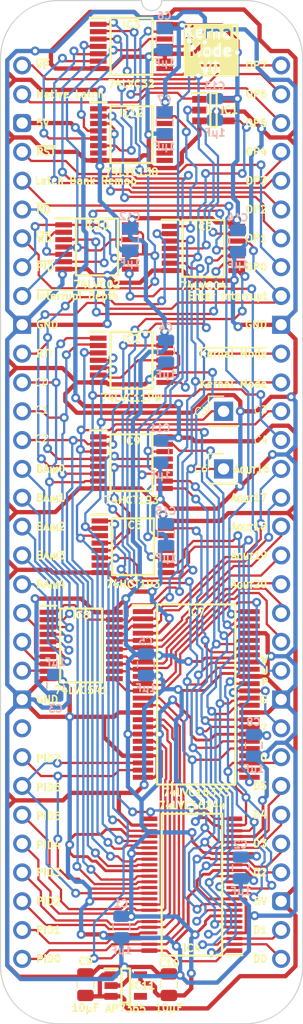
<source format=kicad_pcb>
(kicad_pcb (version 20240108) (generator "pcbnew") (generator_version "8.0")
  (title_block (title "Kernal Mode") (date "2024-02-15") (rev "V0"))
  (layers (0 "F.Cu" signal) (31 "B.Cu" signal) (34 "B.Paste" user) (35 "F.Paste" user) (36 "B.SilkS" user "B.Silkscreen") (37 "F.SilkS" user "F.Silkscreen") (38 "B.Mask" user) (39 "F.Mask" user) (44 "Edge.Cuts" user))
  (net 0 "")
  (net 1 "GND")
  (net 2 "5V")
  (net 3 "/3.3V")
  (net 4 "Kernal Mode")
  (net 5 "/Kernal Mode_{ PART}")
  (net 6 "Native Latch")
  (net 7 "/~{Kernal Mode}_{ PART}")
  (net 8 "C0")
  (net 9 "C2")
  (net 10 "C4")
  (net 11 "C3")
  (net 12 "C1")
  (net 13 "OP3")
  (net 14 "OP4")
  (net 15 "OP7")
  (net 16 "~{Interrupt Depth}")
  (net 17 "OP5")
  (net 18 "~{WD}")
  (net 20 "D0")
  (net 21 "D6")
  (net 22 "PID6")
  (net 23 "D4")
  (net 24 "PID5")
  (net 25 "PID2")
  (net 26 "/~{RTI}")
  (net 27 "D5")
  (net 28 "D7")
  (net 29 "PID0")
  (net 30 "PID1")
  (net 31 "PID3")
  (net 32 "D1")
  (net 33 "D3")
  (net 34 "D2")
  (net 35 "PID7")
  (net 36 "PID4")
  (net 37 "/~{Read Interrupt Depth}")
  (net 38 "~{Reset}")
  (net 39 "~{Kernal Mode}")
  (net 40 "/Read Interrupt Depth")
  (net 41 "~{VP}")
  (net 42 "RTI")
  (net 43 "Enter Interrupt")
  (net 44 "A_{OUT}20")
  (net 45 "A_{OUT}18")
  (net 46 "Latch Bank Remap")
  (net 47 "A_{OUT}16")
  (net 48 "A_{OUT}19")
  (net 49 "A_{OUT}17")
  (net 50 "A_{OUT}23")
  (net 51 "A_{OUT}21")
  (net 52 "A_{OUT}22")
  (net 53 "BA_{IN}1")
  (net 54 "BA_{IN}7")
  (net 55 "BA_{IN}2")
  (net 56 "BA_{IN}3")
  (net 57 "BA_{IN}6")
  (net 58 "BA_{IN}5")
  (net 59 "Net-(IC12-~{E1})")
  (net 60 "Net-(IC12-~{E2})")
  (net 62 "/~{Write Interrupt Depth}")
  (net 63 "BA_{IN}4")
  (net 72 "BA_{IN}0")
  (net 73 "~{RD}")
  (net 74 "~{Process ID}")
  (net 75 "OP0")
  (net 76 "OP6")
  (net 77 "/~{Read Process ID}")
  (net 78 "/Read Process ID")
  (net 79 "/Write Process ID")
  (net 80 "OP1")
  (net 81 "OP2")
  (net 82 "C6")
  (net 83 "C5")
  (net 88 "/~{TCD}")
  (net 89 "/~{TCU}")
  (net 90 "/C3·C4·C5")
  (net 91 "/C0·C1·C2")
  (footprint "Connector_PinHeader_2.54mm:PinHeader_1x01_P2.54mm_Vertical" (layer "F.Cu") (at 17.78 30.48)
    (property "Reference" "TP2" (hide yes))
    (property "Value" "TestPoint")
  )
  (footprint "SamacSys_Parts:C_0805" (layer "F.Cu") (at 12.954 81.026)
    (property "Reference" "C10")
    (property "Value" "10μF")
  )
  (footprint "SamacSys_Parts:SOP65P640X110-20N" (layer "F.Cu") (at 5.207 51.118)
    (property "Reference" "IC8")
    (property "Value" "74LVC541APW,118" (hide yes))
  )
  (footprint "SamacSys_Parts:SOT95P285X130-5N" (layer "F.Cu") (at 9.144 81.09)
    (property "Reference" "IC11")
    (property "Value" "AP7365-33WG-7" (hide yes))
  )
  (footprint "SamacSys_Parts:SOT95P275X110-5N" (layer "F.Cu") (at 16.891 3.937)
    (property "Reference" "IC1")
    (property "Value" "74LVC1G02GV,125" (hide yes))
  )
  (footprint "SamacSys_Parts:C_0805" (layer "F.Cu") (at 5.588 81.026)
    (property "Reference" "C9")
    (property "Value" "10μF")
  )
  (footprint "SamacSys_Parts:DIP-64_Board_W22.86mm" (layer "F.Cu") (at 0 0)
    (property "Reference" "J2" (hide yes))
    (property "Value" "Conn_02x32_Counter_Clockwise")
    (fp_line (start -1.905 -0.635) (end -1.905 79.375) (stroke (width 0.1)) (layer "Edge.Cuts"))
    (fp_line (start 10.541 -5.715) (end 3.175 -5.715) (stroke (width 0.1)) (layer "Edge.Cuts"))
    (fp_line (start 19.685 -5.715) (end 12.319 -5.715) (stroke (width 0.1)) (layer "Edge.Cuts"))
    (fp_line (start 19.685 84.455) (end 3.175 84.455) (stroke (width 0.1)) (layer "Edge.Cuts"))
    (fp_line (start 24.765 79.375) (end 24.765 -0.635) (stroke (width 0.1)) (layer "Edge.Cuts"))
    (fp_arc (start -1.905 -0.635) (mid -0.417102 -4.227102) (end 3.175 -5.715) (stroke (width 0.1)) (layer "Edge.Cuts"))
    (fp_arc (start 3.175 84.455) (mid -0.417102 82.967102) (end -1.905 79.375) (stroke (width 0.1)) (layer "Edge.Cuts"))
    (fp_arc (start 12.319 -5.715) (mid 11.43 -4.826) (end 10.541 -5.715) (stroke (width 0.1)) (layer "Edge.Cuts"))
    (fp_arc (start 19.685 -5.715) (mid 23.277102 -4.227102) (end 24.765 -0.635) (stroke (width 0.1)) (layer "Edge.Cuts"))
    (fp_arc (start 24.765 79.375) (mid 23.277102 82.967102) (end 19.685 84.455) (stroke (width 0.1)) (layer "Edge.Cuts"))
  )
  (footprint "Connector_PinHeader_2.54mm:PinHeader_1x01_P2.54mm_Vertical" (layer "F.Cu") (at 17.78 35.56)
    (property "Reference" "TP1" (hide yes))
    (property "Value" "TestPoint")
  )
  (footprint "SamacSys_Parts:SOP65P640X110-16N" (layer "F.Cu") (at 9.779 42.418)
    (property "Reference" "IC5")
    (property "Value" "74HCT193PW,118" (hide yes))
  )
  (footprint "SamacSys_Parts:SOP65P640X110-16N" (layer "F.Cu") (at 9.652 6.096)
    (property "Reference" "IC12")
    (property "Value" "74LVC138APW-Q100J" (hide yes))
  )
  (footprint "SamacSys_Parts:SOP64P1025X280-48N" (layer "F.Cu") (at 15.367 55.436)
    (property "Reference" "IC7")
    (property "Value" "74LVC16373ADL,118" (hide yes))
  )
  (footprint "SamacSys_Parts:74LVC16244ADGG112" (layer "F.Cu") (at 14.986 72.2 180)
    (property "Reference" "IC4")
    (property "Value" "74LVC16244ADGG,112" (hide yes))
  )
  (footprint "SamacSys_Parts:SOP65P640X110-14N" (layer "F.Cu") (at 9.652 -1.6764)
    (property "Reference" "IC3")
    (property "Value" "74LVC32APW,118" (hide yes))
  )
  (footprint "SamacSys_Parts:SOP65P640X110-14N" (layer "F.Cu") (at 9.652 25.986072)
    (property "Reference" "IC2")
    (property "Value" "74LVC11PW,112" (hide yes))
  )
  (footprint "SamacSys_Parts:SOP65P640X110-14N" (layer "F.Cu") (at 6.604 16.002)
    (property "Reference" "IC10")
    (property "Value" "74LVC02APW,118" (hide yes))
  )
  (footprint "SamacSys_Parts:SOP65P640X110-14N" (layer "F.Cu") (at 16.002 16.129)
    (property "Reference" "IC6")
    (property "Value" "74LVC04APW,118" (hide yes))
  )
  (footprint "SamacSys_Parts:SOP65P640X110-16N" (layer "F.Cu") (at 9.652 35.00643)
    (property "Reference" "IC9")
    (property "Value" "74HCT193PW,118" (hide yes))
  )
  (footprint "SamacSys_Parts:C_0805" (layer "B.Cu") (at 19.05 15.494 180)
    (property "Reference" "C14")
    (property "Value" "1μF")
  )
  (footprint "SamacSys_Parts:PinHeader_1x32_P2.54mm_Vertical" (layer "B.Cu") (at 22.86 -0.005 180)
    (property "Reference" "J1" (hide yes))
    (property "Value" "Pin_Header_01x32")
  )
  (footprint "SamacSys_Parts:C_0805" (layer "B.Cu") (at 12.7 41.357 180)
    (property "Reference" "C15")
    (property "Value" "1μF")
  )
  (footprint "SamacSys_Parts:C_0805" (layer "B.Cu") (at 9.525 15.367 180)
    (property "Reference" "C12")
    (property "Value" "1μF")
  )
  (footprint "SamacSys_Parts:PinHeader_1x32_P2.54mm_Vertical" (layer "B.Cu") (at 0 0 180)
    (property "Reference" "J3" (hide yes))
    (property "Value" "Pin_Header_01x32")
  )
  (footprint "SamacSys_Parts:C_0805" (layer "B.Cu") (at 12.7 25.188208 180)
    (property "Reference" "C4")
    (property "Value" "1μF")
  )
  (footprint "SamacSys_Parts:C_0805" (layer "B.Cu") (at 12.573 5.08 180)
    (property "Reference" "C7")
    (property "Value" "1μF")
  )
  (footprint "SamacSys_Parts:C_0805" (layer "B.Cu") (at 12.192 34.036 180)
    (property "Reference" "C11")
    (property "Value" "1μF")
  )
  (footprint "SamacSys_Parts:C_0805" (layer "B.Cu") (at 10.922 52.832 180)
    (property "Reference" "C5")
    (property "Value" "1μF")
  )
  (footprint "SamacSys_Parts:C_0805" (layer "B.Cu") (at 20.447 59.944 180)
    (property "Reference" "C8")
    (property "Value" "1μF")
  )
  (footprint "SamacSys_Parts:C_0805" (layer "B.Cu") (at 19.304 70.739 180)
    (property "Reference" "C2")
    (property "Value" "1μF")
  )
  (footprint "SamacSys_Parts:C_0805" (layer "B.Cu") (at 17.018 3.892 180)
    (property "Reference" "C13")
    (property "Value" "1μF")
  )
  (footprint "SamacSys_Parts:C_0805" (layer "B.Cu") (at 8.763 75.946 180)
    (property "Reference" "C1")
    (property "Value" "1μF")
  )
  (footprint "SamacSys_Parts:C_0805" (layer "B.Cu") (at 2.921 54.61)
    (property "Reference" "C3")
    (property "Value" "1μF")
  )
  (footprint "SamacSys_Parts:C_0805" (layer "B.Cu") (at 12.573 -2.286 180)
    (property "Reference" "C6")
    (property "Value" "1μF")
  )
  (gr_text "D4" (at 21.717 66.04 0) (layer "F.SilkS") (effects (font (size 0.635 0.635)) (justify right)))
  (gr_text "OP7" (at 21.717 0 0) (layer "F.SilkS") (effects (font (size 0.635 0.635)) (justify right)))
  (gr_text "PID1" (at 1.143 76.2 0) (layer "F.SilkS") (effects (font (size 0.635 0.635)) (justify left)))
  (gr_text "OP3" (at 21.717 10.16 0) (layer "F.SilkS") (effects (font (size 0.635 0.635)) (justify right)))
  (gr_text "C1" (at 1.016 30.353 0) (layer "F.SilkS") (effects (font (size 0.635 0.635) (thickness 0.1) (italic yes)) (justify left)))
  (gr_text "C5" (at 16.45 30.48 0) (layer "F.SilkS") (effects (font (size 0.635 0.635) (thickness 0.1) (italic yes)) (justify right)))
  (gr_text "D3" (at 21.717 68.58 0) (layer "F.SilkS") (effects (font (size 0.635 0.635)) (justify right)))
  (gr_text "Enter Interrupt" (at 21.717 20.32 0) (layer "F.SilkS") (effects (font (size 0.635 0.635)) (justify right)))
  (gr_text "~{RD}" (at 1.143 12.7 0) (layer "F.SilkS") (effects (font (size 0.635 0.635)) (justify left)))
  (gr_text "~{RST}" (at 1.143 7.62 0) (layer "F.SilkS") (effects (font (size 0.635 0.635)) (justify left)))
  (gr_text "~{Kernal Mode}" (at 21.717 25.4 0) (layer "F.SilkS") (effects (font (size 0.635 0.635)) (justify right)))
  (gr_text "C6" (at 16.45 35.56 0) (layer "F.SilkS") (effects (font (size 0.635 0.635) (thickness 0.1) (italic yes)) (justify right)))
  (gr_text "~{VP}" (at 1.143 0 0) (layer "F.SilkS") (effects (font (size 0.635 0.635)) (justify left)))
  (gr_text "A_{OUT}18" (at 21.717 40.64 0) (layer "F.SilkS") (effects (font (size 0.635 0.635)) (justify right)))
  (gr_text "OP1" (at 21.717 15.24 0) (layer "F.SilkS") (effects (font (size 0.635 0.635)) (justify right)))
  (gr_text "GND" (at 21.717 22.86 0) (layer "F.SilkS") (effects (font (size 0.635 0.635)) (justify right)))
  (gr_text "PID7" (at 1.143 61.087 0) (layer "F.SilkS") (effects (font (size 0.635 0.635)) (justify left)))
  (gr_text "D0" (at 21.717 78.74 0) (layer "F.SilkS") (effects (font (size 0.635 0.635)) (justify right)))
  (gr_text "BA_{IN}0" (at 1.143 35.56 0) (layer "F.SilkS") (effects (font (size 0.635 0.635)) (justify left)))
  (gr_text "RTI" (at 1.143 25.4 0) (layer "F.SilkS") (effects (font (size 0.635 0.635)) (justify left)))
  (gr_text "A_{OUT}17" (at 21.717 38.1 0) (layer "F.SilkS") (effects (font (size 0.635 0.635)) (justify right)))
  (gr_text "~{PID}" (at 1.143 17.78 0) (layer "F.SilkS") (effects (font (size 0.635 0.635)) (justify left)))
  (gr_text "PID3" (at 1.143 71.12 0) (layer "F.SilkS") (effects (font (size 0.635 0.635)) (justify left)))
  (gr_text "D2" (at 21.717 71.12 0) (layer "F.SilkS") (effects (font (size 0.635 0.635)) (justify right)))
  (gr_text "Kernal Mode" (at 21.717 28.067 0) (layer "F.SilkS") (effects (font (size 0.635 0.635)) (justify right)))
  (gr_text "OP6" (at 21.717 2.54 0) (layer "F.SilkS") (effects (font (size 0.635 0.635)) (justify right)))
  (gr_text "5V" (at 1.143 5.08 0) (layer "F.SilkS") (effects (font (size 0.635 0.635)) (justify left)))
  (gr_text "~{Interrupt Depth}" (at 1.143 20.32 0) (layer "F.SilkS") (effects (font (size 0.635 0.635)) (justify left)))
  (gr_text "Latch Bank Remap" (at 1.016 10.16 0) (layer "F.SilkS") (effects (font (size 0.635 0.635)) (justify left)))
  (gr_text "OP5" (at 21.717 5.08 0) (layer "F.SilkS") (effects (font (size 0.635 0.635)) (justify right)))
  (gr_text "A_{OUT}20" (at 21.717 45.72 0) (layer "F.SilkS") (effects (font (size 0.635 0.635)) (justify right)))
  (gr_text "OP0" (at 21.717 17.78 0) (layer "F.SilkS") (effects (font (size 0.635 0.635)) (justify right)))
  (gr_text "Kernal\nMode\nV0" (at 16.637 0.889 0) (layer "F.SilkS" knockout) (effects (font (size 1 1) (thickness 0.2) (bold yes)) (justify bottom)))
  (gr_text "PID2" (at 1.143 73.66 0) (layer "F.SilkS") (effects (font (size 0.635 0.635)) (justify left)))
  (gr_text "6" (at 21.717 60.96 0) (layer "F.SilkS") (effects (font (size 0.635 0.635)) (justify right)))
  (gr_text "OP2" (at 21.717 12.7 0) (layer "F.SilkS") (effects (font (size 0.635 0.635)) (justify right)))
  (gr_text "A_{OUT}16" (at 21.971 35.56 0) (layer "F.SilkS") (effects (font (size 0.635 0.635)) (justify right)))
  (gr_text "BA_{IN}2" (at 1.143 40.64 0) (layer "F.SilkS") (effects (font (size 0.635 0.635)) (justify left)))
  (gr_text "BA_{IN}1" (at 1.143 38.1 0) (layer "F.SilkS") (effects (font (size 0.635 0.635)) (justify left)))
  (gr_text "7" (at 21.717 58.42 0) (layer "F.SilkS") (effects (font (size 0.635 0.635)) (justify right)))
  (gr_text "GND" (at 1.143 55.88 0) (layer "F.SilkS") (effects (font (size 0.635 0.635)) (justify left)))
  (gr_text "PID0" (at 1.143 78.74 0) (layer "F.SilkS") (effects (font (size 0.635 0.635)) (justify left)))
  (gr_text "C3" (at 21.717 30.353 0) (layer "F.SilkS") (effects (font (size 0.635 0.635) (thickness 0.1) (italic yes)) (justify right)))
  (gr_text "PID4" (at 1.143 68.707 0) (layer "F.SilkS") (effects (font (size 0.635 0.635)) (justify left)))
  (gr_text "W\nU\nP" (at 21.844 53.34 0) (layer "F.SilkS") (effects (font (size 0.635 0.635)) (justify right)))
  (gr_text "C4" (at 21.717 33.02 0) (layer "F.SilkS") (effects (font (size 0.635 0.635) (thickness 0.1) (italic yes)) (justify right)))
  (gr_text "GND" (at 1.143 22.86 0) (layer "F.SilkS") (effects (font (size 0.635 0.635)) (justify left)))
  (gr_text "C0" (at 1.016 27.94 0) (layer "F.SilkS") (effects (font (size 0.635 0.635) (thickness 0.1) (italic yes)) (justify left)))
  (gr_text "PID5" (at 1.143 66.167 0) (layer "F.SilkS") (effects (font (size 0.635 0.635)) (justify left)))
  (gr_text "5V" (at 21.717 73.66 0) (layer "F.SilkS") (effects (font (size 0.635 0.635)) (justify right)))
  (gr_text "OP4" (at 21.717 7.62 0) (layer "F.SilkS") (effects (font (size 0.635 0.635)) (justify right)))
  (gr_text "BA_{IN}3" (at 1.143 43.18 0) (layer "F.SilkS") (effects (font (size 0.635 0.635)) (justify left)))
  (gr_text "Native Latch" (at 1.143 2.54 0) (layer "F.SilkS") (effects (font (size 0.635 0.635)) (justify left)))
  (gr_text "D5" (at 21.717 63.5 0) (layer "F.SilkS") (effects (font (size 0.635 0.635)) (justify right)))
  (gr_text "D1" (at 21.717 76.2 0) (layer "F.SilkS") (effects (font (size 0.635 0.635)) (justify right)))
  (gr_text "A_{OUT}19" (at 21.717 43.18 0) (layer "F.SilkS") (effects (font (size 0.635 0.635)) (justify right)))
  (gr_text "PID6" (at 1.143 63.627 0) (layer "F.SilkS") (effects (font (size 0.635 0.635)) (justify left)))
  (gr_text "C2" (at 1.016 32.893 0) (layer "F.SilkS") (effects (font (size 0.635 0.635) (thickness 0.1) (italic yes)) (justify left)))
  (gr_text "BA_{IN}4" (at 1.143 45.72 0) (layer "F.SilkS") (effects (font (size 0.635 0.635)) (justify left)))
  (gr_text "~{WD}" (at 1.143 15.24 0) (layer "F.SilkS") (effects (font (size 0.635 0.635)) (justify left)))
  (gr_text "G" (at 21.717 55.88 0) (layer "F.SilkS") (effects (font (size 0.635 0.635)) (justify right)))
  (segment (start -1.315 0.59) (end -1.315 -0.463) (width 0.38) (layer "F.Cu") (net 1))
  (segment (start 10.667 60.834) (end 8.8656 60.834) (width 0.38) (layer "F.Cu") (net 1))
  (segment (start 11.236 76.45) (end 10.426682 76.45) (width 0.25) (layer "F.Cu") (net 1))
  (segment (start 16.4126 73.461) (end 18.725 73.461) (width 0.25) (layer "F.Cu") (net 1))
  (segment (start 19.686 73.45) (end 19.761 73.525) (width 0.25) (layer "F.Cu") (net 1))
  (segment (start 15.641 4.887) (end 15.641 6.1468) (width 0.38) (layer "F.Cu") (net 1))
  (segment (start 17.6784 67.716381) (end 17.912019 67.95) (width 0.25) (layer "F.Cu") (net 1))
  (segment (start 15.123392 -1.0264) (end 16.128992 -2.032) (width 0.38) (layer "F.Cu") (net 1))
  (segment (start 3.666 17.952) (end 5.760002 17.952) (width 0.38) (layer "F.Cu") (net 1))
  (segment (start 10.379726 -4.225274) (end 11.43 -4.225274) (width 0.38) (layer "F.Cu") (net 1))
  (segment (start 3.6068 64.77) (end 4.2672 64.1096) (width 0.38) (layer "F.Cu") (net 1))
  (segment (start 7.4168 67.325) (end 8.728158 67.325) (width 0.25) (layer "F.Cu") (net 1))
  (segment (start 5.760002 17.952) (end 6.2992 18.491198) (width 0.38) (layer "F.Cu") (net 1))
  (segment (start 6.165334 70.128152) (end 6.520688 70.128152) (width 0.25) (layer "F.Cu") (net 1))
  (segment (start -1.315 1.95) (end -0.635 1.27) (width 0.38) (layer "F.Cu") (net 1))
  (segment (start 0.762 1.27) (end -0.635 1.27) (width 0.38) (layer "F.Cu") (net 1))
  (segment (start 10.794 60.834) (end 11.798 60.834) (width 0.25) (layer "F.Cu") (net 1))
  (segment (start 8.508 57.024) (end 10.667 57.024) (width 0.38) (layer "F.Cu") (net 1))
  (segment (start 20.438232 71.665752) (end 20.438232 71.839) (width 0.25) (layer "F.Cu") (net 1))
  (segment (start 15.641 4.887) (end 16.322 4.887) (width 0.38) (layer "F.Cu") (net 1))
  (segment (start 0 22.86) (end 7.4168 22.86) (width 0.38) (layer "F.Cu") (net 1))
  (segment (start 12.792229 -4.257829) (end 13.462 -4.9276) (width 0.38) (layer "F.Cu") (net 1))
  (segment (start -1.315 24.175) (end 0 22.86) (width 0.38) (layer "F.Cu") (net 1))
  (segment (start 21.67 51.769) (end 21.971 52.07) (width 0.38) (layer "F.Cu") (net 1))
  (segment (start 3.590166 54.290462) (end 4.196 54.896296) (width 0.38) (layer "F.Cu") (net 1))
  (segment (start 8.89 -0.762) (end 11.19 -0.762) (width 0.38) (layer "F.Cu") (net 1))
  (segment (start 11.247352 27.684054) (end 10.822198 28.109208) (width 0.38) (layer "F.Cu") (net 1))
  (segment (start -1.315 6.903) (end -0.762 6.35) (width 0.38) (layer "F.Cu") (net 1))
  (segment (start 6.1984 80.06) (end 6.8084 79.45) (width 0.38) (layer "F.Cu") (net 1))
  (segment (start -0.635 1.27) (end -1.315 0.59) (width 0.38) (layer "F.Cu") (net 1))
  (segment (start 4.822072 27.936072) (end 3.81 28.948144) (width 0.38) (layer "F.Cu") (net 1))
  (segment (start 21.67 52.371) (end 21.971 52.07) (width 0.38) (layer "F.Cu") (net 1))
  (segment (start 14.661006 73.273794) (end 14.661006 76.117814) (width 0.25) (layer "F.Cu") (net 1))
  (segment (start 18.736 67.95) (end 20.569 67.95) (width 0.25) (layer "F.Cu") (net 1))
  (segment (start 19.26 29.6164) (end 19.26 30.48) (width 0.38) (layer "F.Cu") (net 1))
  (segment (start 6.9746 67.7672) (end 7.4168 67.325) (width 0.25) (layer "F.Cu") (net 1))
  (segment (start 13.5636 9.0424) (end 11.5316 9.0424) (width 0.38) (layer "F.Cu") (net 1))
  (segment (start 11.798 60.834) (end 11.892 60.928) (width 0.25) (layer "F.Cu") (net 1))
  (segment (start -0.508 39.37) (end -1.315 40.177) (width 0.38) (layer "F.Cu") (net 1))
  (segment (start 12.191998 38.226998) (end 13.023592 39.058592) (width 0.38) (layer "F.Cu") (net 1))
  (segment (start 17.636581 53.585019) (end 18.660018 53.585019) (width 0.25) (layer "F.Cu") (net 1))
  (segment (start 11.43 -4.225274) (end 11.739733 -4.257829) (width 0.38) (layer "F.Cu") (net 1))
  (segment (start 16.51 29.0576) (end 18.7012 29.0576) (width 0.38) (layer "F.Cu") (net 1))
  (segment (start 9.479 79.45) (end 9.017 79.45) (width 0.38) (layer "F.Cu") (net 1))
  (segment (start 7.239 57.404) (end 4.196 57.404) (width 0.38) (layer "F.Cu") (net 1))
  (segment (start 1.524 57.404) (end 4.196 57.404) (width 0.38) (layer "F.Cu") (net 1))
  (segment (start 14.142 18.079) (end 15.022415 18.959415) (width 0.38) (layer "F.Cu") (net 1))
  (segment (start 11.236 73.45) (end 6.168966 73.45) (width 0.25) (layer "F.Cu") (net 1))
  (segment (start 19.761 76.415) (end 19.726 76.45) (width 0.25) (layer "F.Cu") (net 1))
  (segment (start 16.1414 55.0802) (end 17.636581 53.585019) (width 0.25) (layer "F.Cu") (net 1))
  (segment (start 22.86 22.86) (end 24.13 24.13) (width 0.38) (layer "F.Cu") (net 1))
  (segment (start 5.00957 37.28143) (end 2.921 39.37) (width 0.38) (layer "F.Cu") (net 1))
  (segment (start -1.315 21.545) (end -1.315 6.903) (width 0.38) (layer "F.Cu") (net 1))
  (segment (start 3.556 26.67) (end 4.822072 27.936072) (width 0.38) (layer "F.Cu") (net 1))
  (segment (start 15.4432 72.4916) (end 14.661006 73.273794) (width 0.25) (layer "F.Cu") (net 1))
  (segment (start 11.4866 18.079) (end 13.064 18.079) (width 0.38) (layer "F.Cu") (net 1))
  (segment (start 19.5834 -4.9276) (end 20.955 -3.556) (width 0.38) (layer "F.Cu") (net 1))
  (segment (start 4.196 68.6816) (end 4.196 68.2448) (width 0.25) (layer "F.Cu") (net 1))
  (segment (start -0.762 6.35) (end -1.315 5.797) (width 0.38) (layer "F.Cu") (net 1))
  (segment (start -0.460457 44.45) (end 2.466915 44.45) (width 0.38) (layer "F.Cu") (net 1))
  (segment (start 6.727 37.28143) (end 10.48443 37.28143) (width 0.38) (layer "F.Cu") (net 1))
  (segment (start 3.666 18.305) (end 3.556 18.415) (width 0.38) (layer "F.Cu") (net 1))
  (segment (start 13.004 80.264) (end 13.855202 80.264) (width 0.38) (layer "F.Cu") (net 1))
  (segment (start 1.837 54.043) (end 0 55.88) (width 0.38) (layer "F.Cu") (net 1))
  (segment (start 2.54 -1.27) (end 1.143 -1.27) (width 0.38) (layer "F.Cu") (net 1))
  (segment (start 18.736 70.95) (end 16.858805 70.95) (width 0.25) (layer "F.Cu") (net 1))
  (segment (start -1.315 43.595457) (end -0.460457 44.45) (width 0.38) (layer "F.Cu") (net 1))
  (segment (start 1.143 -1.27) (end 1.142995 -1.270005) (width 0.38) (layer "F.Cu") (net 1))
  (segment (start 20.955 -3.556) (end 20.955 -2.286) (width 0.38) (layer "F.Cu") (net 1))
  (segment (start 11.236 66.95) (end 9.673 66.95) (width 0.28) (layer "F.Cu") (net 1))
  (segment (start 7.8544 0.2736) (end 8.89 -0.762) (width 0.38) (layer "F.Cu") (net 1))
  (segment (start 24.13 6.985) (end 23.495 6.35) (width 0.38) (layer "F.Cu") (net 1))
  (segment (start 19.72248 70.95) (end 20.438232 71.665752) (width 0.25) (layer "F.Cu") (net 1))
  (segment (start 9.479 80.41) (end 8.799 81.09) (width 0.38) (layer "F.Cu") (net 1))
  (segment (start 10.412355 19.153245) (end 11.4866 18.079) (width 0.38) (layer "F.Cu") (net 1))
  (segment (start -0.762 6.35) (end 0.762 6.35) (width 0.38) (layer "F.Cu") (net 1))
  (segment (start 4.549409 69.725809) (end 5.762991 69.725809) (width 0.25) (layer "F.Cu") (net 1))
  (segment (start -0.507995 -1.270005) (end 1.142995 -1.270005) (width 0.38) (layer "F.Cu") (net 1))
  (segment (start 7.239 59.2074) (end 7.239 57.404) (width 0.38) (layer "F.Cu") (net 1))
  (segment (start 21.891543 6.35) (end 23.495 6.35) (width 0.38) (layer "F.Cu") (net 1))
  (segment (start 4.822072 27.936072) (end 6.714 27.936072) (width 0.38) (layer "F.Cu") (net 1))
  (segment (start 11.176 8.6868) (end 11.176 7.9248) (width 0.38) (layer "F.Cu") (net 1))
  (segment (start 9.886822 -4.718178) (end 10.379726 -4.225274) (width 0.38) (layer "F.Cu") (net 1))
  (segment (start 24.13 5.715) (end 23.495 6.35) (width 0.38) (layer "F.Cu") (net 1))
  (segment (start 0 55.88) (end 1.524 57.404) (width 0.38) (layer "F.Cu") (net 1))
  (segment (start -1.315 38.563) (end -0.508 39.37) (width 0.38) (layer "F.Cu") (net 1))
  (segment (start 6.727 8.371) (end 10.2218 8.371) (width 0.38) (layer "F.Cu") (net 1))
  (segment (start 2.54 -0.127) (end 2.54 -1.27) (width 0.38) (layer "F.Cu") (net 1))
  (segment (start 7.5184 18.491198) (end 6.2992 18.491198) (width 0.38) (layer "F.Cu") (net 1))
  (segment (start 10.48443 37.28143) (end 11.429998 38.226998) (width 0.38) (layer "F.Cu") (net 1))
  (segment (start 7.4168 22.86) (end 7.5184 22.7584) (width 0.38) (layer "F.Cu") (net 1))
  (segment (start 16.528158 71.280647) (end 15.993753 71.280647) (width 0.25) (layer "F.Cu") (net 1))
  (segment (start 21.261 67.258) (end 21.261 64.822) (width 0.25) (layer "F.Cu") (net 1))
  (segment (start 20.569 67.95) (end 21.261 67.258) (width 0.25) (layer "F.Cu") (net 1))
  (segment (start 21.971 -1.27) (end 23.495 -1.27) (width 0.38) (layer "F.Cu") (net 1))
  (segment (start 6.714 0.2736) (end 7.8544 0.2736) (width 0.38) (layer "F.Cu") (net 1))
  (segment (start -0.412915 26.67) (end 3.556 26.67) (width 0.38) (layer "F.Cu") (net 1))
  (segment (start 7.612977 28.109208) (end 7.439841 27.936072) (width 0.38) (layer "F.Cu") (net 1))
  (segment (start 8.2804 45.298) (end 8.943435 45.298) (width 0.38) (layer "F.Cu") (net 1))
  (segment (start 6.520688 70.128152) (end 7.367536 70.975) (width 0.25) (layer "F.Cu") (net 1))
  (segment (start 10.822198 28.109208) (end 7.612977 28.109208) (width 0.38) (layer "F.Cu") (net 1))
  (segment (start 14.661006 76.117814) (end 13.6144 77.16442) (width 0.25) (layer "F.Cu") (net 1))
  (segment (start 12.59 -1.0264) (end 15.123392 -1.0264) (width 0.38) (layer "F.Cu") (net 1))
  (segment (start 11.892 60.928) (end 11.892 62.518) (width 0.25) (layer "F.Cu") (net 1))
  (segment (start 3.81 28.948144) (end 3.81 29.591) (width 0.38) (layer "F.Cu") (net 1))
  (segment (start 18.736 73.45) (end 19.686 73.45) (width 0.25) (layer "F.Cu") (net 1))
  (segment (start 20.955 -2.286) (end 21.971 -1.27) (width 0.38) (layer "F.Cu") (net 1))
  (segment (start 11.5316 9.0424) (end 11.176 8.6868) (width 0.38) (layer "F.Cu") (net 1))
  (segment (start 0 55.88) (end -1.315 54.565) (width 0.38) (layer "F.Cu") (net 1))
  (segment (start 17.3482 66.9798) (end 17.6784 67.31) (width 0.25) (layer "F.Cu") (net 1))
  (segment (start 20.701 30.48) (end 21.974647 29.206353) (width 0.38) (layer "F.Cu") (net 1))
  (segment (start 11.210999 67.924999) (end 11.236 67.95) (width 0.25) (layer "F.Cu") (net 1))
  (segment (start -1.315 54.565) (end -1.315 45.304543) (width 0.38) (layer "F.Cu") (net 1))
  (segment (start 17.235393 39.058592) (end 19.21 37.083985) (width 0.38) (layer "F.Cu") (net 1))
  (segment (start 16.256 66.294) (end 16.9418 66.9798) (width 0.25) (layer "F.Cu") (net 1))
  (segment (start 12.59 -0.3764) (end 12.59 -1.0264) (width 0.38) (layer "F.Cu") (net 1))
  (segment (start 2.54 -1.27) (end 5.988178 -4.718178) (width 0.38) (layer "F.Cu") (net 1))
  (segment (start 21.974647 29.206353) (end 23.745355 29.206353) (width 0.38) (layer "F.Cu") (net 1))
  (segment (start 21.67 50.234) (end 21.67 51.769) (width 0.38) (layer "F.Cu") (net 1))
  (segment (start 19.761 74.93) (end 19.761 76.415) (width 0.25) (layer "F.Cu") (net 1))
  (segment (start 6.858 8.502) (end 6.727 8.371) (width 0.38) (layer "F.Cu") (net 1))
  (segment (start 11.4544 -1.0264) (end 11.19 -0.762) (width 0.38) (layer "F.Cu") (net 1))
  (segment (start 20.194 50.038) (end 21.474 50.038) (width 0.38) (layer "F.Cu") (net 1))
  (segment (start 19.726 76.45) (end 18.736 76.45) (width 0.25) (layer "F.Cu") (net 1))
  (segment (start -1.315 57.195) (end -1.315 64.1154) (width 0.38) (layer "F.Cu") (net 1))
  (segment (start 19.761 74.93) (end 20.5232 74.93) (width 0.25) (layer "F.Cu") (net 1))
  (segment (start 15.4432 71.8312) (end 15.4432 72.4916) (width 0.25) (layer "F.Cu") (net 1))
  (segment (start 24.13 21.59) (end 24.13 6.985) (width 0.38) (layer "F.Cu") (net 1))
  (segment (start 7.239 57.404) (end 8.128 57.404) (width 0.38) (layer "F.Cu") (net 1))
  (segment (start 0 22.86) (end -1.315 21.545) (width 0.38) (layer "F.Cu") (net 1))
  (segment (start 6.168966 73.45) (end 5.969 73.649966) (width 0.25) (layer "F.Cu") (net 1))
  (segment (start 5.588 80.06) (end 6.1984 80.06) (width 0.38) (layer "F.Cu") (net 1))
  (segment (start 11.739733 -4.257829) (end 12.792229 -4.257829) (width 0.38) (layer "F.Cu") (net 1))
  (segment (start 8.728158 67.325) (end 9.328157 67.924999) (width 0.25) (layer "F.Cu") (net 1))
  (segment (start 12.954 80.06) (end 12.04 80.06) (width 0.38) (layer "F.Cu") (net 1))
  (segment (start -1.315 5.797) (end -1.315 1.95) (width 0.38) (layer "F.Cu") (net 1))
  (segment (start 22.86 22.86) (end 19.21595 22.86) (width 0.38) (layer "F.Cu") (net 1))
  (segment (start 13.023592 39.058592) (end 17.235393 39.058592) (width 0.38) (layer "F.Cu") (net 1))
  (segment (start 19.605543 4.064) (end 21.129543 5.588) (width 0.38) (layer "F.Cu") (net 1))
  (segment (start 7.439841 27.936072) (end 6.714 27.936072) (width 0.38) (layer "F.Cu") (net 1))
  (segment (start 11.43 79.45) (end 9.479 79.45) (width 0.38) (layer "F.Cu") (net 1))
  (segment (start 2.709915 44.693) (end 6.854 44.693) (width 0.38) (layer "F.Cu") (net 1))
  (segment (start 13.064 18.079) (end 14.142 18.079) (width 0.38) (layer "F.Cu") (net 1))
  (segment (start 14.097 8.509) (end 14.097 7.6908) (width 0.38) (layer "F.Cu") (net 1))
  (segment (start 6.854 44.693) (end 7.6754 44.693) (width 0.38) (layer "F.Cu") (net 1))
  (segment (start 21.45071 60.768) (end 21.283 60.768) (width 0.25) (layer "F.Cu") (net 1))
  (segment (start 10.295682 76.581) (end 5.207004 76.581) (width 0.25) (layer "F.Cu") (net 1))
  (segment (start 12.991974 49.111026) (end 12.991974 48.72061) (width 0.25) (layer "F.Cu") (net 1))
  (segment (start 5.207004 76.581) (end 7.104607 76.581) (width 0.38) (layer "F.Cu") (net 1))
  (segment (start 10.794 62.738) (end 10.794 63.374) (width 0.38) (layer "F.Cu") (net 1))
  (segment (start 18.688585 18.959415) (end 18.725 18.923) (width 0.38) (layer "F.Cu") (net 1))
  (segment (start 18.660018 53.585019) (end 18.922999 53.848) (width 0.25) (layer "F.Cu") (net 1))
  (segment (start 19.26 30.48) (end 20.701 30.48) (width 0.38) (layer "F.Cu") (net 1))
  (segment (start 4.6736 67.7672) (end 6.9746 67.7672) (width 0.25) (layer "F.Cu") (net 1))
  (segment (start 7.5184 18.491198) (end 8.180447 19.153245) (width 0.38) (layer "F.Cu") (net 1))
  (segment (start 16.322 4.887) (end 17.145 4.064) (width 0.38) (layer "F.Cu") (net 1))
  (segment (start 21.474 50.038) (end 21.67 50.234) (width 0.38) (layer "F.Cu") (net 1))
  (segment (start 15.993753 71.280647) (end 15.4432 71.8312) (width 0.25) (layer "F.Cu") (net 1))
  (segment (start 11.176 7.9248) (end 10.668 7.9248) (width 0.38) (layer "F.Cu") (net 1))
  (segment (start 21.474 53.848) (end 21.67 53.652) (width 0.38) (layer "F.Cu") (net 1))
  (segment (start 8.180447 19.153245) (end 10.412355 19.153245) (width 0.38) (layer "F.Cu") (net 1))
  (segment (start 15.022415 18.959415) (end 18.688585 18.959415) (width 0.38) (layer "F.Cu") (net 1))
  (segment (start 2.921 39.37) (end -0.412915 39.37) (width 0.38) (layer "F.Cu") (net 1))
  (segment (start 21.261 64.822) (end 21.209 64.77) (width 0.25) (layer "F.Cu") (net 1))
  (segment (start 11.176 7.9248) (end 11.176 6.096) (width 0.38) (layer "F.Cu") (net 1))
  (segment (start 2.269 54.043) (end 3.342704 54.043) (width 0.38) (layer "F.Cu") (net 1))
  (segment (start 14.097 8.509) (end 13.5636 9.0424) (width 0.38) (layer "F.Cu") (net 1))
  (segment (start 9.479 79.45) (end 9.479 80.41) (width 0.38) (layer "F.Cu") (net 1))
  (segment (start -1.315 45.304543) (end -0.460457 44.45) (width 0.38) (layer "F.Cu") (net 1))
  (segment (start 21.67 53.652) (end 21.67 52.371) (width 0.38) (layer "F.Cu") (net 1))
  (segment (start -1.315 -0.463) (end -0.507995 -1.270005) (width 0.38) (layer "F.Cu") (net 1))
  (segment (start 12.59 -1.0264) (end 11.4544 -1.0264) (width 0.38) (layer "F.Cu") (net 1))
  (segment (start 9.673 66.95) (end 8.5344 65.8114) (width 0.28) (layer "F.Cu") (net 1))
  (segment (start 22.86 55.88) (end 22.86 55.234) (width 0.38) (layer "F.Cu") (net 1))
  (segment (start 3.342704 54.043) (end 3.590166 54.290462) (width 0.38) (layer "F.Cu") (net 1))
  (segment (start 23.495 -1.27) (end 24.13 -0.635) (width 0.38) (layer "F.Cu") (net 1))
  (segment (start 15.4432 72.4916) (end 16.4126 73.461) (width 0.25) (layer "F.Cu") (net 1))
  (segment (start -1.315 79.288421) (end -1.315 65.4246) (width 0.38) (layer "F.Cu") (net 1))
  (segment (start 16.858805 70.95) (end 16.528158 71.280647) (width 0.25) (layer "F.Cu") (net 1))
  (segment (start 17.145 4.064) (end 19.605543 4.064) (width 0.38) (layer "F.Cu") (net 1))
  (segment (start 10.426682 76.45) (end 10.295682 76.581) (width 0.25) (layer "F.Cu") (net 1))
  (segment (start 6.714 0.2736) (end 2.9406 0.2736) (width 0.38) (layer "F.Cu") (net 1))
  (segment (start -1.315 65.4246) (end -0.6604 64.77) (width 0.38) (layer "F.Cu") (net 1))
  (segment (start 5.762991 69.725809) (end 6.165334 70.128152) (width 0.25) (layer "F.Cu") (net 1))
  (segment (start 24.13 24.13) (end 24.13 28.821708) (width 0.38) (layer "F.Cu") (net 1))
  (segment (start 13.855202 80.264) (end 13.941183 80.178019) (width 0.38) (layer "F.Cu") (net 1))
  (segment (start 10.667 50.038) (end 12.065 50.038) (width 0.25) (layer "F.Cu") (net 1))
  (segment (start 21.217 60.834) (end 20.067 60.834) (width 0.25) (layer "F.Cu") (net 1))
  (segment (start 18.736 70.95) (end 19.72248 70.95) (width 0.25) (layer "F.Cu") (net 1))
  (segment (start 1.651 2.159) (end 0.762 1.27) (width 0.38) (layer "F.Cu") (net 1))
  (segment (start 10.794 53.848) (end 11.996441 53.848) (width 0.25) (layer "F.Cu") (net 1))
  (segment (start 10.794 63.374) (end 10.7696 63.3984) (width 0.38) (layer "F.Cu") (net 1))
  (segment (start 11.672 62.738) (end 10.794 62.738) (width 0.25) (layer "F.Cu") (net 1))
  (segment (start 10.012256 46.366821) (end 11.471265 46.366821) (width 0.38) (layer "F.Cu") (net 1))
  (segment (start 24.13 -0.635) (end 24.13 5.715) (width 0.38) (layer "F.Cu") (net 1))
  (segment (start 2.032 7.62) (end 4.871 7.62) (width 0.38) (layer "F.Cu") (net 1))
  (segment (start 0 55.88) (end -1.315 57.195) (width 0.38) (layer "F.Cu") (net 1))
  (segment (start 16.9418 66.9798) (end 17.3482 66.9798) (width 0.25) (layer "F.Cu") (net 1))
  (segment (start 4.871 7.62) (end 5.622 8.371) (width 0.38) (layer "F.Cu") (net 1))
  (segment (start 4.826 30.607) (end 14.9606 30.607) (width 0.38) (layer "F.Cu") (net 1))
  (segment (start 8.128 57.404) (end 8.508 57.024) (width 0.38) (layer "F.Cu") (net 1))
  (segment (start -0.6604 64.77) (end 3.6068 64.77) (width 0.38) (layer "F.Cu") (net 1))
  (segment (start 0.762 6.35) (end 2.032 7.62) (width 0.38) (layer "F.Cu") (net 1))
  (segment (start 4.196 54.896296) (end 4.196 57.404) (width 0.38) (layer "F.Cu") (net 1))
  (segment (start 13.6144 77.16442) (end 13.6144 77.6224) (width 0.25) (layer "F.Cu") (net 1))
  (segment (start 8.5344 65.8114) (end 8.5344 64.1096) (width 0.38) (layer "F.Cu") (net 1))
  (segment (start 24.13 28.821708) (end 23.745355 29.206353) (width 0.38) (layer "F.Cu") (net 1))
  (segment (start 17.6784 67.31) (end 17.6784 67.716381) (width 0.25) (layer "F.Cu") (net 1))
  (segment (start 4.196 69.3724) (end 4.549409 69.725809) (width 0.25) (layer "F.Cu") (net 1))
  (segment (start 6.727 37.28143) (end 5.00957 37.28143) (width 0.38) (layer "F.Cu") (net 1))
  (segment (start 19.304021 37.083985) (end 19.21 37.083985) (width 0.38) (layer "F.Cu") (net 1))
  (segment (start -1.315 25.878958) (end -1.315 24.175) (width 0.38) (layer "F.Cu") (net 1))
  (segment (start 5.988178 -4.718178) (end 9.886822 -4.718178) (width 0.38) (layer "F.Cu") (net 1))
  (segment (start 21.283 60.768) (end 21.217 60.834) (width 0.25) (layer "F.Cu") (net 1))
  (segment (start 9.328157 67.924999) (end 11.210999 67.924999) (width 0.25) (layer "F.Cu") (net 1))
  (segment (start 22.86 55.234) (end 21.474 53.848) (width 0.38) (layer "F.Cu") (net 1))
  (segment (start -0.523958 26.67) (end -1.315 25.878958) (width 0.38) (layer "F.Cu") (net 1))
  (segment (start 13.462 -4.9276) (end 19.5834 -4.9276) (width 0.38) (layer "F.Cu") (net 1))
  (segment (start 21.891543 6.35) (end 21.129543 5.588) (width 0.38) (layer "F.Cu") (net 1))
  (segment (start 6.985 2.159) (end 1.651 2.159) (width 0.38) (layer "F.Cu") (net 1))
  (segment (start 10.668 7.9248) (end 10.5918 8.001) (width 0.38) (layer "F.Cu") (net 1))
  (segment (start 7.6754 44.693) (end 8.2804 45.298) (width 0.38) (layer "F.Cu") (net 1))
  (segment (start 11.429998 38.226998) (end 12.191998 38.226998) (width 0.38) (layer "F.Cu") (net 1))
  (segment (start 6.8084 79.45) (end 9.017 79.45) (width 0.38) (layer "F.Cu") (net 1))
  (segment (start 13.858145 55.0802) (end 16.1414 55.0802) (width 0.25) (layer "F.Cu") (net 1))
  (segment (start 7.104607 76.581) (end 7.177 76.653393) (width 0.38) (layer "F.Cu") (net 1))
  (segment (start 3.81 29.591) (end 4.826 30.607) (width 0.38) (layer "F.Cu") (net 1))
  (segment (start 4.196 68.2448) (end 4.6736 67.7672) (width 0.25) (layer "F.Cu") (net 1))
  (segment (start 12.04 80.06) (end 11.43 79.45) (width 0.38) (layer "F.Cu") (net 1))
  (segment (start 11.211 70.975) (end 11.236 70.95) (width 0.25) (layer "F.Cu") (net 1))
  (segment (start 20.194 57.024) (end 21.716 57.024) (width 0.38) (layer "F.Cu") (net 1))
  (segment (start -1.315 64.1154) (end -0.6604 64.77) (width 0.38) (layer "F.Cu") (net 1))
  (segment (start 20.194 53.848) (end 21.474 53.848) (width 0.38) (layer "F.Cu") (net 1))
  (segment (start 10.0584 64.1096) (end 10.7696 63.3984) (width 0.38) (layer "F.Cu") (net 1))
  (segment (start 2.466915 44.45) (end 2.709915 44.693) (width 0.38) (layer "F.Cu") (net 1))
  (segment (start 5.334 80.314) (end -0.289421 80.314) (width 0.38) (layer "F.Cu") (net 1))
  (segment (start 21.716 57.024) (end 22.86 55.88) (width 0.38) (layer "F.Cu") (net 1))
  (segment (start 19.761 73.525) (end 19.761 74.93) (width 0.25) (layer "F.Cu") (net 1))
  (segment (start 7.367536 70.975) (end 11.211 70.975) (width 0.25) (layer "F.Cu") (net 1))
  (segment (start -0.289421 80.314) (end -1.315 79.288421) (width 0.38) (layer "F.Cu") (net 1))
  (segment (start 11.996441 53.848) (end 12.0396 53.804841) (width 0.25) (layer "F.Cu") (net 1))
  (segment (start 8.943435 45.298) (end 10.012256 46.366821) (width 0.38) (layer "F.Cu") (net 1))
  (segment (start 14.9606 30.607) (end 16.51 29.0576) (width 0.38) (layer "F.Cu") (net 1))
  (segment (start 8.799 81.09) (end 7.844 81.09) (width 0.38) (layer "F.Cu") (net 1))
  (segment (start 22.098013 34.289993) (end 19.304021 37.083985) (width 0.38) (layer "F.Cu") (net 1))
  (segment (start 8.5344 64.1096) (end 10.0584 64.1096) (width 0.38) (layer "F.Cu") (net 1))
  (segment (start 5.622 8.371) (end 6.727 8.371) (width 0.38) (layer "F.Cu") (net 1))
  (segment (start 18.7012 29.0576) (end 19.26 29.6164) (width 0.38) (layer "F.Cu") (net 1))
  (segment (start 13.774409 54.996464) (end 13.858145 55.0802) (width 0.25) (layer "F.Cu") (net 1))
  (segment (start 15.288005 66.638707) (end 15.632712 66.294) (width 0.25) (layer "F.Cu") (net 1))
  (segment (start 6.858 8.871552) (end 6.858 8.502) (width 0.38) (layer "F.Cu") (net 1))
  (segment (start 11.892 62.518) (end 11.672 62.738) (width 0.25) (layer "F.Cu") (net 1))
  (segment (start 19.21595 22.86) (end 19.052626 23.023324) (width 0.38) (layer "F.Cu") (net 1))
  (segment (start 22.86 22.86) (end 24.13 21.59) (width 0.38) (layer "F.Cu") (net 1))
  (segment (start 2.9406 0.2736) (end 2.54 -0.127) (width 0.38) (layer "F.Cu") (net 1))
  (segment (start 8.5344 64.1096) (end 4.2672 64.1096) (width 0.38) (layer "F.Cu") (net 1))
  (segment (start -0.523958 26.67) (end -1.315 27.461042) (width 0.38) (layer "F.Cu") (net 1))
  (segment (start 3.666 17.952) (end 3.666 18.305) (width 0.38) (layer "F.Cu") (net 1))
  (segment (start 10.2218 8.371) (end 10.5918 8.001) (width 0.38) (layer "F.Cu") (net 1))
  (segment (start 17.912019 67.95) (end 18.736 67.95) (width 0.25) (layer "F.Cu") (net 1))
  (segment (start 14.097 7.6908) (end 15.641 6.1468) (width 0.38) (layer "F.Cu") (net 1))
  (segment (start -1.315 27.461042) (end -1.315 38.563) (width 0.38) (layer "F.Cu") (net 1))
  (segment (start 12.065 50.038) (end 12.991974 49.111026) (width 0.25) (layer "F.Cu") (net 1))
  (segment (start 15.632712 66.294) (end 16.256 66.294) (width 0.25) (layer "F.Cu") (net 1))
  (segment (start 8.8656 60.834) (end 7.239 59.2074) (width 0.38) (layer "F.Cu") (net 1))
  (segment (start 18.922999 53.848) (end 20.067 53.848) (width 0.25) (layer "F.Cu") (net 1))
  (segment (start -0.412915 39.37) (end -0.508 39.37) (width 0.38) (layer "F.Cu") (net 1))
  (segment (start 4.196 68.6816) (end 4.196 69.3724) (width 0.25) (layer "F.Cu") (net 1))
  (segment (start -1.315 40.177) (end -1.315 43.595457) (width 0.38) (layer "F.Cu") (net 1))
  (segment (start -0.412915 26.67) (end -0.523958 26.67) (width 0.38) (layer "F.Cu") (net 1))
  (via (at 17.145 4.064) (size 0.8) (drill 0.4) (layers "F.Cu" "B.Cu") (net 1))
  (via (at 10.7696 63.3984) (size 0.8) (drill 0.4) (layers "F.Cu" "B.Cu") (net 1))
  (via (at 12.991974 48.72061) (size 0.8) (drill 0.4) (layers "F.Cu" "B.Cu") (net 1))
  (via (at 3.590166 54.290462) (size 0.8) (drill 0.4) (layers "F.Cu" "B.Cu") (net 1))
  (via (at 19.052626 23.023324) (size 0.8) (drill 0.4) (layers "F.Cu" "B.Cu") (net 1))
  (via (at 23.745355 29.206353) (size 0.8) (drill 0.4) (layers "F.Cu" "B.Cu") (net 1))
  (via (at 6.858 8.871552) (size 0.8) (drill 0.4) (layers "F.Cu" "B.Cu") (net 1))
  (via (at 22.098013 34.289993) (size 0.8) (drill 0.4) (layers "F.Cu" "B.Cu") (net 1))
  (via (at 13.774409 54.996464) (size 0.8) (drill 0.4) (layers "F.Cu" "B.Cu") (net 1))
  (via (at 4.196 57.404) (size 0.8) (drill 0.4) (layers "F.Cu" "B.Cu") (net 1))
  (via (at 21.971 52.07) (size 0.8) (drill 0.4) (layers "F.Cu" "B.Cu") (net 1))
  (via (at 3.556 18.415) (size 0.8) (drill 0.4) (layers "F.Cu" "B.Cu") (net 1))
  (via (at 16.128992 -2.032) (size 0.8) (drill 0.4) (layers "F.Cu" "B.Cu") (net 1))
  (via (at 6.985 2.159) (size 0.8) (drill 0.4) (layers "F.Cu" "B.Cu") (net 1))
  (via (at 11.471265 46.366821) (size 0.8) (drill 0.4) (layers "F.Cu" "B.Cu") (net 1))
  (via (at 20.5232 74.93) (size 0.8) (drill 0.4) (layers "F.Cu" "B.Cu") (net 1))
  (via (at 12.0396 53.804841) (size 0.8) (drill 0.4) (layers "F.Cu" "B.Cu") (net 1))
  (via (at 5.969 73.649966) (size 0.8) (drill 0.4) (layers "F.Cu" "B.Cu") (net 1))
  (via (at 21.129543 5.588) (size 0.8) (drill 0.4) (layers "F.Cu" "B.Cu") (net 1))
  (via (at 19.21 37.083985) (size 0.8) (drill 0.4) (layers "F.Cu" "B.Cu") (net 1))
  (via (at 11.247352 27.684054) (size 0.8) (drill 0.4) (layers "F.Cu" "B.Cu") (net 1))
  (via (at 7.5184 22.7584) (size 0.8) (drill 0.4) (layers "F.Cu" "B.Cu") (net 1))
  (via (at 7.177 76.653393) (size 0.8) (drill 0.4) (layers "F.Cu" "B.Cu") (net 1))
  (via (at 15.288005 66.638707) (size 0.8) (drill 0.4) (layers "F.Cu" "B.Cu") (net 1))
  (via (at 7.5184 18.491198) (size 0.8) (drill 0.4) (layers "F.Cu" "B.Cu") (net 1))
  (via (at 12.191998 38.226998) (size 0.8) (drill 0.4) (layers "F.Cu" "B.Cu") (net 1))
  (via (at 11.176 6.096) (size 0.8) (drill 0.4) (layers "F.Cu" "B.Cu") (net 1))
  (via (at 19.26 30.48) (size 0.8) (drill 0.4) (layers "F.Cu" "B.Cu") (net 1))
  (via (at 1.142995 -1.270005) (size 0.8) (drill 0.4) (layers "F.Cu" "B.Cu") (net 1))
  (via (at 21.45071 60.768) (size 0.8) (drill 0.4) (layers "F.Cu" "B.Cu") (net 1))
  (via (at 11.19 -0.762) (size 0.8) (drill 0.4) (layers "F.Cu" "B.Cu") (net 1))
  (via (at 4.196 68.6816) (size 0.8) (drill 0.4) (layers "F.Cu" "B.Cu") (net 1))
  (via (at 13.6144 77.6224) (size 0.8) (drill 0.4) (layers "F.Cu" "B.Cu") (net 1))
  (via (at 13.941183 80.178019) (size 0.8) (drill 0.4) (layers "F.Cu" "B.Cu") (net 1))
  (via (at 5.207004 76.581) (size 0.8) (drill 0.4) (layers "F.Cu" "B.Cu") (net 1))
  (via (at 18.725 18.923) (size 0.8) (drill 0.4) (layers "F.Cu" "B.Cu") (net 1))
  (via (at 21.209 64.77) (size 0.8) (drill 0.4) (layers "F.Cu" "B.Cu") (net 1))
  (via (at 9.017 79.45) (size 0.8) (drill 0.4) (layers "F.Cu" "B.Cu") (net 1))
  (via (at 20.438232 71.839) (size 0.8) (drill 0.4) (layers "F.Cu" "B.Cu") (net 1))
  (segment (start 24.13 52.832) (end 24.13 54.61) (width 0.38) (layer "B.Cu") (net 1))
  (segment (start 13.941183 80.178019) (end 14.591164 80.828) (width 0.38) (layer "B.Cu") (net 1))
  (segment (start 14.074763 55.296818) (end 13.774409 54.996464) (width 0.38) (layer "B.Cu") (net 1))
  (segment (start 0 55.88) (end -1.315 57.195) (width 0.38) (layer "B.Cu") (net 1))
  (segment (start 11.071 -0.643) (end 11.19 -0.762) (width 0.38) (layer "B.Cu") (net 1))
  (segment (start 23.367993 34.289993) (end 24.13 33.527986) (width 0.38) (layer "B.Cu") (net 1))
  (segment (start 24.13 54.61) (end 22.86 55.88) (width 0.38) (layer "B.Cu") (net 1))
  (segment (start 8.763 76.88) (end 12.872 76.88) (width 0.38) (layer "B.Cu") (net 1))
  (segment (start 9.831 80.264) (end 13.855202 80.264) (width 0.38) (layer "B.Cu") (net 1))
  (segment (start 8.763 76.88) (end 8.763 79.196) (width 0.38) (layer "B.Cu") (net 1))
  (segment (start 18.607 19.041) (end 18.607 22.577698) (width 0.38) (layer "B.Cu") (net 1))
  (segment (start 14.591164 80.828) (end 17.216 80.828) (width 0.38) (layer "B.Cu") (net 1))
  (segment (start 8.41 15.9284) (end 8.41 13.49) (width 0.38) (layer "B.Cu") (net 1))
  (segment (start 6.858 11.938) (end 6.858 8.871552) (width 0.38) (layer "B.Cu") (net 1))
  (segment (start 3.556 19.304) (end 3.556 18.415) (width 0.38) (layer "B.Cu") (net 1))
  (segment (start 20.447 60.878) (end 21.59 62.021) (width 0.38) (layer "B.Cu") (net 1))
  (segment (start 13.855202 80.264) (end 13.941183 80.178019) (width 0.38) (layer "B.Cu") (net 1))
  (segment (start 11.247352 27.574856) (end 11.247352 27.684054) (width 0.38) (layer "B.Cu") (net 1))
  (segment (start 7.403607 76.88) (end 7.177 76.653393) (width 0.38) (layer "B.Cu") (net 1))
  (segment (start 24.13 57.15) (end 24.13 58.832915) (width 0.38) (layer "B.Cu") (net 1))
  (segment (start 20.701 0.127) (end 21.844 1.27) (width 0.38) (layer "B.Cu") (net 1))
  (segment (start 11.448443 46.389643) (end 11.448443 47.177079) (width 0.38) (layer "B.Cu") (net 1))
  (segment (start 12.7 42.037) (end 12.7 41.5544) (width 0.38) (layer "B.Cu") (net 1))
  (segment (start 21.129543 7.064457) (end 21.129543 5.588) (width 0.38) (layer "B.Cu") (net 1))
  (segment (start 11.78 -1.352) (end 11.19 -0.762) (width 0.38) (layer "B.Cu") (net 1))
  (segment (start 21.59 64.389) (end 21.209 64.77) (width 0.38) (layer "B.Cu") (net 1))
  (segment (start 21.844 1.27) (end 23.495 1.27) (width 0.38) (layer "B.Cu") (net 1))
  (segment (start 24.13 74.4728) (end 23.6728 74.93) (width 0.38) (layer "B.Cu") (net 1))
  (segment (start 20.701 -2.159) (end 19.685 -3.175) (width 0.38) (layer "B.Cu") (net 1))
  (segment (start 12.192 34.97) (end 12.192 38.226996) (width 0.38) (layer "B.Cu") (net 1))
  (segment (start 20.221 15.257) (end 20.221 7.973) (width 0.38) (layer "B.Cu") (net 1))
  (segment (start 23.368 52.07) (end 24.13 51.308) (width 0.38) (layer "B.Cu") (net 1))
  (segment (start 4.045692 68.831908) (end 4.045692 71.254092) (width 0.38) (layer "B.Cu") (net 1))
  (segment (start 0 22.86) (end 3.556 19.304) (width 0.38) (layer "B.Cu") (net 1))
  (segment (start 20.019 78.025) (end 20.019 74.93) (width 0.38) (layer "B.Cu") (net 1))
  (segment (start 20.5232 74.93) (end 23.6728 74.93) (width 0.38) (layer "B.Cu") (net 1))
  (segment (start 20.701 0.127) (end 20.701 -2.159) (width 0.38) (layer "B.Cu") (net 1))
  (segment (start 17.018 4.191) (end 17.145 4.064) (width 0.38) (layer "B.Cu") (net 1))
  (segment (start 17.216 80.828) (end 20.019 78.025) (width 0.38) (layer "B.Cu") (net 1))
  (segment (start 24.13 33.527986) (end 24.13 29.590998) (width 0.38) (layer "B.Cu") (net 1))
  (segment (start 13.941183 80.178019) (end 13.941183 77.949183) (width 0.38) (layer "B.Cu") (net 1))
  (segment (start 11.448443 47.177079) (end 12.991974 48.72061) (width 0.38) (layer "B.Cu") (net 1))
  (segment (start 9.906 -4.699) (end 6.223 -4.699) (width 0.38) (layer "B.Cu") (net 1))
  (segment (start 7.5184 18.491198) (end 7.780618 18.491198) (width 0.38) (layer "B.Cu") (net 1))
  (segment (start 11.071 5.991) (end 11.071 -0.643) (width 0.38) (layer "B.Cu") (net 1))
  (segment (start 5.207004 76.581) (end 5.207004 74.411962) (width 0.38) (layer "B.Cu") (net 1))
  (segment (start 12.000759 53.766) (end 10.922 53.766) (width 0.38) (layer "B.Cu") (net 1))
  (segment (start 21.45071 60.768) (end 21.34071 60.878) (width 0.38) (layer "B.Cu") (net 1))
  (segment (start 18.607 22.577698) (end 19.052626 23.023324) (width 0.38) (layer "B.Cu") (net 1))
  (segment (start 12.573 6.014) (end 11.258 6.014) (width 0.38) (layer "B.Cu") (net 1))
  (segment (start 24.13 58.832915) (end 23.272915 59.69) (width 0.38) (layer "B.Cu") (net 1))
  (segment (start 11.176 6.096) (end 11.071 5.991) (width 0.38) (layer "B.Cu") (net 1))
  (segment (start 17.018 4.826) (end 17.018 4.191) (width 0.38) (layer "B.Cu") (net 1))
  (segment (start 12.200062 45.638024) (end 11.471265 46.366821) (width 0.38) (layer "B.Cu") (net 1))
  (segment (start 16.128992 -3.175) (end 16.128992 -4.191008) (width 0.38) (layer "B.Cu") (net 1))
  (segment (start -1.315 79.33) (end -0.127 80.518) (width 0.38) (layer "B.Cu") (net 1))
  (segment (start 24.13 51.308) (end 24.13 35.052) (width 0.38) (layer "B.Cu") (net 1))
  (segment (start 4.7244 71.9328) (end 5.334 71.9328) (width 0.38) (layer "B.Cu") (net 1))
  (segment (start 10.414 -4.191) (end 9.906 -4.699) (width 0.38) (layer "B.Cu") (net 1))
  (segment (start 23.368 52.07) (end 24.13 52.832) (width 0.38) (layer "B.Cu") (net 1))
  (segment (start 16.128992 -2.032) (end 16.128992 -3.175) (width 0.38) (layer "B.Cu") (net 1))
  (segment (start 21.59 62.021) (end 21.59 64.389) (width 0.38) (layer "B.Cu") (net 1))
  (segment (start 24.13 21.59) (end 22.86 22.86) (width 0.38) (layer "B.Cu") (net 1))
  (segment (start 19.05 16.428) (end 18.725 16.753) (width 0.38) (layer "B.Cu") (net 1))
  (segment (start 9.525 16.301) (end 8.7826 16.301) (width 0.38) (layer "B.Cu") (net 1))
  (segment (start 12.0396 53.804841) (end 12.460682 54.225923) (width 0.38) (layer "B.Cu") (net 1))
  (segment (start 23.448 34.37) (end 23.367993 34.289993) (width 0.38) (layer "B.Cu") (net 1))
  (segment (start 11.471265 46.366821) (end 11.448443 46.389643) (width 0.38) (layer "B.Cu") (net 1))
  (segment (start 21.45071 60.686375) (end 22.447085 59.69) (width 0.38) (layer "B.Cu") (net 1))
  (segment (start 12.872 76.88) (end 13.6144 77.6224) (width 0.38) (layer "B.Cu") (net 1))
  (segment (start 6.858 2.286) (end 6.985 2.159) (width 0.38) (layer "B.Cu") (net 1))
  (segment (start 20.019 74.93) (end 20.5232 74.93) (width 0.38) (layer "B.Cu") (net 1))
  (segment (start 15.288005 66.638707) (end 15.748 66.178712) (width 0.38) (layer "B.Cu") (net 1))
  (segment (start 15.621 -4.699) (end 14.158289 -4.699) (width 0.38) (layer "B.Cu") (net 1))
  (segment (start 19.304 73.3552) (end 19.304 71.673) (width 0.38) (layer "B.Cu") (net 1))
  (segment (start 12.573 -1.352) (end 11.78 -1.352) (width 0.38) (layer "B.Cu") (net 1))
  (segment (start 8.763 76.88) (end 7.403607 76.88) (width 0.38) (layer "B.Cu") (net 1))
  (segment (start 5.207004 74.411962) (end 5.969 73.649966) (width 0.38) (layer "B.Cu") (net 1))
  (segment (start 23.495 1.27) (end 24.13 1.905) (width 0.38) (layer "B.Cu") (net 1))
  (segment (start 18.725 18.923) (end 18.607 19.041) (width 0.38) (layer "B.Cu") (net 1))
  (segment (start -1.315 21.545) (end -1.315 -0.463) (width 0.38) (layer "B.Cu") (net 1))
  (segment (start 3.6068 56.5912) (end 4.1148 56.0832) (width 0.38) (layer "B.Cu") (net 1))
  (segment (start 13.589 62.975921) (end 13.589 57.658) (width 0.38) (layer "B.Cu") (net 1))
  (segment (start 6.223 -4.699) (end 2.794005 -1.270005) (width 0.38) (layer "B.Cu") (net 1))
  (segment (start 12.0396 53.804841) (end 12.000759 53.766) (width 0.38) (layer "B.Cu") (net 1))
  (segment (start 6.858 8.871552) (end 6.858 2.286) (width 0.38) (layer "B.Cu") (net 1))
  (segment (start 16.128992 -3.175) (end 19.685 -3.175) (width 0.38) (layer "B.Cu") (net 1))
  (segment (start 19.304 71.673) (end 20.272232 71.673) (width 0.38) (layer "B.Cu") (net 1))
  (segment (start 5.334 71.9328) (end 5.969 72.5678) (width 0.38) (layer "B.Cu") (net 1))
  (segment (start 11.777 41.114) (end 11.777 41.105024) (width 0.38) (layer "B.Cu") (net 1))
  (segment (start 10.7696 63.3984) (end 10.7696 56.6674) (width 0.38) (layer "B.Cu") (net 1))
  (segment (start 12.7 42.291) (end 12.200062 42.790938) (width 0.38) (layer "B.Cu") (net 1))
  (segment (start 20.019 74.0702) (end 19.304 73.3552) (width 0.38) (layer "B.Cu") (net 1))
  (segment (start 12.460682 54.225923) (end 12.460682 54.976318) (width 0.38) (layer "B.Cu") (net 1))
  (segment (start 12.7 41.5544) (end 12.4266 41.281) (width 0.38) (layer "B.Cu") (net 1))
  (segment (start 9.017 79.45) (end 9.831 80.264) (width 0.38) (layer "B.Cu") (net 1))
  (segment (start 14.158289 -4.699) (end 13.650289 -4.191) (width 0.38) (layer "B.Cu") (net 1))
  (segment (start 15.748 66.178712) (end 15.748 65.134921) (width 0.38) (layer "B.Cu") (net 1))
  (segment (start 9.525 16.746816) (end 9.525 16.301) (width 0.38) (layer "B.Cu") (net 1))
  (segment (start 12.460682 54.976318) (end 13.754263 54.976318) (width 0.38) (layer "B.Cu") (net 1))
  (segment (start 1.778 56.5912) (end 3.6068 56.5912) (width 0.38) (layer "B.Cu") (net 1))
  (segment (start 21.971 52.07) (end 23.368 52.07) (width 0.38) (layer "B.Cu") (net 1))
  (segment (start -0.507995 -1.270005) (end 1.142995 -1.270005) (width 0.38) (layer "B.Cu") (net 1))
  (segment (start 0 22.86) (end -1.315 21.545) (width 0.38) (layer "B.Cu") (net 1))
  (segment (start 23.272915 59.69) (end 24.13 60.547085) (width 0.38) (layer "B.Cu") (net 1))
  (segment (start -1.315 -0.463) (end -0.507995 -1.270005) (width 0.38) (layer "B.Cu") (net 1))
  (segment (start 21.34071 60.878) (end 20.447 60.878) (width 0.38) (layer "B.Cu") (net 1))
  (segment (start 21.45071 60.768) (end 21.45071 60.686375) (width 0.38) (layer "B.Cu") (net 1))
  (segment (start 20.272232 71.673) (end 20.438232 71.839) (width 0.38) (layer "B.Cu") (net 1))
  (segment (start 7.780618 18.491198) (end 9.525 16.746816) (width 0.38) (layer "B.Cu") (net 1))
  (segment (start 13.589 57.658) (end 14.074763 57.172237) (width 0.38) (layer "B.Cu") (net 1))
  (segment (start 0 55.88) (end -1.315 54.565) (width 0.38) (layer "B.Cu") (net 1))
  (segment (start 2.975704 53.676) (end 3.590166 54.290462) (width 0.38) (layer "B.Cu") (net 1))
  (segment (start 5.969 72.5678) (end 5.969 73.649966) (width 0.38) (layer "B.Cu") (net 1))
  (segment (start 24.13 35.052) (end 23.448 34.37) (width 0.38) (layer "B.Cu") (net 1))
  (segment (start -0.127 80.518) (end 7.949 80.518) (width 0.38) (layer "B.Cu") (net 1))
  (segment (start 20.019 74.93) (end 20.019 74.0702) (width 0.38) (layer "B.Cu") (net 1))
  (segment (start 11.777 41.114) (end 11.585 40.922) (width 0.38) (layer "B.Cu") (net 1))
  (segment (start 13.650289 -4.191) (end 10.414 -4.191) (width 0.38) (layer "B.Cu") (net 1))
  (segment (start 19.26 37.033985) (end 19.21 37.083985) (width 0.38) (layer "B.Cu") (net 1))
  (segment (start 4.045692 71.254092) (end 4.7244 71.9328) (width 0.38) (layer "B.Cu") (net 1))
  (segment (start 22.86 55.88) (end 24.13 57.15) (width 0.38) (layer "B.Cu") (net 1))
  (segment (start 11.258 6.014) (end 11.176 6.096) (width 0.38) (layer "B.Cu") (net 1))
  (segment (start 24.13 60.547085) (end 24.13 74.4728) (width 0.38) (layer "B.Cu") (net 1))
  (segment (start 11.944 41.281) (end 11.777 41.114) (width 0.38) (layer "B.Cu") (net 1))
  (segment (start 8.41 13.49) (end 6.858 11.938) (width 0.38) (layer "B.Cu") (net 1))
  (segment (start 8.7826 16.301) (end 8.41 15.9284) (width 0.38) (layer "B.Cu") (net 1))
  (segment (start 12.192 38.226996) (end 12.191998 38.226998) (width 0.38) (layer "B.Cu") (net 1))
  (segment (start 10.7696 56.6674) (end 12.460682 54.976318) (width 0.38) (layer "B.Cu") (net 1))
  (segment (start -1.315 57.195) (end -1.315 79.33) (width 0.38) (layer "B.Cu") (net 1))
  (segment (start 20.221 7.973) (end 21.129543 7.064457) (width 0.38) (layer "B.Cu") (net 1))
  (segment (start 22.447085 59.69) (end 23.272915 59.69) (width 0.38) (layer "B.Cu") (net 1))
  (segment (start 4.196 68.6816) (end 4.196 57.404) (width 0.38) (layer "B.Cu") (net 1))
  (segment (start 4.196 68.6816) (end 4.045692 68.831908) (width 0.38) (layer "B.Cu") (net 1))
  (segment (start 24.13 1.905) (end 24.13 21.59) (width 0.38) (layer "B.Cu") (net 1))
  (segment (start 7.5184 18.491198) (end 7.5184 22.7584) (width 0.38) (layer "B.Cu") (net 1))
  (segment (start 12.200062 42.790938) (end 12.200062 45.638024) (width 0.38) (layer "B.Cu") (net 1))
  (segment (start 18.725 16.753) (end 18.725 18.923) (width 0.38) (layer "B.Cu") (net 1))
  (segment (start 4.1148 54.815096) (end 3.590166 54.290462) (width 0.38) (layer "B.Cu") (net 1))
  (segment (start 4.1148 56.0832) (end 4.1148 54.815096) (width 0.38) (layer "B.Cu") (net 1))
  (segment (start 13.754263 54.976318) (end 13.774409 54.996464) (width 0.38) (layer "B.Cu") (net 1))
  (segment (start -1.315 54.565) (end -1.315 24.175) (width 0.38) (layer "B.Cu") (net 1))
  (segment (start 0 55.88) (end 1.0668 55.88) (width 0.38) (layer "B.Cu") (net 1))
  (segment (start 19.05 16.428) (end 20.221 15.257) (width 0.38) (layer "B.Cu") (net 1))
  (segment (start 24.13 29.590998) (end 23.745355 29.206353) (width 0.38) (layer "B.Cu") (net 1))
  (segment (start 19.26 30.48) (end 19.26 37.033985) (width 0.38) (layer "B.Cu") (net 1))
  (segment (start 12.7 26.122208) (end 11.247352 27.574856) (width 0.38) (layer "B.Cu") (net 1))
  (segment (start 13.941183 77.949183) (end 13.6144 77.6224) (width 0.38) (layer "B.Cu") (net 1))
  (segment (start 8.763 79.196) (end 9.017 79.45) (width 0.38) (layer "B.Cu") (net 1))
  (segment (start 15.748 65.134921) (end 13.589 62.975921) (width 0.38) (layer "B.Cu") (net 1))
  (segment (start 23.367993 34.289993) (end 22.098013 34.289993) (width 0.38) (layer "B.Cu") (net 1))
  (segment (start 11.585 38.833996) (end 12.191998 38.226998) (width 0.38) (layer "B.Cu") (net 1))
  (segment (start -1.315 24.175) (end 0 22.86) (width 0.38) (layer "B.Cu") (net 1))
  (segment (start 2.794005 -1.270005) (end 1.142995 -1.270005) (width 0.38) (layer "B.Cu") (net 1))
  (segment (start 14.074763 57.172237) (end 14.074763 55.296818) (width 0.38) (layer "B.Cu") (net 1))
  (segment (start 16.128992 -4.191008) (end 15.621 -4.699) (width 0.38) (layer "B.Cu") (net 1))
  (segment (start 1.0668 55.88) (end 1.778 56.5912) (width 0.38) (layer "B.Cu") (net 1))
  (segment (start 7.949 80.518) (end 9.017 79.45) (width 0.38) (layer "B.Cu") (net 1))
  (segment (start 12.4266 41.281) (end 11.944 41.281) (width 0.38) (layer "B.Cu") (net 1))
  (segment (start 11.585 40.922) (end 11.585 38.833996) (width 0.38) (layer "B.Cu") (net 1))
  (segment (start 6.858 82.04) (end 6.858 80.421) (width 0.38) (layer "F.Cu") (net 2))
  (segment (start 24.13 32.385) (end 24.13 38.782) (width 0.38) (layer "F.Cu") (net 2))
  (segment (start 13.713008 32.73143) (end 12.577 32.73143) (width 0.38) (layer "F.Cu") (net 2))
  (segment (start 24.13 40.085) (end 23.495 39.45) (width 0.38) (layer "F.Cu") (net 2))
  (segment (start 9.017 82.85) (end 9.271 83.104) (width 0.38) (layer "F.Cu") (net 2))
  (segment (start 22.86 73.66) (end 24.13 72.39) (width 0.38) (layer "F.Cu") (net 2))
  (segment (start 4.306 5.08) (end 4.699 5.473) (width 0.38) (layer "F.Cu") (net 2))
  (segment (start 12.704 40.143) (end 17.515 40.143) (width 0.38) (layer "F.Cu") (net 2))
  (segment (start 13.603808 30.027) (end 13.813808 29.817) (width 0.38) (layer "F.Cu") (net 2))
  (segment (start 18.208 39.45) (end 23.462 39.45) (width 0.38) (layer "F.Cu") (net 2))
  (segment (start 5.456872 30.027) (end 13.603808 30.027) (width 0.38) (layer "F.Cu") (net 2))
  (segment (start 13.792618 32.81104) (end 14.929223 32.81104) (width 0.38) (layer "F.Cu") (net 2))
  (segment (start 24.13 38.782) (end 23.462 39.45) (width 0.38) (layer "F.Cu") (net 2))
  (segment (start 24.13 74.93) (end 22.86 73.66) (width 0.38) (layer "F.Cu") (net 2))
  (segment (start 9.271 83.104) (end 16.383 83.104) (width 0.38) (layer "F.Cu") (net 2))
  (segment (start 19.223 80.264) (end 23.241 80.264) (width 0.38) (layer "F.Cu") (net 2))
  (segment (start 20.726183 33.121817) (end 22.098 31.75) (width 0.38) (layer "F.Cu") (net 2))
  (segment (start 23.495 39.45) (end 23.462 39.45) (width 0.38) (layer "F.Cu") (net 2))
  (segment (start 12.446 39.624) (end 12.446 39.885) (width 0.38) (layer "F.Cu") (net 2))
  (segment (start 12.446 39.885) (end 12.704 40.143) (width 0.38) (layer "F.Cu") (net 2))
  (segment (start 7.846 82.042) (end 8.763 82.042) (width 0.38) (layer "F.Cu") (net 2))
  (segment (start 17.515 40.143) (end 18.208 39.45) (width 0.38) (layer "F.Cu") (net 2))
  (segment (start 7.844 82.04) (end 6.858 82.04) (width 0.38) (layer "F.Cu") (net 2))
  (segment (start 23.495 31.75) (end 24.13 32.385) (width 0.38) (layer "F.Cu") (net 2))
  (segment (start 22.098 31.75) (end 23.495 31.75) (width 0.38) (layer "F.Cu") (net 2))
  (segment (start 4.724452 29.29458) (end 5.456872 30.027) (width 0.38) (layer "F.Cu") (net 2))
  (segment (start 24.13 72.39) (end 24.13 40.085) (width 0.38) (layer "F.Cu") (net 2))
  (segment (start 8.763 82.042) (end 9.017 82.296) (width 0.38) (layer "F.Cu") (net 2))
  (segment (start 15.24 33.121817) (end 20.726183 33.121817) (width 0.38) (layer "F.Cu") (net 2))
  (segment (start 7.139 80.14) (end 7.844 80.14) (width 0.38) (layer "F.Cu") (net 2))
  (segment (start 6.858 82.04) (end 5.668 82.04) (width 0.38) (layer "F.Cu") (net 2))
  (segment (start 0 5.08) (end 4.306 5.08) (width 0.38) (layer "F.Cu") (net 2))
  (segment (start 6.858 80.421) (end 7.139 80.14) (width 0.38) (layer "F.Cu") (net 2))
  (segment (start 14.929223 32.81104) (end 15.24 33.121817) (width 0.38) (layer "F.Cu") (net 2))
  (segment (start 9.017 82.296) (end 9.017 82.85) (width 0.38) (layer "F.Cu") (net 2))
  (segment (start 24.13 79.375) (end 24.13 74.93) (width 0.38) (layer "F.Cu") (net 2))
  (segment (start 23.241 80.264) (end 24.13 79.375) (width 0.38) (layer "F.Cu") (net 2))
  (segment (start 16.383 83.104) (end 19.223 80.264) (width 0.38) (layer "F.Cu") (net 2))
  (segment (start 13.792618 32.81104) (end 13.713008 32.73143) (width 0.38) (layer "F.Cu") (net 2))
  (via (at 4.699 5.473) (size 0.8) (drill 0.4) (layers "F.Cu" "B.Cu") (net 2))
  (via (at 13.792618 32.81104) (size 0.8) (drill 0.4) (layers "F.Cu" "B.Cu") (net 2))
  (via (at 4.724452 29.29458) (size 0.8) (drill 0.4) (layers "F.Cu" "B.Cu") (net 2))
  (via (at 12.446 39.624) (size 0.8) (drill 0.4) (layers "F.Cu" "B.Cu") (net 2))
  (via (at 13.813808 29.817) (size 0.8) (drill 0.4) (layers "F.Cu" "B.Cu") (net 2))
  (segment (start 5.4084 14.508426) (end 5.661875 14.761901) (width 0.38) (layer "B.Cu") (net 2))
  (segment (start 4.699 18.542) (end 4.699 29.269128) (width 0.38) (layer "B.Cu") (net 2))
  (segment (start 13.834668 32.76899) (end 13.834668 29.83786) (width 0.38) (layer "B.Cu") (net 2))
  (segment (start 12.446 40.137) (end 12.446 39.624) (width 0.38) (layer "B.Cu") (net 2))
  (segment (start 4.699 29.269128) (end 4.724452 29.29458) (width 0.38) (layer "B.Cu") (net 2))
  (segment (start 4.699 5.473) (end 5.4084 6.1824) (width 0.38) (layer "B.Cu") (net 2))
  (segment (start 13.74504 32.858618) (end 13.792618 32.81104) (width 0.38) (layer "B.Cu") (net 2))
  (segment (start 5.661875 14.761901) (end 5.661875 17.579125) (width 0.38) (layer "B.Cu") (net 2))
  (segment (start 13.792618 32.81104) (end 13.834668 32.76899) (width 0.38) (layer "B.Cu") (net 2))
  (segment (start 13.834668 29.83786) (end 13.813808 29.817) (width 0.38) (layer "B.Cu") (net 2))
  (segment (start 5.4084 6.1824) (end 5.4084 14.508426) (width 0.38) (layer "B.Cu") (net 2))
  (segment (start 5.661875 17.579125) (end 4.699 18.542) (width 0.38) (layer "B.Cu") (net 2))
  (segment (start 12.403382 32.858618) (end 13.74504 32.858618) (width 0.38) (layer "B.Cu") (net 2))
  (segment (start 10.444 80.645) (end 10.444 80.14) (width 0.38) (layer "F.Cu") (net 3))
  (segment (start 15.368099 59.451157) (end 14.914115 58.997173) (width 0.25) (layer "F.Cu") (net 3))
  (segment (start 18.939997 13.606006) (end 18.70649 13.839513) (width 0.38) (layer "F.Cu") (net 3))
  (segment (start 12.59 23.477732) (end 12.573328 23.46106) (width 0.38) (layer "F.Cu") (net 3))
  (segment (start 17.0688 58.943358) (end 16.561001 59.451157) (width 0.25) (layer "F.Cu") (net 3))
  (segment (start 14.914115 57.541454) (end 13.281279 55.908618) (width 0.25) (layer "F.Cu") (net 3))
  (segment (start 9.82689 13.466078) (end 9.7069 13.586068) (width 0.38) (layer "F.Cu") (net 3))
  (segment (start 12.002111 51.944) (end 12.058981 52.00087) (width 0.25) (layer "F.Cu") (net 3))
  (segment (start 20.194 51.944) (end 19.048424 51.944) (width 0.25) (layer "F.Cu") (net 3))
  (segment (start 8.145 48.007195) (end 9.152195 47) (width 0.38) (layer "F.Cu") (net 3))
  (segment (start 18.736 69.45) (end 20.449868 69.45) (width 0.25) (layer "F.Cu") (net 3))
  (segment (start 18.9382 2.987) (end 18.9992 2.926) (width 0.38) (layer "F.Cu") (net 3))
  (segment (start 14.6812 52.5272) (end 15.8496 52.5272) (width 0.25) (layer "F.Cu") (net 3))
  (segment (start 16.005784 69.375) (end 14.996837 68.366053) (width 0.25) (layer "F.Cu") (net 3))
  (segment (start 16.72816 69.45) (end 16.65316 69.375) (width 0.25) (layer "F.Cu") (net 3))
  (segment (start 18.770024 52.2224) (end 16.1544 52.2224) (width 0.25) (layer "F.Cu") (net 3))
  (segment (start 16.178677 75.696159) (end 15.263644 76.611192) (width 0.25) (layer "F.Cu") (net 3))
  (segment (start 12.954 81.96) (end 14.306 81.96) (width 0.38) (layer "F.Cu") (net 3))
  (segment (start 18.9992 -2.159) (end 18.9992 -1.143) (width 0.38) (layer "F.Cu") (net 3))
  (segment (start 17.113939 13.839513) (end 16.740504 13.466078) (width 0.38) (layer "F.Cu") (net 3))
  (segment (start 11.236 74.95) (end 9.689694 74.95) (width 0.25) (layer "F.Cu") (net 3))
  (segment (start 11.43 80.899) (end 10.698 80.899) (width 0.38) (layer "F.Cu") (net 3))
  (segment (start 16.740504 13.466078) (end 9.82689 13.466078) (width 0.38) (layer "F.Cu") (net 3))
  (segment (start 16.561001 59.451157) (end 15.368099 59.451157) (width 0.25) (layer "F.Cu") (net 3))
  (segment (start 18.736 69.45) (end 16.72816 69.45) (width 0.25) (layer "F.Cu") (net 3))
  (segment (start 10.794 51.944) (end 12.002111 51.944) (width 0.25) (layer "F.Cu") (net 3))
  (segment (start 14.996837 68.366053) (end 14.996837 67.595382) (width 0.25) (layer "F.Cu") (net 3))
  (segment (start 12.577 3.821) (end 12.577 3.301383) (width 0.38) (layer "F.Cu") (net 3))
  (segment (start 12.114919 58.928) (end 12.118988 58.932069) (width 0.25) (layer "F.Cu") (net 3))
  (segment (start 18.736 74.95) (end 16.6424 74.95) (width 0.25) (layer "F.Cu") (net 3))
  (segment (start 20.449868 69.45) (end 20.690645 69.690777) (width 0.25) (layer "F.Cu") (net 3))
  (segment (start 11.725 81.661) (end 11.725 81.194) (width 0.38) (layer "F.Cu") (net 3))
  (segment (start 19.048424 51.944) (end 18.770024 52.2224) (width 0.25) (layer "F.Cu") (net 3))
  (segment (start 18.141 2.987) (end 18.9382 2.987) (width 0.38) (layer "F.Cu") (net 3))
  (segment (start 16.178677 75.413723) (end 16.178677 75.696159) (width 0.25) (layer "F.Cu") (net 3))
  (segment (start 11.236 69.45) (end 9.652 69.45) (width 0.25) (layer "F.Cu") (net 3))
  (segment (start 14.931335 81.334665) (end 14.931335 80.01) (width 0.38) (layer "F.Cu") (net 3))
  (segment (start 14.306 81.96) (end 14.931335 81.334665) (width 0.38) (layer "F.Cu") (net 3))
  (segment (start 17.61996 -3.53824) (end 18.9992 -2.159) (width 0.38) (layer "F.Cu") (net 3))
  (segment (start 9.689694 74.95) (end 9.63345 75.006244) (width 0.25) (layer "F.Cu") (net 3))
  (segment (start 18.70649 13.839513) (end 17.113939 13.839513) (width 0.38) (layer "F.Cu") (net 3))
  (segment (start 16.6424 74.95) (end 16.178677 75.413723) (width 0.25) (layer "F.Cu") (net 3))
  (segment (start 5.207 46.99) (end 1.143 46.99) (width 0.38) (layer "F.Cu") (net 3))
  (segment (start 21.589994 59.054997) (end 21.478355 58.943358) (width 0.25) (layer "F.Cu") (net 3))
  (segment (start 16.65316 69.375) (end 16.005784 69.375) (width 0.25) (layer "F.Cu") (net 3))
  (segment (start 12.577 3.301383) (end 12.630389 3.247994) (width 0.38) (layer "F.Cu") (net 3))
  (segment (start 11.725 81.194) (end 11.43 80.899) (width 0.38) (layer "F.Cu") (net 3))
  (segment (start 12.954 81.96) (end 12.024 81.96) (width 0.38) (layer "F.Cu") (net 3))
  (segment (start 14.914115 58.997173) (end 14.914115 57.541454) (width 0.25) (layer "F.Cu") (net 3))
  (segment (start 14.0266 -3.6264) (end 14.11476 -3.53824) (width 0.38) (layer "F.Cu") (net 3))
  (segment (start 6.41 48.193) (end 5.207 46.99) (width 0.38) (layer "F.Cu") (net 3))
  (segment (start 9.542 14.052) (end 9.542 13.750968) (width 0.38) (layer "F.Cu") (net 3))
  (segment (start 18.94 14.179) (end 18.94 13.606009) (width 0.38) (layer "F.Cu") (net 3))
  (segment (start 8.145 48.193) (end 8.145 48.007195) (width 0.38) (layer "F.Cu") (net 3))
  (segment (start 18.94 13.606009) (end 18.939997 13.606006) (width 0.38) (layer "F.Cu") (net 3))
  (segment (start 7.6325 48.193) (end 6.41 48.193) (width 0.38) (layer "F.Cu") (net 3))
  (segment (start 14.11476 -3.53824) (end 17.61996 -3.53824) (width 0.38) (layer "F.Cu") (net 3))
  (segment (start 9.336014 58.928) (end 12.114919 58.928) (width 0.25) (layer "F.Cu") (net 3))
  (segment (start 21.478355 58.943358) (end 17.0688 58.943358) (width 0.25) (layer "F.Cu") (net 3))
  (segment (start 12.59 -3.6264) (end 14.0266 -3.6264) (width 0.38) (layer "F.Cu") (net 3))
  (segment (start 12.024 81.96) (end 11.725 81.661) (width 0.38) (layer "F.Cu") (net 3))
  (segment (start 15.8496 52.5272) (end 16.1544 52.2224) (width 0.25) (layer "F.Cu") (net 3))
  (segment (start 12.59 24.036072) (end 12.59 23.477732) (width 0.38) (layer "F.Cu") (net 3))
  (segment (start 9.542 13.750968) (end 9.7069 13.586068) (width 0.38) (layer "F.Cu") (net 3))
  (segment (start 10.698 80.899) (end 10.444 80.645) (width 0.38) (layer "F.Cu") (net 3))
  (via (at 13.281279 55.908618) (size 0.8) (drill 0.4) (layers "F.Cu" "B.Cu") (net 3))
  (via (at 9.152195 47) (size 0.8) (drill 0.4) (layers "F.Cu" "B.Cu") (net 3))
  (via (at 15.263644 76.611192) (size 0.8) (drill 0.4) (layers "F.Cu" "B.Cu") (net 3))
  (via (at 21.589994 59.054997) (size 0.8) (drill 0.4) (layers "F.Cu" "B.Cu") (net 3))
  (via (at 12.573328 23.46106) (size 0.8) (drill 0.4) (layers "F.Cu" "B.Cu") (net 3))
  (via (at 18.939997 13.606006) (size 0.8) (drill 0.4) (layers "F.Cu" "B.Cu") (net 3))
  (via (at 9.63345 75.006244) (size 0.8) (drill 0.4) (layers "F.Cu" "B.Cu") (net 3))
  (via (at 12.058981 52.00087) (size 0.8) (drill 0.4) (layers "F.Cu" "B.Cu") (net 3))
  (via (at 14.11476 -3.53824) (size 0.8) (drill 0.4) (layers "F.Cu" "B.Cu") (net 3))
  (via (at 9.652 69.45) (size 0.8) (drill 0.4) (layers "F.Cu" "B.Cu") (net 3))
  (via (at 14.931335 80.01) (size 0.8) (drill 0.4) (layers "F.Cu" "B.Cu") (net 3))
  (via (at 9.336014 58.928) (size 0.8) (drill 0.4) (layers "F.Cu" "B.Cu") (net 3))
  (via (at 14.996837 67.595382) (size 0.8) (drill 0.4) (layers "F.Cu" "B.Cu") (net 3))
  (via (at 18.9992 -1.143) (size 0.8) (drill 0.4) (layers "F.Cu" "B.Cu") (net 3))
  (via (at 12.118988 58.932069) (size 0.8) (drill 0.4) (layers "F.Cu" "B.Cu") (net 3))
  (via (at 20.690645 69.690777) (size 0.8) (drill 0.4) (layers "F.Cu" "B.Cu") (net 3))
  (via (at 1.143 46.99) (size 0.8) (drill 0.4) (layers "F.Cu" "B.Cu") (net 3))
  (via (at 9.7069 13.586068) (size 0.8) (drill 0.4) (layers "F.Cu" "B.Cu") (net 3))
  (via (at 14.6812 52.5272) (size 0.8) (drill 0.4) (layers "F.Cu" "B.Cu") (net 3))
  (via (at 18.9992 2.926) (size 0.8) (drill 0.4) (layers "F.Cu" "B.Cu") (net 3))
  (via (at 12.630389 3.247994) (size 0.8) (drill 0.4) (layers "F.Cu" "B.Cu") (net 3))
  (segment (start 11.144618 67.595382) (end 10.541 66.991764) (width 0.38) (layer "B.Cu") (net 3))
  (segment (start 19.05 13.716009) (end 18.939997 13.606006) (width 0.38) (layer "B.Cu") (net 3))
  (segment (start 10.541 66.991764) (end 10.541 64.77) (width 0.38) (layer "B.Cu") (net 3))
  (segment (start 10.922 15.792939) (end 10.540061 15.411) (width 0.38) (layer "B.Cu") (net 3))
  (segment (start 17.018 2.926) (end 18.9992 2.926) (width 0.38) (layer "B.Cu") (net 3))
  (segment (start 9.525 15.0808) (end 9.525 14.401) (width 0.38) (layer "B.Cu") (net 3))
  (segment (start 9.152195 51.035195) (end 9.152195 47) (width 0.38) (layer "B.Cu") (net 3))
  (segment (start 2.49 55.576) (end 1.269998 54.355998) (width 0.38) (layer "B.Cu") (net 3))
  (segment (start 10.4468 26.027312) (end 10.4468 30.592435) (width 0.38) (layer "B.Cu") (net 3))
  (segment (start 13.658696 75.006244) (end 15.263644 76.611192) (width 0.38) (layer "B.Cu") (net 3))
  (segment (start 12.7 24.892) (end 12.359792 25.232208) (width 0.38) (layer "B.Cu") (net 3))
  (segment (start 12.573328 23.46106) (end 12.573328 22.276128) (width 0.38) (layer "B.Cu") (net 3))
  (segment (start 13.82852 -3.252) (end 13.82852 0.127) (width 0.38) (layer "B.Cu") (net 3))
  (segment (start 12.118988 58.932069) (end 12.118988 57.070909) (width 0.38) (layer "B.Cu") (net 3))
  (segment (start 11.924111 51.866) (end 12.058981 52.00087) (width 0.38) (layer "B.Cu") (net 3))
  (segment (start 9.336014 63.565014) (end 9.336014 58.928) (width 0.38) (layer "B.Cu") (net 3))
  (segment (start 18.9992 8.380993) (end 18.613 8.767193) (width 0.38) (layer "B.Cu") (net 3))
  (segment (start 12.573 23.461388) (end 12.573328 23.46106) (width 0.38) (layer "B.Cu") (net 3))
  (segment (start 10.541 64.77) (end 9.336014 63.565014) (width 0.38) (layer "B.Cu") (net 3))
  (segment (start 9.336014 52.512986) (end 9.336014 58.928) (width 0.38) (layer "B.Cu") (net 3))
  (segment (start 10.922 20.6248) (end 10.922 15.792939) (width 0.38) (layer "B.Cu") (net 3))
  (segment (start 9.607206 74.98) (end 9.63345 75.006244) (width 0.38) (layer "B.Cu") (net 3))
  (segment (start 12.123258 58.936339) (end 12.118988 58.932069) (width 0.38) (layer "B.Cu") (net 3))
  (segment (start 12.118988 57.070909) (end 13.281279 55.908618) (width 0.38) (layer "B.Cu") (net 3))
  (segment (start 9.63345 75.006244) (end 13.658696 75.006244) (width 0.38) (layer "B.Cu") (net 3))
  (segment (start 19.304 69.773) (end 20.608422 69.773) (width 0.38) (layer "B.Cu") (net 3))
  (segment (start 20.608422 69.773) (end 20.690645 69.690777) (width 0.38) (layer "B.Cu") (net 3))
  (segment (start 9.983 51.866) (end 9.336014 52.512986) (width 0.38) (layer "B.Cu") (net 3))
  (segment (start 9.8552 15.411) (end 9.525 15.0808) (width 0.38) (layer "B.Cu") (net 3))
  (segment (start 13.29127 52.00087) (end 13.8176 52.5272) (width 0.38) (layer "B.Cu") (net 3))
  (segment (start 19.039718 12.077918) (end 19.039718 13.506285) (width 0.38) (layer "B.Cu") (net 3))
  (segment (start 10.3812 42.519364) (end 10.3812 45.770995) (width 0.38) (layer "B.Cu") (net 3))
  (segment (start 9.652 69.088) (end 9.652 69.45) (width 0.38) (layer "B.Cu") (net 3))
  (segment (start 10.541 64.77) (end 12.123258 63.187742) (width 0.38) (layer "B.Cu") (net 3))
  (segment (start 13.82852 -3.252) (end 14.11476 -3.53824) (width 0.38) (layer "B.Cu") (net 3))
  (segment (start 12.058981 52.00087) (end 13.29127 52.00087) (width 0.38) (layer "B.Cu") (net 3))
  (segment (start 18.613 8.767193) (end 18.613 11.6512) (width 0.38) (layer "B.Cu") (net 3))
  (segment (start 14.996837 67.595382) (end 11.144618 67.595382) (width 0.38) (layer "B.Cu") (net 3))
  (segment (start 10.922 51.866) (end 11.924111 51.866) (width 0.38) (layer "B.Cu") (net 3))
  (segment (start 20.447 58.978) (end 21.512997 58.978) (width 0.38) (layer "B.Cu") (net 3))
  (segment (start 12.630389 1.325131) (end 13.82852 0.127) (width 0.38) (layer "B.Cu") (net 3))
  (segment (start 9.779 31.260235) (end 9.779 41.917164) (width 0.38) (layer "B.Cu") (net 3))
  (segment (start 1.269998 47.116998) (end 1.143 46.99) (width 0.38) (layer "B.Cu") (net 3))
  (segment (start 18.613 11.6512) (end 19.039718 12.077918) (width 0.38) (layer "B.Cu") (net 3))
  (segment (start 12.7 24.222208) (end 12.7 24.892) (width 0.38) (layer "B.Cu") (net 3))
  (segment (start 11.241904 25.232208) (end 10.4468 26.027312) (width 0.38) (layer "B.Cu") (net 3))
  (segment (start 13.8176 52.5272) (end 14.6812 52.5272) (width 0.38) (layer "B.Cu") (net 3))
  (segment (start 18.9992 2.926) (end 18.9992 -1.143) (width 0.38) (layer "B.Cu") (net 3))
  (segment (start 9.779 41.917164) (end 10.3812 42.519364) (width 0.38) (layer "B.Cu") (net 3))
  (segment (start 12.359792 25.232208) (end 11.241904 25.232208) (width 0.38) (layer "B.Cu") (net 3))
  (segment (start 12.573 4.114) (end 12.573 3.305383) (width 0.38) (layer "B.Cu") (net 3))
  (segment (start 12.123258 63.187742) (end 12.123258 58.936339) (width 0.38) (layer "B.Cu") (net 3))
  (segment (start 8.763 74.98) (end 9.607206 74.98) (width 0.38) (layer "B.Cu") (net 3))
  (segment (start 12.630389 3.247994) (end 12.630389 1.325131) (width 0.38) (layer "B.Cu") (net 3))
  (segment (start 19.05 14.528) (end 19.05 13.716009) (width 0.38) (layer "B.Cu") (net 3))
  (segment (start 19.039718 13.506285) (end 18.939997 13.606006) (width 0.38) (layer "B.Cu") (net 3))
  (segment (start 11.144618 67.595382) (end 9.652 69.088) (width 0.38) (layer "B.Cu") (net 3))
  (segment (start 9.63345 69.46855) (end 9.652 69.45) (width 0.38) (layer "B.Cu") (net 3))
  (segment (start 10.922 51.866) (end 9.983 51.866) (width 0.38) (layer "B.Cu") (net 3))
  (segment (start 9.63345 75.006244) (end 9.63345 69.46855) (width 0.38) (layer "B.Cu") (net 3))
  (segment (start 9.983 51.866) (end 9.152195 51.035195) (width 0.38) (layer "B.Cu") (net 3))
  (segment (start 14.931335 80.01) (end 14.931335 76.943501) (width 0.38) (layer "B.Cu") (net 3))
  (segment (start 21.512997 58.978) (end 21.589994 59.054997) (width 0.38) (layer "B.Cu") (net 3))
  (segment (start 9.7069 14.2191) (end 9.7069 13.586068) (width 0.38) (layer "B.Cu") (net 3))
  (segment (start 10.4468 30.592435) (end 9.779 31.260235) (width 0.38) (layer "B.Cu") (net 3))
  (segment (start 12.573 3.305383) (end 12.630389 3.247994) (width 0.38) (layer "B.Cu") (net 3))
  (segment (start 14.931335 76.943501) (end 15.263644 76.611192) (width 0.38) (layer "B.Cu") (net 3))
  (segment (start 12.573 -3.252) (end 13.82852 -3.252) (width 0.38) (layer "B.Cu") (net 3))
  (segment (start 10.540061 15.411) (end 9.8552 15.411) (width 0.38) (layer "B.Cu") (net 3))
  (segment (start 12.573328 22.276128) (end 10.922 20.6248) (width 0.38) (layer "B.Cu") (net 3))
  (segment (start 1.269998 54.355998) (end 1.269998 47.116998) (width 0.38) (layer "B.Cu") (net 3))
  (segment (start 18.9992 2.926) (end 18.9992 8.380993) (width 0.38) (layer "B.Cu") (net 3))
  (segment (start 10.3812 45.770995) (end 9.152195 47) (width 0.38) (layer "B.Cu") (net 3))
  (segment (start 12.573 24.095208) (end 12.573 23.461388) (width 0.38) (layer "B.Cu") (net 3))
  (segment (start 18.141 4.887) (end 19.217577 4.887) (width 0.2) (layer "F.Cu") (net 4))
  (segment (start 11.345914 48.134) (end 12.611914 46.868) (width 0.2) (layer "F.Cu") (net 4))
  (segment (start 22.86 27.94) (end 15.392404 27.94) (width 0.2) (layer "F.Cu") (net 4))
  (segment (start 19.431 9.525) (end 16.190986 9.525) (width 0.2) (layer "F.Cu") (net 4))
  (segment (start 19.217577 4.887) (end 19.791577 5.461) (width 0.2) (layer "F.Cu") (net 4))
  (segment (start 15.382 16.779) (end 15.494 16.891) (width 0.2) (layer "F.Cu") (net 4))
  (segment (start 13.064 16.779) (end 15.382 16.779) (width 0.2) (layer "F.Cu") (net 4))
  (segment (start 15.392404 27.94) (end 15.290804 27.8384) (width 0.2) (layer "F.Cu") (net 4))
  (segment (start 12.611914 46.868) (end 13.022135 46.868) (width 0.2) (layer "F.Cu") (net 4))
  (via (at 13.022135 46.868) (size 0.8) (drill 0.4) (layers "F.Cu" "B.Cu") (net 4))
  (via (at 15.290804 27.8384) (size 0.8) (drill 0.4) (layers "F.Cu" "B.Cu") (net 4))
  (via (at 19.431 9.525) (size 0.8) (drill 0.4) (layers "F.Cu" "B.Cu") (net 4))
  (via (at 15.494 16.891) (size 0.8) (drill 0.4) (layers "F.Cu" "B.Cu") (net 4))
  (via (at 16.190986 9.525) (size 0.8) (drill 0.4) (layers "F.Cu" "B.Cu") (net 4))
  (via (at 19.791577 5.461) (size 0.8) (drill 0.4) (layers "F.Cu" "B.Cu") (net 4))
  (segment (start 15.494 16.891) (end 14.958996 17.426004) (width 0.2) (layer "B.Cu") (net 4))
  (segment (start 14.567 29.5274) (end 14.567 33.635314) (width 0.2) (layer "B.Cu") (net 4))
  (segment (start 16.190986 12.0607) (end 16.190986 9.525) (width 0.2) (layer "B.Cu") (net 4))
  (segment (start 15.494 16.891) (end 15.559 16.826) (width 0.2) (layer "B.Cu") (net 4))
  (segment (start 13.759 34.443314) (end 13.759 44.534) (width 0.2) (layer "B.Cu") (net 4))
  (segment (start 15.559 12.692686) (end 16.190986 12.0607) (width 0.2) (layer "B.Cu") (net 4))
  (segment (start 13.759 44.534) (end 13.022135 45.270865) (width 0.2) (layer "B.Cu") (net 4))
  (segment (start 14.958996 24.204596) (end 15.2908 24.5364) (width 0.2) (layer "B.Cu") (net 4))
  (segment (start 19.604881 9.351119) (end 19.604881 5.647696) (width 0.2) (layer "B.Cu") (net 4))
  (segment (start 19.431 9.525) (end 19.604881 9.351119) (width 0.2) (layer "B.Cu") (net 4))
  (segment (start 15.559 16.826) (end 15.559 12.692686) (width 0.2) (layer "B.Cu") (net 4))
  (segment (start 14.958996 17.426004) (end 14.958996 24.204596) (width 0.2) (layer "B.Cu") (net 4))
  (segment (start 19.604881 5.647696) (end 19.791577 5.461) (width 0.2) (layer "B.Cu") (net 4))
  (segment (start 14.567 33.635314) (end 13.759 34.443314) (width 0.2) (layer "B.Cu") (net 4))
  (segment (start 15.290804 28.803596) (end 14.567 29.5274) (width 0.2) (layer "B.Cu") (net 4))
  (segment (start 15.2908 27.838396) (end 15.290804 27.8384) (width 0.2) (layer "B.Cu") (net 4))
  (segment (start 15.2908 24.5364) (end 15.2908 27.838396) (width 0.2) (layer "B.Cu") (net 4))
  (segment (start 15.290804 27.8384) (end 15.290804 28.803596) (width 0.2) (layer "B.Cu") (net 4))
  (segment (start 13.022135 45.270865) (end 13.022135 46.868) (width 0.2) (layer "B.Cu") (net 4))
  (segment (start 14.747 15.479) (end 14.859 15.367) (width 0.2) (layer "F.Cu") (net 5))
  (segment (start 13.976536 27.936072) (end 14.407406 28.366942) (width 0.2) (layer "F.Cu") (net 5))
  (segment (start 12.59 27.936072) (end 13.976536 27.936072) (width 0.2) (layer "F.Cu") (net 5))
  (segment (start 13.064 15.479) (end 14.747 15.479) (width 0.2) (layer "F.Cu") (net 5))
  (via (at 14.859 15.367) (size 0.8) (drill 0.4) (layers "F.Cu" "B.Cu") (net 5))
  (via (at 14.407406 28.366942) (size 0.8) (drill 0.4) (layers "F.Cu" "B.Cu") (net 5))
  (segment (start 14.407406 27.871966) (end 14.407406 28.366942) (width 0.2) (layer "B.Cu") (net 5))
  (segment (start 14.559 27.720372) (end 14.407406 27.871966) (width 0.2) (layer "B.Cu") (net 5))
  (segment (start 14.559 15.667) (end 14.559 27.720372) (width 0.2) (layer "B.Cu") (net 5))
  (segment (start 14.859 15.367) (end 14.559 15.667) (width 0.2) (layer "B.Cu") (net 5))
  (segment (start 13.716 2.413) (end 14.224 2.921) (width 0.2) (layer "F.Cu") (net 6))
  (segment (start 0 2.54) (end 0.713461 3.253461) (width 0.2) (layer "F.Cu") (net 6))
  (segment (start 10.208539 3.253461) (end 11.049 2.413) (width 0.2) (layer "F.Cu") (net 6))
  (segment (start 0.713461 3.253461) (end 10.208539 3.253461) (width 0.2) (layer "F.Cu") (net 6))
  (segment (start 14.224 2.921) (end 15.575 2.921) (width 0.2) (layer "F.Cu") (net 6))
  (segment (start 11.049 2.413) (end 13.716 2.413) (width 0.2) (layer "F.Cu") (net 6))
  (segment (start 15.959004 16.129) (end 16.259 15.829004) (width 0.2) (layer "F.Cu") (net 7))
  (segment (start 13.064 16.129) (end 15.959004 16.129) (width 0.2) (layer "F.Cu") (net 7))
  (segment (start 15.641 3.937) (end 14.605004 3.937) (width 0.2) (layer "F.Cu") (net 7))
  (via (at 16.259 15.829004) (size 0.8) (drill 0.4) (layers "F.Cu" "B.Cu") (net 7))
  (via (at 14.605004 3.937) (size 0.8) (drill 0.4) (layers "F.Cu" "B.Cu") (net 7))
  (segment (start 16.891 8.6106) (end 15.590866 7.310466) (width 0.2) (layer "B.Cu") (net 7))
  (segment (start 14.605004 4.860872) (end 14.605004 3.937) (width 0.2) (layer "B.Cu") (net 7))
  (segment (start 16.259 15.829004) (end 16.117524 15.687528) (width 0.2) (layer "B.Cu") (net 7))
  (segment (start 16.117524 15.687528) (end 16.117524 12.699849) (width 0.2) (layer "B.Cu") (net 7))
  (segment (start 15.590866 5.846734) (end 14.605004 4.860872) (width 0.2) (layer "B.Cu") (net 7))
  (segment (start 16.891 11.926373) (end 16.891 8.6106) (width 0.2) (layer "B.Cu") (net 7))
  (segment (start 16.117524 12.699849) (end 16.891 11.926373) (width 0.2) (layer "B.Cu") (net 7))
  (segment (start 15.590866 7.310466) (end 15.590866 5.846734) (width 0.2) (layer "B.Cu") (net 7))
  (segment (start 3.903928 24.036072) (end 3.4036 24.5364) (width 0.2) (layer "F.Cu") (net 8))
  (segment (start 10.047677 72.147242) (end 6.382859 72.147242) (width 0.2) (layer "F.Cu") (net 8))
  (segment (start 5.561 36.63143) (end 5.461 36.73143) (width 0.2) (layer "F.Cu") (net 8))
  (segment (start 6.727 36.63143) (end 5.561 36.63143) (width 0.2) (layer "F.Cu") (net 8))
  (segment (start 0 27.94) (end 2.997206 27.94) (width 0.2) (layer "F.Cu") (net 8))
  (segment (start 10.244919 71.95) (end 10.047677 72.147242) (width 0.2) (layer "F.Cu") (net 8))
  (segment (start 6.382859 72.147242) (end 4.835692 70.600075) (width 0.2) (layer "F.Cu") (net 8))
  (segment (start 5.461 36.73143) (end 2.441422 36.73143) (width 0.2) (layer "F.Cu") (net 8))
  (segment (start 6.714 24.036072) (end 3.903928 24.036072) (width 0.2) (layer "F.Cu") (net 8))
  (segment (start 2.441422 36.73143) (end 2.413 36.703008) (width 0.2) (layer "F.Cu") (net 8))
  (segment (start 11.236 71.95) (end 10.244919 71.95) (width 0.2) (layer "F.Cu") (net 8))
  (segment (start 4.835692 70.600075) (end 4.835692 70.588988) (width 0.2) (layer "F.Cu") (net 8))
  (via (at 2.413 36.703008) (size 0.8) (drill 0.4) (layers "F.Cu" "B.Cu") (net 8))
  (via (at 2.997206 27.94) (size 0.8) (drill 0.4) (layers "F.Cu" "B.Cu") (net 8))
  (via (at 4.835692 70.588988) (size 0.8) (drill 0.4) (layers "F.Cu" "B.Cu") (net 8))
  (via (at 3.4036 24.5364) (size 0.8) (drill 0.4) (layers "F.Cu" "B.Cu") (net 8))
  (segment (start 2.997206 27.94) (end 2.997206 35.001194) (width 0.2) (layer "B.Cu") (net 8))
  (segment (start 2.413 43.268366) (end 2.413 36.703008) (width 0.2) (layer "B.Cu") (net 8))
  (segment (start 2.413 35.5854) (end 2.413 36.703008) (width 0.2) (layer "B.Cu") (net 8))
  (segment (start 2.997206 27.94) (end 2.997206 24.942794) (width 0.2) (layer "B.Cu") (net 8))
  (segment (start 2.997206 35.001194) (end 2.413 35.5854) (width 0.2) (layer "B.Cu") (net 8))
  (segment (start 2.997206 24.942794) (end 3.4036 24.5364) (width 0.2) (layer "B.Cu") (net 8))
  (segment (start 4.835692 70.588988) (end 4.896 70.52868) (width 0.2) (layer "B.Cu") (net 8))
  (segment (start 4.896 70.52868) (end 4.896 45.751366) (width 0.2) (layer "B.Cu") (net 8))
  (segment (start 4.896 45.751366) (end 2.413 43.268366) (width 0.2) (layer "B.Cu") (net 8))
  (segment (start 8.929406 24.686072) (end 8.929401 24.686077) (width 0.2) (layer "F.Cu") (net 9))
  (segment (start 4.482585 33.02) (end 4.507 33.044415) (width 0.2) (layer "F.Cu") (net 9))
  (segment (start 11.236 70.45) (end 10.207636 70.45) (width 0.2) (layer "F.Cu") (net 9))
  (segment (start 7.54654 70.55) (end 6.46564 69.4691) (width 0.2) (layer "F.Cu") (net 9))
  (segment (start 6.727 33.38143) (end 5.802 33.38143) (width 0.2) (layer "F.Cu") (net 9))
  (segment (start 12.59 24.686072) (end 8.929406 24.686072) (width 0.2) (layer "F.Cu") (net 9))
  (segment (start 10.207636 70.45) (end 10.107635 70.55) (width 0.2) (layer "F.Cu") (net 9))
  (segment (start 10.107635 70.55) (end 7.54654 70.55) (width 0.2) (layer "F.Cu") (net 9))
  (segment (start 7.98143 33.38143) (end 8.001 33.401) (width 0.2) (layer "F.Cu") (net 9))
  (segment (start 5.464985 33.044415) (end 4.507 33.044415) (width 0.2) (layer "F.Cu") (net 9))
  (segment (start 0 33.02) (end 4.482585 33.02) (width 0.2) (layer "F.Cu") (net 9))
  (segment (start 5.802 33.38143) (end 5.464985 33.044415) (width 0.2) (layer "F.Cu") (net 9))
  (segment (start 6.46564 69.4691) (end 6.46564 69.403152) (width 0.2) (layer "F.Cu") (net 9))
  (segment (start 6.727 33.38143) (end 7.98143 33.38143) (width 0.2) (layer "F.Cu") (net 9))
  (via (at 8.001 33.401) (size 0.8) (drill 0.4) (layers "F.Cu" "B.Cu") (net 9))
  (via (at 4.507 33.044415) (size 0.8) (drill 0.4) (layers "F.Cu" "B.Cu") (net 9))
  (via (at 8.929401 24.686077) (size 0.8) (drill 0.4) (layers "F.Cu" "B.Cu") (net 9))
  (via (at 6.46564 69.403152) (size 0.8) (drill 0.4) (layers "F.Cu" "B.Cu") (net 9))
  (segment (start 8.929401 29.526199) (end 8.929401 24.686077) (width 0.2) (layer "B.Cu") (net 9))
  (segment (start 6.46564 69.403152) (end 5.798999 68.736511) (width 0.2) (layer "B.Cu") (net 9))
  (segment (start 4.422637 37.233363) (end 4.422637 33.128778) (width 0.2) (layer "B.Cu") (net 9))
  (segment (start 5.798999 45.522989) (end 3.956 43.67999) (width 0.2) (layer "B.Cu") (net 9))
  (segment (start 5.798999 68.736511) (end 5.798999 45.522989) (width 0.2) (layer "B.Cu") (net 9))
  (segment (start 4.422637 33.128778) (end 4.507 33.044415) (width 0.2) (layer "B.Cu") (net 9))
  (segment (start 8.001 30.4546) (end 8.929401 29.526199) (width 0.2) (layer "B.Cu") (net 9))
  (segment (start 3.956 43.67999) (end 3.956 37.7) (width 0.2) (layer "B.Cu") (net 9))
  (segment (start 3.956 37.7) (end 4.422637 37.233363) (width 0.2) (layer "B.Cu") (net 9))
  (segment (start 8.001 33.401) (end 8.001 30.4546) (width 0.2) (layer "B.Cu") (net 9))
  (segment (start 6.714 25.986072) (end 7.819928 25.986072) (width 0.2) (layer "F.Cu") (net 10))
  (segment (start 5.358 41.443) (end 6.854 41.443) (width 0.2) (layer "F.Cu") (net 10))
  (segment (start 8.130385 69.0252) (end 8.9196 69.0252) (width 0.2) (layer "F.Cu") (net 10))
  (segment (start 9.94195 68.75) (end 10.14195 68.95) (width 0.2) (layer "F.Cu") (net 10))
  (segment (start 6.257 29.117) (end 6.223 29.083) (width 0.2) (layer "F.Cu") (net 10))
  (segment (start 7.57407 68.468885) (end 8.130385 69.0252) (width 0.2) (layer "F.Cu") (net 10))
  (segment (start 7.819928 25.986072) (end 8.025 25.781) (width 0.2) (layer "F.Cu") (net 10))
  (segment (start 5.145 41.656) (end 5.358 41.443) (width 0.2) (layer "F.Cu") (net 10))
  (segment (start 9.1948 68.75) (end 9.94195 68.75) (width 0.2) (layer "F.Cu") (net 10))
  (segment (start 21.061009 29.002762) (end 19.807962 29.002762) (width 0.2) (layer "F.Cu") (net 10))
  (segment (start 15.6972 28.5496) (end 15.1298 29.117) (width 0.2) (layer "F.Cu") (net 10))
  (segment (start 8.9196 69.0252) (end 9.1948 68.75) (width 0.2) (layer "F.Cu") (net 10))
  (segment (start 19.3548 28.5496) (end 15.6972 28.5496) (width 0.2) (layer "F.Cu") (net 10))
  (segment (start 19.807962 29.002762) (end 19.3548 28.5496) (width 0.2) (layer "F.Cu") (net 10))
  (segment (start 10.14195 68.95) (end 11.236 68.95) (width 0.2) (layer "F.Cu") (net 10))
  (segment (start 15.1298 29.117) (end 6.257 29.117) (width 0.2) (layer "F.Cu") (net 10))
  (via (at 7.57407 68.468885) (size 0.8) (drill 0.4) (layers "F.Cu" "B.Cu") (net 10))
  (via (at 21.061009 29.002762) (size 0.8) (drill 0.4) (layers "F.Cu" "B.Cu") (net 10))
  (via (at 5.145 41.656) (size 0.8) (drill 0.4) (layers "F.Cu" "B.Cu") (net 10))
  (via (at 6.223 29.083) (size 0.8) (drill 0.4) (layers "F.Cu" "B.Cu") (net 10))
  (via (at 8.025 25.781) (size 0.8) (drill 0.4) (layers "F.Cu" "B.Cu") (net 10))
  (segment (start 8.025 25.781) (end 6.223 27.583) (width 0.2) (layer "B.Cu") (net 10))
  (segment (start 6.223 37.4142) (end 6.223 29.083) (width 0.2) (layer "B.Cu") (net 10))
  (segment (start 22.86 33.02) (end 21.061009 31.221009) (width 0.2) (layer "B.Cu") (net 10))
  (segment (start 4.845 38.7922) (end 6.223 37.4142) (width 0.2) (layer "B.Cu") (net 10))
  (segment (start 21.061009 31.221009) (end 21.061009 29.002762) (width 0.2) (layer "B.Cu") (net 10))
  (segment (start 7.57407 68.468885) (end 6.655 67.549815) (width 0.2) (layer "B.Cu") (net 10))
  (segment (start 6.223 27.583) (end 6.223 29.083) (width 0.2) (layer "B.Cu") (net 10))
  (segment (start 6.655 67.549815) (end 6.655 43.166) (width 0.2) (layer "B.Cu") (net 10))
  (segment (start 4.845 41.356) (end 4.845 38.7922) (width 0.2) (layer "B.Cu") (net 10))
  (segment (start 5.145 41.656) (end 4.845 41.356) (width 0.2) (layer "B.Cu") (net 10))
  (segment (start 6.655 43.166) (end 5.145 41.656) (width 0.2) (layer "B.Cu") (net 10))
  (segment (start 5.219398 32.143398) (end 5.207 32.131) (width 0.2) (layer "F.Cu") (net 11))
  (segment (start 11.236 69.95) (end 10.14195 69.95) (width 0.2) (layer "F.Cu") (net 11))
  (segment (start 7.734602 32.143398) (end 5.219398 32.143398) (width 0.2) (layer "F.Cu") (net 11))
  (segment (start 8.441101 69.701101) (end 8.89 70.15) (width 0.2) (layer "F.Cu") (net 11))
  (segment (start 22.86 30.48) (end 21.72863 30.48) (width 0.2) (layer "F.Cu") (net 11))
  (segment (start 6.714 25.336072) (end 5.526578 25.336072) (width 0.2) (layer "F.Cu") (net 11))
  (segment (start 9.94195 70.15) (end 8.89 70.15) (width 0.2) (layer "F.Cu") (net 11))
  (segment (start 8.246183 31.631817) (end 7.734602 32.143398) (width 0.2) (layer "F.Cu") (net 11))
  (segment (start 21.72863 30.48) (end 20.576813 31.631817) (width 0.2) (layer "F.Cu") (net 11))
  (segment (start 7.797088 69.701101) (end 8.441101 69.701101) (width 0.2) (layer "F.Cu") (net 11))
  (segment (start 5.322606 34.03143) (end 5.142 33.850824) (width 0.2) (layer "F.Cu") (net 11))
  (segment (start 10.14195 69.95) (end 9.94195 70.15) (width 0.2) (layer "F.Cu") (net 11))
  (segment (start 20.576813 31.631817) (end 8.246183 31.631817) (width 0.2) (layer "F.Cu") (net 11))
  (segment (start 6.727 34.03143) (end 5.322606 34.03143) (width 0.2) (layer "F.Cu") (net 11))
  (segment (start 5.526578 25.336072) (end 5.489 25.298494) (width 0.2) (layer "F.Cu") (net 11))
  (via (at 5.489 25.298494) (size 0.8) (drill 0.4) (layers "F.Cu" "B.Cu") (net 11))
  (via (at 7.797088 69.701101) (size 0.8) (drill 0.4) (layers "F.Cu" "B.Cu") (net 11))
  (via (at 5.207 32.131) (size 0.8) (drill 0.4) (layers "F.Cu" "B.Cu") (net 11))
  (via (at 5.142 33.850824) (size 0.8) (drill 0.4) (layers "F.Cu" "B.Cu") (net 11))
  (segment (start 5.142 33.850824) (end 5.142 37.079685) (width 0.2) (layer "B.Cu") (net 11))
  (segment (start 5.489 31.849) (end 5.207 32.131) (width 0.2) (layer "B.Cu") (net 11))
  (segment (start 4.445 43.603301) (end 6.198999 45.3573) (width 0.2) (layer "B.Cu") (net 11))
  (segment (start 6.198999 45.3573) (end 6.198999 68.103012) (width 0.2) (layer "B.Cu") (net 11))
  (segment (start 5.142 37.079685) (end 4.445 37.776685) (width 0.2) (layer "B.Cu") (net 11))
  (segment (start 6.198999 68.103012) (end 7.797088 69.701101) (width 0.2) (layer "B.Cu") (net 11))
  (segment (start 5.142 33.850824) (end 5.207 33.785824) (width 0.2) (layer "B.Cu") (net 11))
  (segment (start 5.489 25.298494) (end 5.489 31.849) (width 0.2) (layer "B.Cu") (net 11))
  (segment (start 5.207 33.785824) (end 5.207 32.131) (width 0.2) (layer "B.Cu") (net 11))
  (segment (start 4.445 37.776685) (end 4.445 43.603301) (width 0.2) (layer "B.Cu") (net 11))
  (segment (start 6.623299 24.595371) (end 4.805854 24.595371) (width 0.2) (layer "F.Cu") (net 12))
  (segment (start 1.778 30.48) (end 2.3368 31.0388) (width 0.2) (layer "F.Cu") (net 12))
  (segment (start 9.894232 71.735001) (end 9.838494 71.735001) (width 0.2) (layer "F.Cu") (net 12))
  (segment (start 2.3368 31.0388) (end 3.708404 31.0388) (width 0.2) (layer "F.Cu") (net 12))
  (segment (start 10.179233 71.45) (end 9.894232 71.735001) (width 0.2) (layer "F.Cu") (net 12))
  (segment (start 11.236 71.45) (end 10.179233 71.45) (width 0.2) (layer "F.Cu") (net 12))
  (segment (start 4.805854 24.595371) (end 3.899625 25.5016) (width 0.2) (layer "F.Cu") (net 12))
  (segment (start 0 30.48) (end 1.778 30.48) (width 0.2) (layer "F.Cu") (net 12))
  (segment (start 6.972808 71.747241) (end 6.072789 70.847222) (width 0.2) (layer "F.Cu") (net 12))
  (segment (start 3.596408 35.98143) (end 3.556002 36.021836) (width 0.2) (layer "F.Cu") (net 12))
  (segment (start 9.838494 71.735001) (end 9.826253 71.747241) (width 0.2) (layer "F.Cu") (net 12))
  (segment (start 6.727 35.98143) (end 3.596408 35.98143) (width 0.2) (layer "F.Cu") (net 12))
  (segment (start 9.826253 71.747241) (end 6.972808 71.747241) (width 0.2) (layer "F.Cu") (net 12))
  (via (at 3.899625 25.5016) (size 0.8) (drill 0.4) (layers "F.Cu" "B.Cu") (net 12))
  (via (at 3.556002 36.021836) (size 0.8) (drill 0.4) (layers "F.Cu" "B.Cu") (net 12))
  (via (at 3.708404 31.0388) (size 0.8) (drill 0.4) (layers "F.Cu" "B.Cu") (net 12))
  (via (at 6.072789 70.847222) (size 0.8) (drill 0.4) (layers "F.Cu" "B.Cu") (net 12))
  (segment (start 5.398999 45.688677) (end 3.556002 43.84568) (width 0.2) (layer "B.Cu") (net 12))
  (segment (start 3.899625 30.847579) (end 3.899625 25.5016) (width 0.2) (layer "B.Cu") (net 12))
  (segment (start 3.708404 31.0388) (end 3.899625 30.847579) (width 0.2) (layer "B.Cu") (net 12))
  (segment (start 3.708404 31.0388) (end 3.708404 32.359598) (width 0.2) (layer "B.Cu") (net 12))
  (segment (start 5.398999 70.173432) (end 5.398999 45.688677) (width 0.2) (layer "B.Cu") (net 12))
  (segment (start 3.556002 43.84568) (end 3.556002 36.021836) (width 0.2) (layer "B.Cu") (net 12))
  (segment (start 3.556002 36.021836) (end 3.556002 32.512) (width 0.2) (layer "B.Cu") (net 12))
  (segment (start 6.072789 70.847222) (end 5.398999 70.173432) (width 0.2) (layer "B.Cu") (net 12))
  (segment (start 3.708404 32.359598) (end 3.556002 32.512) (width 0.2) (layer "B.Cu") (net 12))
  (segment (start 4.854191 -0.987809) (end 4.572 -1.27) (width 0.2) (layer "F.Cu") (net 13))
  (segment (start 22.435166 9.735166) (end 21.384751 10.785581) (width 0.2) (layer "F.Cu") (net 13))
  (segment (start 6.675409 -0.987809) (end 4.854191 -0.987809) (width 0.2) (layer "F.Cu") (net 13))
  (segment (start 9.807259 10.785581) (end 9.393236 10.371558) (width 0.2) (layer "F.Cu") (net 13))
  (segment (start 21.384751 10.785581) (end 9.807259 10.785581) (width 0.2) (layer "F.Cu") (net 13))
  (segment (start 3.115542 10.371558) (end 2.837087 10.093103) (width 0.2) (layer "F.Cu") (net 13))
  (segment (start 9.393236 10.371558) (end 3.115542 10.371558) (width 0.2) (layer "F.Cu") (net 13))
  (via (at 2.837087 10.093103) (size 0.8) (drill 0.4) (layers "F.Cu" "B.Cu") (net 13))
  (via (at 4.572 -1.27) (size 0.8) (drill 0.4) (layers "F.Cu" "B.Cu") (net 13))
  (segment (start 2.837087 1.56929) (end 4.572 -0.165623) (width 0.2) (layer "B.Cu") (net 13))
  (segment (start 2.837087 10.093103) (end 2.837087 1.56929) (width 0.2) (layer "B.Cu") (net 13))
  (segment (start 4.572 -0.165623) (end 4.572 -1.27) (width 0.2) (layer "B.Cu") (net 13))
  (segment (start 22.86 7.62) (end 22.86 8.382) (width 0.2) (layer "F.Cu") (net 14))
  (segment (start 20.856419 10.385581) (end 9.972945 10.385581) (width 0.2) (layer "F.Cu") (net 14))
  (segment (start 22.86 8.382) (end 20.856419 10.385581) (width 0.2) (layer "F.Cu") (net 14))
  (segment (start 9.972945 10.385581) (end 9.558921 9.971558) (width 0.2) (layer "F.Cu") (net 14))
  (segment (start 9.558921 9.971558) (end 4.129558 9.971558) (width 0.2) (layer "F.Cu") (net 14))
  (segment (start 6.714 -1.6764) (end 5.561 -1.6764) (width 0.2) (layer "F.Cu") (net 14))
  (segment (start 5.561 -1.6764) (end 5.461 -1.7764) (width 0.2) (layer "F.Cu") (net 14))
  (segment (start 4.129558 9.971558) (end 3.556 9.398) (width 0.2) (layer "F.Cu") (net 14))
  (via (at 3.556 9.398) (size 0.8) (drill 0.4) (layers "F.Cu" "B.Cu") (net 14))
  (via (at 5.461 -1.7764) (size 0.8) (drill 0.4) (layers "F.Cu" "B.Cu") (net 14))
  (segment (start 5.461 0.069314) (end 5.461 -1.7764) (width 0.2) (layer "B.Cu") (net 14))
  (segment (start 3.556 1.974314) (end 5.461 0.069314) (width 0.2) (layer "B.Cu") (net 14))
  (segment (start 3.556 9.398) (end 3.556 1.974314) (width 0.2) (layer "B.Cu") (net 14))
  (segment (start 22.86 0) (end 14.986 0) (width 0.2) (layer "F.Cu") (net 15))
  (segment (start 9.576 0.813) (end 9.271 0.508) (width 0.2) (layer "F.Cu") (net 15))
  (segment (start 14.986 0) (end 14.173 0.813) (width 0.2) (layer "F.Cu") (net 15))
  (segment (start 14.173 0.813) (end 9.576 0.813) (width 0.2) (layer "F.Cu") (net 15))
  (segment (start 7.889233 -3.6264) (end 8.059629 -3.796796) (width 0.2) (layer "F.Cu") (net 15))
  (segment (start 6.714 -3.6264) (end 7.889233 -3.6264) (width 0.2) (layer "F.Cu") (net 15))
  (via (at 9.271 0.508) (size 0.8) (drill 0.4) (layers "F.Cu" "B.Cu") (net 15))
  (via (at 8.059629 -3.796796) (size 0.8) (drill 0.4) (layers "F.Cu" "B.Cu") (net 15))
  (segment (start 9.271 0.508) (end 9.271 -2.585424) (width 0.2) (layer "B.Cu") (net 15))
  (segment (start 8.059629 -3.796796) (end 9.271 -2.585424) (width 0.2) (layer "B.Cu") (net 15))
  (segment (start 11.2164 -2.3264) (end 10.235233 -1.345233) (width 0.2) (layer "F.Cu") (net 16))
  (segment (start 4.871875 16.052) (end 5.642801 16.052) (width 0.2) (layer "F.Cu") (net 16))
  (segment (start 7.889 15.352) (end 9.542 15.352) (width 0.2) (layer "F.Cu") (net 16))
  (segment (start 12.59 -2.3264) (end 11.2164 -2.3264) (width 0.2) (layer "F.Cu") (net 16))
  (segment (start 4.871875 16.052) (end 4.821875 16.002) (width 0.2) (layer "F.Cu") (net 16))
  (segment (start 6.939001 16.301999) (end 7.889 15.352) (width 0.2) (layer "F.Cu") (net 16))
  (segment (start 5.8928 16.301999) (end 6.939001 16.301999) (width 0.2) (layer "F.Cu") (net 16))
  (segment (start 4.821875 16.002) (end 3.666 16.002) (width 0.2) (layer "F.Cu") (net 16))
  (segment (start 5.642801 16.052) (end 5.8928 16.301999) (width 0.2) (layer "F.Cu") (net 16))
  (segment (start 10.235233 -1.345233) (end 8.044 -1.345233) (width 0.2) (layer "F.Cu") (net 16))
  (via (at 8.044 -1.345233) (size 0.8) (drill 0.4) (layers "F.Cu" "B.Cu") (net 16))
  (via (at 4.871875 16.052) (size 0.8) (drill 0.4) (layers "F.Cu" "B.Cu") (net 16))
  (segment (start 4.268 16.052) (end 0 20.32) (width 0.2) (layer "B.Cu") (net 16))
  (segment (start 4.871875 16.052) (end 4.268 16.052) (width 0.2) (layer "B.Cu") (net 16))
  (segment (start 4.871875 7.464039) (end 3.956 6.548164) (width 0.2) (layer "B.Cu") (net 16))
  (segment (start 4.871875 16.052) (end 4.871875 7.464039) (width 0.2) (layer "B.Cu") (net 16))
  (segment (start 3.956 6.548164) (end 3.956 2.742767) (width 0.2) (layer "B.Cu") (net 16))
  (segment (start 3.956 2.742767) (end 8.044 -1.345233) (width 0.2) (layer "B.Cu") (net 16))
  (segment (start 19.793 2.013) (end 10.883314 2.013) (width 0.2) (layer "F.Cu") (net 17))
  (segment (start 22.86 5.08) (end 19.793 2.013) (width 0.2) (layer "F.Cu") (net 17))
  (segment (start 6.8748 -3.0264) (end 9.781594 -3.0264) (width 0.2) (layer "F.Cu") (net 17))
  (segment (start 10.883314 2.013) (end 10.342853 2.553461) (width 0.2) (layer "F.Cu") (net 17))
  (segment (start 9.781594 -3.0264) (end 9.887 -2.920994) (width 0.2) (layer "F.Cu") (net 17))
  (segment (start 10.342853 2.553461) (end 9.587 2.553461) (width 0.2) (layer "F.Cu") (net 17))
  (via (at 9.587 2.553461) (size 0.8) (drill 0.4) (layers "F.Cu" "B.Cu") (net 17))
  (via (at 9.887 -2.920994) (size 0.8) (drill 0.4) (layers "F.Cu" "B.Cu") (net 17))
  (segment (start 9.971 -2.836994) (end 9.887 -2.920994) (width 0.2) (layer "B.Cu") (net 17))
  (segment (start 9.587 2.553461) (end 9.971 2.169461) (width 0.2) (layer "B.Cu") (net 17))
  (segment (start 9.971 2.169461) (end 9.971 -2.836994) (width 0.2) (layer "B.Cu") (net 17))
  (segment (start 11.170906 -2.9764) (end 11.124389 -3.022917) (width 0.2) (layer "F.Cu") (net 18))
  (segment (start 1.4605 16.7005) (end 1.4605 18.4785) (width 0.2) (layer "F.Cu") (net 18))
  (segment (start 10.668 16.652) (end 11.600008 16.652) (width 0.2) (layer "F.Cu") (net 18))
  (segment (start 9.542 16.652) (end 10.668 16.652) (width 0.2) (layer "F.Cu") (net 18))
  (segment (start 12.59 -2.9764) (end 11.170906 -2.9764) (width 0.2) (layer "F.Cu") (net 18))
  (segment (start 0 15.24) (end 1.4605 16.7005) (width 0.2) (layer "F.Cu") (net 18))
  (segment (start 1.4605 18.4785) (end 2.625245 19.643245) (width 0.2) (layer "F.Cu") (net 18))
  (segment (start 11.107985 19.643245) (end 11.712 19.03923) (width 0.2) (layer "F.Cu") (net 18))
  (segment (start 2.625245 19.643245) (end 11.107985 19.643245) (width 0.2) (layer "F.Cu") (net 18))
  (segment (start 10.668 14.8905) (end 10.4795 14.702) (width 0.2) (layer "F.Cu") (net 18))
  (segment (start 10.668 16.652) (end 10.668 14.8905) (width 0.2) (layer "F.Cu") (net 18))
  (segment (start 11.600008 16.652) (end 11.712 16.763992) (width 0.2) (layer "F.Cu") (net 18))
  (segment (start 10.4795 14.702) (end 9.542 14.702) (width 0.2) (layer "F.Cu") (net 18))
  (via (at 11.124389 -3.022917) (size 0.8) (drill 0.4) (layers "F.Cu" "B.Cu") (net 18))
  (via (at 11.712 19.03923) (size 0.8) (drill 0.4) (layers "F.Cu" "B.Cu") (net 18))
  (via (at 11.712 16.763992) (size 0.8) (drill 0.4) (layers "F.Cu" "B.Cu") (net 18))
  (segment (start 11.124389 -3.022917) (end 10.44 -2.338528) (width 0.2) (layer "B.Cu") (net 18))
  (segment (start 11.1252 7.351853) (end 11.1252 15.303175) (width 0.2) (layer "B.Cu") (net 18))
  (segment (start 11.1252 15.303175) (end 11.712 15.889975) (width 0.2) (layer "B.Cu") (net 18))
  (segment (start 11.712 15.889975) (end 11.712 16.763992) (width 0.2) (layer "B.Cu") (net 18))
  (segment (start 10.44 -2.338528) (end 10.44 6.666653) (width 0.2) (layer "B.Cu") (net 18))
  (segment (start 10.44 6.666653) (end 11.1252 7.351853) (width 0.2) (layer "B.Cu") (net 18))
  (segment (start 11.712 16.763992) (end 11.712 19.03923) (width 0.2) (layer "B.Cu") (net 18))
  (segment (start 17.796 71.95) (end 17.436318 72.309682) (width 0.2) (layer "F.Cu") (net 20))
  (segment (start 18.556864 49.295474) (end 18.10212 49.295474) (width 0.2) (layer "F.Cu") (net 20))
  (segment (start 19.084338 48.768) (end 18.556864 49.295474) (width 0.2) (layer "F.Cu") (net 20))
  (segment (start 17.836 77.45) (end 18.736 77.45) (width 0.2) (layer "F.Cu") (net 20))
  (segment (start 18.736 71.95) (end 17.796 71.95) (width 0.2) (layer "F.Cu") (net 20))
  (segment (start 17.436318 72.309682) (end 17.436318 72.3846) (width 0.2) (layer "F.Cu") (net 20))
  (segment (start 13.895817 33.961817) (end 16.620576 33.961817) (width 0.2) (layer "F.Cu") (net 20))
  (segment (start 20.067 48.768) (end 19.084338 48.768) (width 0.2) (layer "F.Cu") (net 20))
  (segment (start 21.57 77.45) (end 22.86 78.74) (width 0.2) (layer "F.Cu") (net 20))
  (segment (start 13.31543 33.38143) (end 13.895817 33.961817) (width 0.2) (layer "F.Cu") (net 20))
  (segment (start 17.467 56.2356) (end 18.2944 56.2356) (width 0.2) (layer "F.Cu") (net 20))
  (segment (start 16.7132 78.183603) (end 17.102397 78.183603) (width 0.2) (layer "F.Cu") (net 20))
  (segment (start 17.102397 78.183603) (end 17.836 77.45) (width 0.2) (layer "F.Cu") (net 20))
  (segment (start 18.2944 56.2356) (end 18.542 55.988) (width 0.2) (layer "F.Cu") (net 20))
  (segment (start 18.920269 55.988) (end 18.542 55.988) (width 0.2) (layer "F.Cu") (net 20))
  (segment (start 19.154269 55.754) (end 18.920269 55.988) (width 0.2) (layer "F.Cu") (net 20))
  (segment (start 18.736 77.45) (end 21.57 77.45) (width 0.2) (layer "F.Cu") (net 20))
  (segment (start 20.194 55.754) (end 19.154269 55.754) (width 0.2) (layer "F.Cu") (net 20))
  (segment (start 12.577 33.38143) (end 13.31543 33.38143) (width 0.2) (layer "F.Cu") (net 20))
  (via (at 16.7132 78.183603) (size 0.8) (drill 0.4) (layers "F.Cu" "B.Cu") (net 20))
  (via (at 17.436318 72.3846) (size 0.8) (drill 0.4) (layers "F.Cu" "B.Cu") (net 20))
  (via (at 18.10212 49.295474) (size 0.8) (drill 0.4) (layers "F.Cu" "B.Cu") (net 20))
  (via (at 16.620576 33.961817) (size 0.8) (drill 0.4) (layers "F.Cu" "B.Cu") (net 20))
  (via (at 17.467 56.2356) (size 0.8) (drill 0.4) (layers "F.Cu" "B.Cu") (net 20))
  (segment (start 17.5068 53.1498) (end 18.739 51.9176) (width 0.2) (layer "B.Cu") (net 20))
  (segment (start 18.739 49.932354) (end 18.10212 49.295474) (width 0.2) (layer "B.Cu") (net 20))
  (segment (start 18.739 51.9176) (end 18.739 49.932354) (width 0.2) (layer "B.Cu") (net 20))
  (segment (start 17.467 63.033952) (end 17.467 56.2356) (width 0.2) (layer "B.Cu") (net 20))
  (segment (start 16.3068 36.2712) (end 16.3068 34.8488) (width 0.2) (layer "B.Cu") (net 20))
  (segment (start 18.556 64.122952) (end 17.467 63.033952) (width 0.2) (layer "B.Cu") (net 20))
  (segment (start 16.620576 34.535024) (end 16.3068 34.8488) (width 0.2) (layer "B.Cu") (net 20))
  (segment (start 17.5068 56.1958) (end 17.5068 53.1498) (width 0.2) (layer "B.Cu") (net 20))
  (segment (start 16.7132 78.183603) (end 17.320397 78.183603) (width 0.2) (layer "B.Cu") (net 20))
  (segment (start 18.161 71.659918) (end 18.161 69.342) (width 0.2) (layer "B.Cu") (net 20))
  (segment (start 17.320397 78.183603) (end 18.8404 76.6636) (width 0.2) (layer "B.Cu") (net 20))
  (segment (start 18.161 69.342) (end 18.556 68.947) (width 0.2) (layer "B.Cu") (net 20))
  (segment (start 18.8404 76.6636) (end 18.8404 73.788682) (width 0.2) (layer "B.Cu") (net 20))
  (segment (start 18.10212 49.295474) (end 17.75911 48.952464) (width 0.2) (layer "B.Cu") (net 20))
  (segment (start 17.75911 48.952464) (end 17.75911 37.72351) (width 0.2) (layer "B.Cu") (net 20))
  (segment (start 17.75911 37.72351) (end 16.3068 36.2712) (width 0.2) (layer "B.Cu") (net 20))
  (segment (start 17.436318 72.3846) (end 18.161 71.659918) (width 0.2) (layer "B.Cu") (net 20))
  (segment (start 16.620576 33.961817) (end 16.620576 34.535024) (width 0.2) (layer "B.Cu") (net 20))
  (segment (start 18.8404 73.788682) (end 17.436318 72.3846) (width 0.2) (layer "B.Cu") (net 20))
  (segment (start 18.556 68.947) (end 18.556 64.122952) (width 0.2) (layer "B.Cu") (net 20))
  (segment (start 17.467 56.2356) (end 17.5068 56.1958) (width 0.2) (layer "B.Cu") (net 20))
  (segment (start 20.194 54.484) (end 18.529188 54.484) (width 0.2) (layer "F.Cu") (net 21))
  (segment (start 18.736 72.95) (end 20.118 72.95) (width 0.2) (layer "F.Cu") (net 21))
  (segment (start 14.332 42.691) (end 15.113 41.91) (width 0.2) (layer "F.Cu") (net 21))
  (segment (start 18.166998 61.893802) (end 18.166998 62.23) (width 0.2) (layer "F.Cu") (net 21))
  (segment (start 20.067 61.468) (end 22.352 61.468) (width 0.2) (layer "F.Cu") (net 21))
  (segment (start 20.486002 67.016998) (end 20.486002 66.675) (width 0.2) (layer "F.Cu") (net 21))
  (segment (start 20.067 61.468) (end 18.5928 61.468) (width 0.2) (layer "F.Cu") (net 21))
  (segment (start 13.629 44.043) (end 14.332 43.34) (width 0.2) (layer "F.Cu") (net 21))
  (segment (start 18.5928 61.468) (end 18.166998 61.893802) (width 0.2) (layer "F.Cu") (net 21))
  (segment (start 18.570842 41.91) (end 19.03742 41.443422) (width 0.2) (layer "F.Cu") (net 21))
  (segment (start 12.704 44.043) (end 13.629 44.043) (width 0.2) (layer "F.Cu") (net 21))
  (segment (start 22.352 61.468) (end 22.86 60.96) (width 0.2) (layer "F.Cu") (net 21))
  (segment (start 20.053 67.45) (end 20.486002 67.016998) (width 0.2) (layer "F.Cu") (net 21))
  (segment (start 15.113 41.91) (end 18.570842 41.91) (width 0.2) (layer "F.Cu") (net 21))
  (segment (start 18.736 67.45) (end 20.053 67.45) (width 0.2) (layer "F.Cu") (net 21))
  (segment (start 14.332 43.34) (end 14.332 42.691) (width 0.2) (layer "F.Cu") (net 21))
  (segment (start 18.529188 54.484) (end 18.355217 54.310029) (width 0.2) (layer "F.Cu") (net 21))
  (segment (start 20.118 72.95) (end 20.447 73.279) (width 0.2) (layer "F.Cu") (net 21))
  (via (at 20.486002 66.675) (size 0.8) (drill 0.4) (layers "F.Cu" "B.Cu") (net 21))
  (via (at 18.166998 62.23) (size 0.8) (drill 0.4) (layers "F.Cu" "B.Cu") (net 21))
  (via (at 19.03742 41.443422) (size 0.8) (drill 0.4) (layers "F.Cu" "B.Cu") (net 21))
  (via (at 20.447 73.279) (size 0.8) (drill 0.4) (layers "F.Cu" "B.Cu") (net 21))
  (via (at 18.355217 54.310029) (size 0.8) (drill 0.4) (layers "F.Cu" "B.Cu") (net 21))
  (segment (start 19.15911 41.565112) (end 19.03742 41.443422) (width 0.2) (layer "B.Cu") (net 21))
  (segment (start 20.486002 68.421953) (end 20.486002 66.675) (width 0.2) (layer "B.Cu") (net 21))
  (segment (start 18.166998 55.866737) (end 18.166998 62.23) (width 0.2) (layer "B.Cu") (net 21))
  (segment (start 17.926221 54.739025) (end 17.926221 55.62596) (width 0.2) (layer "B.Cu") (net 21))
  (segment (start 21.1455 72.5805) (end 21.1455 70.4215) (width 0.2) (layer "B.Cu") (net 21))
  (segment (start 21.1455 70.4215) (end 21.400329 70.166671) (width 0.2) (layer "B.Cu") (net 21))
  (segment (start 18.355217 54.310029) (end 19.15911 53.506136) (width 0.2) (layer "B.Cu") (net 21))
  (segment (start 21.400329 70.166671) (end 21.400329 69.33628) (width 0.2) (layer "B.Cu") (net 21))
  (segment (start 18.166998 62.23) (end 18.166998 63.124998) (width 0.2) (layer "B.Cu") (net 21))
  (segment (start 18.355217 54.310029) (end 17.926221 54.739025) (width 0.2) (layer "B.Cu") (net 21))
  (segment (start 18.955998 65.144996) (end 20.486002 66.675) (width 0.2) (layer "B.Cu") (net 21))
  (segment (start 21.400329 69.33628) (end 20.486002 68.421953) (width 0.2) (layer "B.Cu") (net 21))
  (segment (start 19.15911 53.506136) (end 19.15911 41.565112) (width 0.2) (layer "B.Cu") (net 21))
  (segment (start 17.926221 55.62596) (end 18.166998 55.866737) (width 0.2) (layer "B.Cu") (net 21))
  (segment (start 20.447 73.279) (end 21.1455 72.5805) (width 0.2) (layer "B.Cu") (net 21))
  (segment (start 18.955998 63.913998) (end 18.955998 65.144996) (width 0.2) (layer "B.Cu") (net 21))
  (segment (start 18.166998 63.124998) (end 18.955998 63.913998) (width 0.2) (layer "B.Cu") (net 21))
  (segment (start 3.133946 61.468) (end 3.105392 61.496554) (width 0.2) (layer "F.Cu") (net 22))
  (segment (start 10.794 61.468) (end 3.133946 61.468) (width 0.2) (layer "F.Cu") (net 22))
  (segment (start 4.7256 72.95) (end 4.7244 72.9488) (width 0.2) (layer "F.Cu") (net 22))
  (segment (start 11.236 72.95) (end 4.7256 72.95) (width 0.2) (layer "F.Cu") (net 22))
  (via (at 3.105392 61.496554) (size 0.8) (drill 0.4) (layers "F.Cu" "B.Cu") (net 22))
  (via (at 4.7244 72.9488) (size 0.8) (drill 0.4) (layers "F.Cu" "B.Cu") (net 22))
  (segment (start 2.159 70.3834) (end 4.7244 72.9488) (width 0.2) (layer "B.Cu") (net 22))
  (segment (start 0 63.5) (end 2.159 65.659) (width 0.2) (layer "B.Cu") (net 22))
  (segment (start 2.003446 61.496554) (end 0 63.5) (width 0.2) (layer "B.Cu") (net 22))
  (segment (start 2.159 65.659) (end 2.159 70.3834) (width 0.2) (layer "B.Cu") (net 22))
  (segment (start 3.105392 61.496554) (end 2.003446 61.496554) (width 0.2) (layer "B.Cu") (net 22))
  (segment (start 17.131451 60.135349) (end 15.081326 60.135349) (width 0.2) (layer "F.Cu") (net 23))
  (segment (start 18.736 74.45) (end 16.381434 74.45) (width 0.2) (layer "F.Cu") (net 23))
  (segment (start 16.381434 74.45) (end 15.410734 75.4207) (width 0.2) (layer "F.Cu") (net 23))
  (segment (start 22.86 66.929) (end 22.86 66.351686) (width 0.2) (layer "F.Cu") (net 23))
  (segment (start 20.839 68.95) (end 22.86 66.929) (width 0.2) (layer "F.Cu") (net 23))
  (segment (start 12.704 40.793) (end 15.139 40.793) (width 0.2) (layer "F.Cu") (net 23))
  (segment (start 18.736 68.95) (end 20.839 68.95) (width 0.2) (layer "F.Cu") (net 23))
  (segment (start 20.194 59.564) (end 17.7028 59.564) (width 0.2) (layer "F.Cu") (net 23))
  (segment (start 16.626 68.95) (end 16.124059 68.448059) (width 0.2) (layer "F.Cu") (net 23))
  (segment (start 18.736 68.95) (end 16.626 68.95) (width 0.2) (layer "F.Cu") (net 23))
  (segment (start 19.9976 52.6474) (end 16.62261 52.6474) (width 0.2) (layer "F.Cu") (net 23))
  (segment (start 15.139 40.793) (end 15.367 41.021) (width 0.2) (layer "F.Cu") (net 23))
  (segment (start 17.7028 59.564) (end 17.131451 60.135349) (width 0.2) (layer "F.Cu") (net 23))
  (segment (start 16.62261 52.6474) (end 15.5568 53.71321) (width 0.2) (layer "F.Cu") (net 23))
  (via (at 15.367 41.021) (size 0.8) (drill 0.4) (layers "F.Cu" "B.Cu") (net 23))
  (via (at 15.410734 75.4207) (size 0.8) (drill 0.4) (layers "F.Cu" "B.Cu") (net 23))
  (via (at 15.081326 60.135349) (size 0.8) (drill 0.4) (layers "F.Cu" "B.Cu") (net 23))
  (via (at 16.124059 68.448059) (size 0.8) (drill 0.4) (layers "F.Cu" "B.Cu") (net 23))
  (via (at 15.5568 53.71321) (size 0.8) (drill 0.4) (layers "F.Cu" "B.Cu") (net 23))
  (segment (start 14.732 69.3928) (end 15.1384 68.9864) (width 0.2) (layer "B.Cu") (net 23))
  (segment (start 15.4432 46.9138) (end 15.4432 51.010086) (width 0.2) (layer "B.Cu") (net 23))
  (segment (start 15.748 60.802023) (end 15.748 63.577692) (width 0.2) (layer "B.Cu") (net 23))
  (segment (start 15.367 41.021) (end 15.82646 41.48046) (width 0.2) (layer "B.Cu") (net 23))
  (segment (start 15.081326 60.135349) (end 15.748 60.802023) (width 0.2) (layer "B.Cu") (net 23))
  (segment (start 15.9068 51.473686) (end 15.9068 53.36321) (width 0.2) (layer "B.Cu") (net 23))
  (segment (start 15.748 63.577692) (end 16.956 64.785692) (width 0.2) (layer "B.Cu") (net 23))
  (segment (start 15.9068 53.36321) (end 15.5568 53.71321) (width 0.2) (layer "B.Cu") (net 23))
  (segment (start 16.956 64.785692) (end 16.956 67.616118) (width 0.2) (layer "B.Cu") (net 23))
  (segment (start 15.081326 60.135349) (end 14.964763 60.018786) (width 0.2) (layer "B.Cu") (net 23))
  (segment (start 15.4432 51.010086) (end 15.9068 51.473686) (width 0.2) (layer "B.Cu") (net 23))
  (segment (start 15.585718 68.9864) (end 16.124059 68.448059) (width 0.2) (layer "B.Cu") (net 23))
  (segment (start 15.82646 41.48046) (end 15.82646 46.53054) (width 0.2) (layer "B.Cu") (net 23))
  (segment (start 15.410734 75.4207) (end 16.1798 74.651634) (width 0.2) (layer "B.Cu") (net 23))
  (segment (start 14.964763 60.018786) (end 14.964763 55.088437) (width 0.2) (layer "B.Cu") (net 23))
  (segment (start 16.1798 74.0918) (end 14.732 72.644) (width 0.2) (layer "B.Cu") (net 23))
  (segment (start 16.1798 74.651634) (end 16.1798 74.0918) (width 0.2) (layer "B.Cu") (net 23))
  (segment (start 15.1384 68.9864) (end 15.585718 68.9864) (width 0.2) (layer "B.Cu") (net 23))
  (segment (start 15.5568 54.4964) (end 15.5568 53.71321) (width 0.2) (layer "B.Cu") (net 23))
  (segment (start 15.82646 46.53054) (end 15.4432 46.9138) (width 0.2) (layer "B.Cu") (net 23))
  (segment (start 16.956 67.616118) (end 16.124059 68.448059) (width 0.2) (layer "B.Cu") (net 23))
  (segment (start 14.732 72.644) (end 14.732 69.3928) (width 0.2) (layer "B.Cu") (net 23))
  (segment (start 14.964763 55.088437) (end 15.5568 54.4964) (width 0.2) (layer "B.Cu") (net 23))
  (segment (start 8.719675 74.35) (end 4.119 74.35) (width 0.2) (layer "F.Cu") (net 24))
  (segment (start 11.192244 73.906244) (end 9.163431 73.906244) (width 0.2) (layer "F.Cu") (net 24))
  (segment (start 12.0904 60.198) (end 10.794 60.198) (width 0.2) (layer "F.Cu") (net 24))
  (segment (start 11.236 73.95) (end 12.176 73.95) (width 0.2) (layer "F.Cu") (net 24))
  (segment (start 3.429 72.644) (end 2.413 71.628) (width 0.2) (layer "F.Cu") (net 24))
  (segment (start 12.317 62.705567) (end 12.317 60.4246) (width 0.2) (layer "F.Cu") (net 24))
  (segment (start 4.119 74.35) (end 3.429 73.66) (width 0.2) (layer "F.Cu") (net 24))
  (segment (start 12.176 73.95) (end 12.236 73.89) (width 0.2) (layer "F.Cu") (net 24))
  (segment (start 2.413 68.453) (end 0 66.04) (width 0.2) (layer "F.Cu") (net 24))
  (segment (start 12.317 60.4246) (end 12.0904 60.198) (width 0.2) (layer "F.Cu") (net 24))
  (segment (start 12.236 73.89) (end 12.236 62.786567) (width 0.2) (layer "F.Cu") (net 24))
  (segment (start 9.163431 73.906244) (end 8.719675 74.35) (width 0.2) (layer "F.Cu") (net 24))
  (segment (start 12.236 62.786567) (end 12.317 62.705567) (width 0.2) (layer "F.Cu") (net 24))
  (segment (start 2.413 71.628) (end 2.413 68.453) (width 0.2) (layer "F.Cu") (net 24))
  (segment (start 11.236 73.95) (end 11.192244 73.906244) (width 0.2) (layer "F.Cu") (net 24))
  (segment (start 3.429 73.66) (end 3.429 72.644) (width 0.2) (layer "F.Cu") (net 24))
  (segment (start 13.436001 63.283627) (end 13.517 63.202628) (width 0.2) (layer "F.Cu") (net 25))
  (segment (start 12.5944 75.95) (end 13.436001 75.108399) (width 0.2) (layer "F.Cu") (net 25))
  (segment (start 12.4968 57.658) (end 10.667 57.658) (width 0.2) (layer "F.Cu") (net 25))
  (segment (start 13.517 59.5376) (end 13.2588 59.2794) (width 0.2) (layer "F.Cu") (net 25))
  (segment (start 13.2588 59.2794) (end 13.2588 58.42) (width 0.2) (layer "F.Cu") (net 25))
  (segment (start 10.162641 76.113) (end 7.670277 76.113) (width 0.2) (layer "F.Cu") (net 25))
  (segment (start 11.236 75.95) (end 10.325641 75.95) (width 0.2) (layer "F.Cu") (net 25))
  (segment (start 13.436001 75.108399) (end 13.436001 63.283627) (width 0.2) (layer "F.Cu") (net 25))
  (segment (start 13.517 63.202628) (end 13.517 59.5376) (width 0.2) (layer "F.Cu") (net 25))
  (segment (start 2.094 75.754) (end 0 73.66) (width 0.2) (layer "F.Cu") (net 25))
  (segment (start 10.325641 75.95) (end 10.162641 76.113) (width 0.2) (layer "F.Cu") (net 25))
  (segment (start 13.2588 58.42) (end 12.4968 57.658) (width 0.2) (layer "F.Cu") (net 25))
  (segment (start 7.670277 76.113) (end 7.311277 75.754) (width 0.2) (layer "F.Cu") (net 25))
  (segment (start 7.311277 75.754) (end 2.094 75.754) (width 0.2) (layer "F.Cu") (net 25))
  (segment (start 11.236 75.95) (end 12.5944 75.95) (width 0.2) (layer "F.Cu") (net 25))
  (segment (start 14.687 14.179) (end 14.859 14.351) (width 0.2) (layer "F.Cu") (net 26))
  (segment (start 12.577 4.471) (end 13.502 4.471) (width 0.2) (layer "F.Cu") (net 26))
  (segment (start 13.502 4.471) (end 14.490885 5.459885) (width 0.2) (layer "F.Cu") (net 26))
  (segment (start 14.490885 5.459885) (end 14.490885 5.854885) (width 0.2) (layer "F.Cu") (net 26))
  (segment (start 13.064 14.179) (end 14.687 14.179) (width 0.2) (layer "F.Cu") (net 26))
  (via (at 14.859 14.351) (size 0.8) (drill 0.4) (layers "F.Cu" "B.Cu") (net 26))
  (via (at 14.490885 5.854885) (size 0.8) (drill 0.4) (layers "F.Cu" "B.Cu") (net 26))
  (segment (start 15.375334 9.012449) (end 14.490885 8.128) (width 0.2) (layer "B.Cu") (net 26))
  (segment (start 14.490885 8.128) (end 14.490885 5.854885) (width 0.2) (layer "B.Cu") (net 26))
  (segment (start 14.859 14.351) (end 14.859 10.8966) (width 0.2) (layer "B.Cu") (net 26))
  (segment (start 15.375334 10.380266) (end 15.375334 9.012449) (width 0.2) (layer "B.Cu") (net 26))
  (segment (start 14.859 10.8966) (end 15.375334 10.380266) (width 0.2) (layer "B.Cu") (net 26))
  (segment (start 18.9748 53.214) (end 18.8468 53.086) (width 0.2) (layer "F.Cu") (net 27))
  (segment (start 9.9564 45.618) (end 14.604652 45.618) (width 0.2) (layer "F.Cu") (net 27))
  (segment (start 8.7376 44.3992) (end 9.9564 45.618) (width 0.2) (layer "F.Cu") (net 27))
  (segment (start 8.171 40.4368) (end 7.8772 40.143) (width 0.2) (layer "F.Cu") (net 27))
  (segment (start 21.76 65.2096) (end 22.86 64.1096) (width 0.2) (layer "F.Cu") (net 27))
  (segment (start 17.386694 68.45) (end 16.124056 67.187362) (width 0.2) (layer "F.Cu") (net 27))
  (segment (start 14.818765 54.5592) (end 14.564763 54.305198) (width 0.2) (layer "F.Cu") (net 27))
  (segment (start 15.899929 73.914471) (end 15.4432 74.3712) (width 0.2) (layer "F.Cu") (net 27))
  (segment (start 20.194 60.198) (end 18.3896 60.198) (width 0.2) (layer "F.Cu") (net 27))
  (segment (start 20.704 68.45) (end 21.76 67.394) (width 0.2) (layer "F.Cu") (net 27))
  (segment (start 15.7988 54.5592) (end 14.818765 54.5592) (width 0.2) (layer "F.Cu") (net 27))
  (segment (start 17.397723 61.189877) (end 15.016753 61.189877) (width 0.2) (layer "F.Cu") (net 27))
  (segment (start 18.700471 73.914471) (end 15.899929 73.914471) (width 0.2) (layer "F.Cu") (net 27))
  (segment (start 17.272 53.086) (end 15.7988 54.5592) (width 0.2) (layer "F.Cu") (net 27))
  (segment (start 18.736 68.45) (end 17.386694 68.45) (width 0.2) (layer "F.Cu") (net 27))
  (segment (start 7.8772 40.143) (end 6.854 40.143) (width 0.2) (layer "F.Cu") (net 27))
  (segment (start 20.067 53.214) (end 18.9748 53.214) (width 0.2) (layer "F.Cu") (net 27))
  (segment (start 21.76 67.394) (end 21.76 65.2096) (width 0.2) (layer "F.Cu") (net 27))
  (segment (start 18.736 68.45) (end 20.704 68.45) (width 0.2) (layer "F.Cu") (net 27))
  (segment (start 18.3896 60.198) (end 17.397723 61.189877) (width 0.2) (layer "F.Cu") (net 27))
  (segment (start 14.604652 45.618) (end 14.744326 45.478326) (width 0.2) (layer "F.Cu") (net 27))
  (segment (start 18.8468 53.086) (end 17.272 53.086) (width 0.2) (layer "F.Cu") (net 27))
  (via (at 16.124056 67.187362) (size 0.8) (drill 0.4) (layers "F.Cu" "B.Cu") (net 27))
  (via (at 15.4432 74.3712) (size 0.8) (drill 0.4) (layers "F.Cu" "B.Cu") (net 27))
  (via (at 8.171 40.4368) (size 0.8) (drill 0.4) (layers "F.Cu" "B.Cu") (net 27))
  (via (at 15.016753 61.189877) (size 0.8) (drill 0.4) (layers "F.Cu" "B.Cu") (net 27))
  (via (at 14.564763 54.305198) (size 0.8) (drill 0.4) (layers "F.Cu" "B.Cu") (net 27))
  (via (at 14.744326 45.478326) (size 0.8) (drill 0.4) (layers "F.Cu" "B.Cu") (net 27))
  (via (at 8.7376 44.3992) (size 0.8) (drill 0.4) (layers "F.Cu" "B.Cu") (net 27))
  (segment (start 14.332 73.26) (end 14.332 68.9292) (width 0.2) (layer "B.Cu") (net 27))
  (segment (start 14.859 45.593) (end 14.744326 45.478326) (width 0.2) (layer "B.Cu") (net 27))
  (segment (start 15.016753 61.189877) (end 14.224 60.397124) (width 0.2) (layer "B.Cu") (net 27))
  (segment (start 14.564763 54.305198) (end 14.564763 53.704298) (width 0.2) (layer "B.Cu") (net 27))
  (segment (start 9.0812 44.0556) (end 8.7376 44.3992) (width 0.2) (layer "B.Cu") (net 27))
  (segment (start 15.4312 52.0072) (end 14.859 51.435) (width 0.2) (layer "B.Cu") (net 27))
  (segment (start 14.332 68.9292) (end 14.9352 68.326) (width 0.2) (layer "B.Cu") (net 27))
  (segment (start 9.0812 43.096454) (end 9.0812 44.0556) (width 0.2) (layer "B.Cu") (net 27))
  (segment (start 14.224 60.397124) (end 14.224 57.912) (width 0.2) (layer "B.Cu") (net 27))
  (segment (start 16.124056 67.187362) (end 16.247424 67.063994) (width 0.2) (layer "B.Cu") (net 27))
  (segment (start 14.859 51.435) (end 14.859 45.593) (width 0.2) (layer "B.Cu") (net 27))
  (segment (start 15.016753 63.412131) (end 15.016753 61.189877) (width 0.2) (layer "B.Cu") (net 27))
  (segment (start 14.564763 57.571237) (end 14.564763 54.305198) (width 0.2) (layer "B.Cu") (net 27))
  (segment (start 14.564763 53.704298) (end 15.4312 52.837861) (width 0.2) (layer "B.Cu") (net 27))
  (segment (start 15.256168 68.326) (end 16.124056 67.458112) (width 0.2) (layer "B.Cu") (net 27))
  (segment (start 8.171 40.4368) (end 8.171 42.186254) (width 0.2) (layer "B.Cu") (net 27))
  (segment (start 14.9352 68.326) (end 15.256168 68.326) (width 0.2) (layer "B.Cu") (net 27))
  (segment (start 16.124056 67.458112) (end 16.124056 67.187362) (width 0.2) (layer "B.Cu") (net 27))
  (segment (start 15.4312 52.837861) (end 15.4312 52.0072) (width 0.2) (layer "B.Cu") (net 27))
  (segment (start 8.171 42.186254) (end 9.0812 43.096454) (width 0.2) (layer "B.Cu") (net 27))
  (segment (start 16.247424 67.063994) (end 16.247424 64.642802) (width 0.2) (layer "B.Cu") (net 27))
  (segment (start 15.4432 74.3712) (end 14.332 73.26) (width 0.2) (layer "B.Cu") (net 27))
  (segment (start 14.224 57.912) (end 14.564763 57.571237) (width 0.2) (layer "B.Cu") (net 27))
  (segment (start 16.247424 64.642802) (end 15.016753 63.412131) (width 0.2) (layer "B.Cu") (net 27))
  (segment (start 20.067 55.118) (end 21.460498 55.118) (width 0.2) (layer "F.Cu") (net 28))
  (segment (start 19.986681 41.830683) (end 19.399364 42.418) (width 0.2) (layer "F.Cu") (net 28))
  (segment (start 19.399364 42.418) (end 15.24 42.418) (width 0.2) (layer "F.Cu") (net 28))
  (segment (start 18.867 62.223) (end 18.867 63.614338) (width 0.2) (layer "F.Cu") (net 28))
  (segment (start 18.867 63.614338) (end 19.76273 64.510068) (width 0.2) (layer "F.Cu") (net 28))
  (segment (start 15.24 42.418) (end 14.732 42.926) (width 0.2) (layer "F.Cu") (net 28))
  (segment (start 18.986 62.104) (end 18.867 62.223) (width 0.2) (layer "F.Cu") (net 28))
  (segment (start 18.736 72.45) (end 20.059282 72.45) (width 0.2) (layer "F.Cu") (net 28))
  (segment (start 20.148282 72.539) (end 21.76 72.539) (width 0.2) (layer "F.Cu") (net 28))
  (segment (start 20.059282 72.45) (end 20.148282 72.539) (width 0.2) (layer "F.Cu") (net 28))
  (segment (start 19.636 66.95) (end 19.76273 66.82327) (width 0.2) (layer "F.Cu") (net 28))
  (segment (start 20.194 55.118) (end 18.783899 55.118) (width 0.2) (layer "F.Cu") (net 28))
  (segment (start 18.736 66.95) (end 19.636 66.95) (width 0.2) (layer "F.Cu") (net 28))
  (segment (start 20.194 62.104) (end 18.986 62.104) (width 0.2) (layer "F.Cu") (net 28))
  (segment (start 18.783899 55.118) (end 18.630506 55.271393) (width 0.2) (layer "F.Cu") (net 28))
  (segment (start 14.732 42.926) (end 14.732 43.818255) (width 0.2) (layer "F.Cu") (net 28))
  (segment (start 19.76273 66.82327) (end 19.76273 64.510068) (width 0.2) (layer "F.Cu") (net 28))
  (segment (start 14.732 43.818255) (end 13.857255 44.693) (width 0.2) (layer "F.Cu") (net 28))
  (segment (start 13.857255 44.693) (end 12.704 44.693) (width 0.2) (layer "F.Cu") (net 28))
  (segment (start 21.76 72.539) (end 22.036 72.263) (width 0.2) (layer "F.Cu") (net 28))
  (via (at 21.460498 55.118) (size 0.8) (drill 0.4) (layers "F.Cu" "B.Cu") (net 28))
  (via (at 19.76273 64.510068) (size 0.8) (drill 0.4) (layers "F.Cu" "B.Cu") (net 28))
  (via (at 22.036 72.263) (size 0.8) (drill 0.4) (layers "F.Cu" "B.Cu") (net 28))
  (via (at 18.630506 55.271393) (size 0.8) (drill 0.4) (layers "F.Cu" "B.Cu") (net 28))
  (via (at 19.986681 41.830683) (size 0.8) (drill 0.4) (layers "F.Cu" "B.Cu") (net 28))
  (segment (start 18.630506 55.271393) (end 19.55911 54.342789) (width 0.2) (layer "B.Cu") (net 28))
  (segment (start 21.460498 55.118) (end 21.460498 57.020498) (width 0.2) (layer "B.Cu") (net 28))
  (segment (start 19.55911 54.342789) (end 19.55911 42.258254) (width 0.2) (layer "B.Cu") (net 28))
  (segment (start 18.923 63.1698) (end 19.76273 64.00953) (width 0.2) (layer "B.Cu") (net 28))
  (segment (start 22.036 72.263) (end 21.59 71.817) (width 0.2) (layer "B.Cu") (net 28))
  (segment (start 21.463 68.833265) (end 21.463 66.210338) (width 0.2) (layer "B.Cu") (net 28))
  (segment (start 21.463 66.210338) (end 19.76273 64.510068) (width 0.2) (layer "B.Cu") (net 28))
  (segment (start 21.971 70.161685) (end 21.971 69.341265) (width 0.2) (layer "B.Cu") (net 28))
  (segment (start 21.460498 57.020498) (end 22.86 58.42) (width 0.2) (layer "B.Cu") (net 28))
  (segment (start 21.59 71.817) (end 21.59 70.542685) (width 0.2) (layer "B.Cu") (net 28))
  (segment (start 21.971 69.341265) (end 21.463 68.833265) (width 0.2) (layer "B.Cu") (net 28))
  (segment (start 19.55911 42.258254) (end 19.986681 41.830683) (width 0.2) (layer "B.Cu") (net 28))
  (segment (start 21.59 70.542685) (end 21.971 70.161685) (width 0.2) (layer "B.Cu") (net 28))
  (segment (start 19.76273 64.00953) (end 19.76273 64.510068) (width 0.2) (layer "B.Cu") (net 28))
  (segment (start 18.923 55.563887) (end 18.923 63.1698) (width 0.2) (layer "B.Cu") (net 28))
  (segment (start 18.630506 55.271393) (end 18.923 55.563887) (width 0.2) (layer "B.Cu") (net 28))
  (segment (start 14.317 57.947314) (end 12.123686 55.754) (width 0.2) (layer "F.Cu") (net 29))
  (segment (start 0 78.74) (end 1.651 78.74) (width 0.2) (layer "F.Cu") (net 29))
  (segment (start 12.123686 55.754) (end 10.794 55.754) (width 0.2) (layer "F.Cu") (net 29))
  (segment (start 11.236 77.45) (end 12.72778 77.45) (width 0.2) (layer "F.Cu") (net 29))
  (segment (start 14.236001 63.741999) (end 14.317 63.661) (width 0.2) (layer "F.Cu") (net 29))
  (segment (start 14.317 63.661) (end 14.317 57.947314) (width 0.2) (layer "F.Cu") (net 29))
  (segment (start 14.236001 75.941779) (end 14.236001 63.741999) (width 0.2) (layer "F.Cu") (net 29))
  (segment (start 1.651 78.74) (end 2.413 77.978) (width 0.2) (layer "F.Cu") (net 29))
  (segment (start 7.408029 77.978) (end 7.936029 77.45) (width 0.2) (layer "F.Cu") (net 29))
  (segment (start 7.936029 77.45) (end 11.236 77.45) (width 0.2) (layer "F.Cu") (net 29))
  (segment (start 2.413 77.978) (end 7.408029 77.978) (width 0.2) (layer "F.Cu") (net 29))
  (segment (start 12.72778 77.45) (end 14.236001 75.941779) (width 0.2) (layer "F.Cu") (net 29))
  (segment (start 11.236 76.95) (end 12.4834 76.95) (width 0.2) (layer "F.Cu") (net 30))
  (segment (start 0 76.2) (end 1.234207 76.2) (width 0.2) (layer "F.Cu") (net 30))
  (segment (start 13.836001 63.449313) (end 13.917 63.368314) (width 0.2) (layer "F.Cu") (net 30))
  (segment (start 13.836001 75.597399) (end 13.836001 63.449313) (width 0.2) (layer "F.Cu") (net 30))
  (segment (start 12.065 56.388) (end 10.794 56.388) (width 0.2) (layer "F.Cu") (net 30))
  (segment (start 13.917 63.368314) (end 13.917 58.24) (width 0.2) (layer "F.Cu") (net 30))
  (segment (start 10.5248 76.95) (end 10.4648 77.01) (width 0.2) (layer "F.Cu") (net 30))
  (segment (start 2.3876 77.353393) (end 7.46695 77.353393) (width 0.2) (layer "F.Cu") (net 30))
  (segment (start 12.4834 76.95) (end 13.836001 75.597399) (width 0.2) (layer "F.Cu") (net 30))
  (segment (start 13.917 58.24) (end 12.065 56.388) (width 0.2) (layer "F.Cu") (net 30))
  (segment (start 7.810343 77.01) (end 10.4648 77.01) (width 0.2) (layer "F.Cu") (net 30))
  (segment (start 11.236 76.95) (end 10.5248 76.95) (width 0.2) (layer "F.Cu") (net 30))
  (segment (start 7.46695 77.353393) (end 7.810343 77.01) (width 0.2) (layer "F.Cu") (net 30))
  (segment (start 1.234207 76.2) (end 2.3876 77.353393) (width 0.2) (layer "F.Cu") (net 30))
  (segment (start 7.835963 75.713) (end 7.476963 75.354) (width 0.2) (layer "F.Cu") (net 31))
  (segment (start 13.117 59.7916) (end 12.827 59.5016) (width 0.2) (layer "F.Cu") (net 31))
  (segment (start 11.83705 58.166) (end 11.70905 58.294) (width 0.2) (layer "F.Cu") (net 31))
  (segment (start 12.827 58.5978) (end 12.3952 58.166) (width 0.2) (layer "F.Cu") (net 31))
  (segment (start 10.216 75.45) (end 9.953 75.713) (width 0.2) (layer "F.Cu") (net 31))
  (segment (start 2.964 75.354) (end 1.651 74.041) (width 0.2) (layer "F.Cu") (net 31))
  (segment (start 11.70905 58.294) (end 10.794 58.294) (width 0.2) (layer "F.Cu") (net 31))
  (segment (start 11.236 75.45) (end 12.2816 75.45) (width 0.2) (layer "F.Cu") (net 31))
  (segment (start 13.036001 63.117941) (end 13.117 63.036941) (width 0.2) (layer "F.Cu") (net 31))
  (segment (start 11.236 75.45) (end 10.216 75.45) (width 0.2) (layer "F.Cu") (net 31))
  (segment (start 1.651 72.771) (end 0 71.12) (width 0.2) (layer "F.Cu") (net 31))
  (segment (start 1.651 74.041) (end 1.651 72.771) (width 0.2) (layer "F.Cu") (net 31))
  (segment (start 13.036001 74.695599) (end 13.036001 63.117941) (width 0.2) (layer "F.Cu") (net 31))
  (segment (start 12.827 59.5016) (end 12.827 58.5978) (width 0.2) (layer "F.Cu") (net 31))
  (segment (start 12.2816 75.45) (end 13.036001 74.695599) (width 0.2) (layer "F.Cu") (net 31))
  (segment (start 12.3952 58.166) (end 11.83705 58.166) (width 0.2) (layer "F.Cu") (net 31))
  (segment (start 9.953 75.713) (end 7.835963 75.713) (width 0.2) (layer "F.Cu") (net 31))
  (segment (start 13.117 63.036941) (end 13.117 59.7916) (width 0.2) (layer "F.Cu") (net 31))
  (segment (start 7.476963 75.354) (end 2.964 75.354) (width 0.2) (layer "F.Cu") (net 31))
  (segment (start 20.194 49.404) (end 19.0236 49.404) (width 0.2) (layer "F.Cu") (net 32))
  (segment (start 18.9484 56.388) (end 20.194 56.388) (width 0.2) (layer "F.Cu") (net 32))
  (segment (start 17.063362 71.45) (end 16.507715 72.005647) (width 0.2) (layer "F.Cu") (net 32))
  (segment (start 17.236613 77.483603) (end 15.930002 77.483603) (width 0.2) (layer "F.Cu") (net 32))
  (segment (start 18.736 71.45) (end 17.063362 71.45) (width 0.2) (layer "F.Cu") (net 32))
  (segment (start 6.727 32.73143) (end 7.75617 32.73143) (width 0.2) (layer "F.Cu") (net 32))
  (segment (start 19.0236 49.404) (end 18.169838 50.257762) (width 0.2) (layer "F.Cu") (net 32))
  (segment (start 18.169838 50.257762) (end 17.814238 50.257762) (width 0.2) (layer "F.Cu") (net 32))
  (segment (start 7.75617 32.73143) (end 8.37656 32.11104) (width 0.2) (layer "F.Cu") (net 32))
  (segment (start 16.964966 57.15) (end 18.1864 57.15) (width 0.2) (layer "F.Cu") (net 32))
  (segment (start 16.733187 56.918221) (end 16.964966 57.15) (width 0.2) (layer "F.Cu") (net 32))
  (segment (start 18.736 76.95) (end 17.770216 76.95) (width 0.2) (layer "F.Cu") (net 32))
  (segment (start 22.11 76.95) (end 22.86 76.2) (width 0.2) (layer "F.Cu") (net 32))
  (segment (start 8.37656 32.11104) (end 15.867332 32.11104) (width 0.2) (layer "F.Cu") (net 32))
  (segment (start 17.770216 76.95) (end 17.236613 77.483603) (width 0.2) (layer "F.Cu") (net 32))
  (segment (start 15.867332 32.11104) (end 16.088109 32.331817) (width 0.2) (layer "F.Cu") (net 32))
  (segment (start 18.1864 57.15) (end 18.9484 56.388) (width 0.2) (layer "F.Cu") (net 32))
  (segment (start 18.736 76.95) (end 22.11 76.95) (width 0.2) (layer "F.Cu") (net 32))
  (via (at 17.814238 50.257762) (size 0.8) (drill 0.4) (layers "F.Cu" "B.Cu") (net 32))
  (via (at 15.930002 77.483603) (size 0.8) (drill 0.4) (layers "F.Cu" "B.Cu") (net 32))
  (via (at 16.088109 32.331817) (size 0.8) (drill 0.4) (layers "F.Cu" "B.Cu") (net 32))
  (via (at 16.507715 72.005647) (size 0.8) (drill 0.4) (layers "F.Cu" "B.Cu") (net 32))
  (via (at 16.733187 56.918221) (size 0.8) (drill 0.4) (layers "F.Cu" "B.Cu") (net 32))
  (segment (start 15.875 36.6522) (end 15.875 32.544926) (width 0.2) (layer "B.Cu") (net 32))
  (segment (start 16.507715 72.005647) (end 16.507715 72.445947) (width 0.2) (layer "B.Cu") (net 32))
  (segment (start 16.733187 56.918221) (end 17.067 57.252034) (width 0.2) (layer "B.Cu") (net 32))
  (segment (start 16.3576 55.5244) (end 17.1068 54.7752) (width 0.2) (layer "B.Cu") (net 32))
  (segment (start 17.586406 69.348469) (end 17.586406 70.926956) (width 0.2) (layer "B.Cu") (net 32))
  (segment (start 15.875 32.544926) (end 16.088109 32.331817) (width 0.2) (layer "B.Cu") (net 32))
  (segment (start 17.35911 38.13631) (end 15.875 36.6522) (width 0.2) (layer "B.Cu") (net 32))
  (segment (start 18.4404 75.890717) (end 16.847514 77.483603) (width 0.2) (layer "B.Cu") (net 32))
  (segment (start 17.067 63.199637) (end 18.156 64.288637) (width 0.2) (layer "B.Cu") (net 32))
  (segment (start 18.080009 50.523533) (end 17.814238 50.257762) (width 0.2) (layer "B.Cu") (net 32))
  (segment (start 16.847514 77.483603) (end 15.930002 77.483603) (width 0.2) (layer "B.Cu") (net 32))
  (segment (start 16.507715 72.445947) (end 18.4404 74.378632) (width 0.2) (layer "B.Cu") (net 32))
  (segment (start 18.156 64.288637) (end 18.156 68.778875) (width 0.2) (layer "B.Cu") (net 32))
  (segment (start 16.733187 56.918221) (end 16.3576 56.542634) (width 0.2) (layer "B.Cu") (net 32))
  (segment (start 18.4404 74.378632) (end 18.4404 75.890717) (width 0.2) (layer "B.Cu") (net 32))
  (segment (start 17.35911 49.802634) (end 17.35911 38.13631) (width 0.2) (layer "B.Cu") (net 32))
  (segment (start 16.3576 56.542634) (end 16.3576 55.5244) (width 0.2) (layer "B.Cu") (net 32))
  (segment (start 17.1068 54.7752) (end 17.1068 52.535209) (width 0.2) (layer "B.Cu") (net 32))
  (segment (start 18.156 68.778875) (end 17.586406 69.348469) (width 0.2) (layer "B.Cu") (net 32))
  (segment (start 17.1068 52.535209) (end 18.080009 51.562) (width 0.2) (layer "B.Cu") (net 32))
  (segment (start 17.814238 50.257762) (end 17.35911 49.802634) (width 0.2) (layer "B.Cu") (net 32))
  (segment (start 17.586406 70.926956) (end 16.507715 72.005647) (width 0.2) (layer "B.Cu") (net 32))
  (segment (start 18.080009 51.562) (end 18.080009 50.523533) (width 0.2) (layer "B.Cu") (net 32))
  (segment (start 17.067 57.252034) (end 17.067 63.199637) (width 0.2) (layer "B.Cu") (net 32))
  (segment (start 16.6624 51.7144) (end 18.676984 51.7144) (width 0.2) (layer "F.Cu") (net 33))
  (segment (start 22.86 69.342) (end 22.86 68.58) (width 0.2) (layer "F.Cu") (net 33))
  (segment (start 20.551206 70.612) (end 21.59 70.612) (width 0.2) (layer "F.Cu") (net 33))
  (segment (start 17.238417 75.45) (end 16.996047 75.69237) (width 0.2) (layer "F.Cu") (net 33))
  (segment (start 20.194 58.294) (end 16.629861 58.294) (width 0.2) (layer "F.Cu") (net 33))
  (segment (start 21.59 70.612) (end 22.86 69.342) (width 0.2) (layer "F.Cu") (net 33))
  (segment (start 19.083384 51.308) (end 20.194 51.308) (width 0.2) (layer "F.Cu") (net 33))
  (segment (start 18.676984 51.7144) (end 19.083384 51.308) (width 0.2) (layer "F.Cu") (net 33))
  (segment (start 15.53853 69.836818) (end 16.536631 69.836818) (width 0.2) (layer "F.Cu") (net 33))
  (segment (start 16.157377 50.661777) (end 16.157377 51.209377) (width 0.2) (layer "F.Cu") (net 33))
  (segment (start 18.736 75.45) (end 17.238417 75.45) (width 0.2) (layer "F.Cu") (net 33))
  (segment (start 14.38829 37.28143) (end 15.325452 38.218592) (width 0.2) (layer "F.Cu") (net 33))
  (segment (start 12.577 37.28143) (end 14.38829 37.28143) (width 0.2) (layer "F.Cu") (net 33))
  (segment (start 16.536631 69.836818) (end 16.649813 69.95) (width 0.2) (layer "F.Cu") (net 33))
  (segment (start 16.629861 58.294) (end 16.247704 58.676157) (width 0.2) (layer "F.Cu") (net 33))
  (segment (start 18.736 69.95) (end 19.889206 69.95) (width 0.2) (layer "F.Cu") (net 33))
  (segment (start 16.157377 51.209377) (end 16.6624 51.7144) (width 0.2) (layer "F.Cu") (net 33))
  (segment (start 19.889206 69.95) (end 20.551206 70.612) (width 0.2) (layer "F.Cu") (net 33))
  (segment (start 15.433474 69.941874) (end 15.53853 69.836818) (width 0.2) (layer "F.Cu") (net 33))
  (segment (start 16.649813 69.95) (end 18.736 69.95) (width 0.2) (layer "F.Cu") (net 33))
  (segment (start 16.247704 58.676157) (end 15.689115 58.676157) (width 0.2) (layer "F.Cu") (net 33))
  (via (at 15.325452 38.218592) (size 0.8) (drill 0.4) (layers "F.Cu" "B.Cu") (net 33))
  (via (at 15.689115 58.676157) (size 0.8) (drill 0.4) (layers "F.Cu" "B.Cu") (net 33))
  (via (at 16.157377 50.661777) (size 0.8) (drill 0.4) (layers "F.Cu" "B.Cu") (net 33))
  (via (at 16.996047 75.69237) (size 0.8) (drill 0.4) (layers "F.Cu" "B.Cu") (net 33))
  (via (at 15.433474 69.941874) (size 0.8) (drill 0.4) (layers "F.Cu" "B.Cu") (net 33))
  (segment (start 15.403142 58.390184) (end 15.689115 58.676157) (width 0.2) (layer "B.Cu") (net 33))
  (segment (start 16.157377 50.661777) (end 16.157377 50.091777) (width 0.2) (layer "B.Cu") (net 33))
  (segment (start 15.1892 72.39) (end 16.996047 74.196847) (width 0.2) (layer "B.Cu") (net 33))
  (segment (start 15.689115 58.676157) (end 16.256 59.243042) (width 0.2) (layer "B.Cu") (net 33))
  (segment (start 17.356 64.620007) (end 17.356 68.394126) (width 0.2) (layer "B.Cu") (net 33))
  (segment (start 15.1892 70.186148) (end 15.1892 72.39) (width 0.2) (layer "B.Cu") (net 33))
  (segment (start 16.3068 54.312086) (end 15.403142 55.215744) (width 0.2) (layer "B.Cu") (net 33))
  (segment (start 16.157377 50.661777) (end 16.3068 50.8112) (width 0.2) (layer "B.Cu") (net 33))
  (segment (start 16.157377 50.091777) (end 15.9004 49.8348) (width 0.2) (layer "B.Cu") (net 33))
  (segment (start 15.403142 55.215744) (end 15.403142 58.390184) (width 0.2) (layer "B.Cu") (net 33))
  (segment (start 16.3576 46.9392) (end 16.3576 39.25074) (width 0.2) (layer "B.Cu") (net 33))
  (segment (start 16.3576 39.25074) (end 15.325452 38.218592) (width 0.2) (layer "B.Cu") (net 33))
  (segment (start 16.3068 50.8112) (end 16.3068 54.312086) (width 0.2) (layer "B.Cu") (net 33))
  (segment (start 15.9004 47.3964) (end 16.3576 46.9392) (width 0.2) (layer "B.Cu") (net 33))
  (segment (start 15.9004 49.8348) (end 15.9004 47.3964) (width 0.2) (layer "B.Cu") (net 33))
  (segment (start 15.808252 69.941874) (end 15.433474 69.941874) (width 0.2) (layer "B.Cu") (net 33))
  (segment (start 15.433474 69.941874) (end 15.1892 70.186148) (width 0.2) (layer "B.Cu") (net 33))
  (segment (start 16.996047 74.196847) (end 16.996047 75.69237) (width 0.2) (layer "B.Cu") (net 33))
  (segment (start 16.256 63.520007) (end 17.356 64.620007) (width 0.2) (layer "B.Cu") (net 33))
  (segment (start 17.356 68.394126) (end 15.808252 69.941874) (width 0.2) (layer "B.Cu") (net 33))
  (segment (start 16.256 59.243042) (end 16.256 63.520007) (width 0.2) (layer "B.Cu") (net 33))
  (segment (start 19.82352 70.45) (end 20.49352 71.12) (width 0.2) (layer "F.Cu") (net 34))
  (segment (start 18.736 75.95) (end 17.767503 75.95) (width 0.2) (layer "F.Cu") (net 34))
  (segment (start 18.736 70.45) (end 16.333499 70.45) (width 0.2) (layer "F.Cu") (net 34))
  (segment (start 14.798952 36.63143) (end 15.294 37.126478) (width 0.2) (layer "F.Cu") (net 34))
  (segment (start 18.736 70.45) (end 19.82352 70.45) (width 0.2) (layer "F.Cu") (net 34))
  (segment (start 20.194 57.658) (end 16.239771 57.658) (width 0.2) (layer "F.Cu") (net 34))
  (segment (start 17.767503 75.95) (end 17.149888 76.567615) (width 0.2) (layer "F.Cu") (net 34))
  (segment (start 16.333499 70.45) (end 16.246681 70.536818) (width 0.2) (layer "F.Cu") (net 34))
  (segment (start 19.02295 50.674) (end 20.194 50.674) (width 0.2) (layer "F.Cu") (net 34))
  (segment (start 16.239771 57.658) (end 16.160072 57.737699) (width 0.2) (layer "F.Cu") (net 34))
  (segment (start 18.697769 50.999181) (end 19.02295 50.674) (width 0.2) (layer "F.Cu") (net 34))
  (segment (start 12.577 36.63143) (end 14.798952 36.63143) (width 0.2) (layer "F.Cu") (net 34))
  (segment (start 17.143191 50.999181) (end 18.697769 50.999181) (width 0.2) (layer "F.Cu") (net 34))
  (segment (start 20.49352 71.12) (end 22.86 71.12) (width 0.2) (layer "F.Cu") (net 34))
  (segment (start 17.149888 76.567615) (end 16.443296 76.567615) (width 0.2) (layer "F.Cu") (net 34))
  (via (at 15.294 37.126478) (size 0.8) (drill 0.4) (layers "F.Cu" "B.Cu") (net 34))
  (via (at 16.246681 70.536818) (size 0.8) (drill 0.4) (layers "F.Cu" "B.Cu") (net 34))
  (via (at 16.160072 57.737699) (size 0.8) (drill 0.4) (layers "F.Cu" "B.Cu") (net 34))
  (via (at 16.443296 76.567615) (size 0.8) (drill 0.4) (layers "F.Cu" "B.Cu") (net 34))
  (via (at 17.143191 50.999181) (size 0.8) (drill 0.4) (layers "F.Cu" "B.Cu") (net 34))
  (segment (start 15.835315 57.412942) (end 16.160072 57.737699) (width 0.2) (layer "B.Cu") (net 34))
  (segment (start 16.667002 63.365324) (end 16.667002 58.244629) (width 0.2) (layer "B.Cu") (net 34))
  (segment (start 17.143191 50.999181) (end 16.7068 51.435572) (width 0.2) (layer "B.Cu") (net 34))
  (segment (start 17.144613 76.567615) (end 16.443296 76.567615) (width 0.2) (layer "B.Cu") (net 34))
  (segment (start 16.95911 50.8151) (end 16.95911 38.791588) (width 0.2) (layer "B.Cu") (net 34))
  (segment (start 17.145 70.0786) (end 17.145 69.170812) (width 0.2) (layer "B.Cu") (net 34))
  (segment (start 15.6972 72.2884) (end 17.9324 74.5236) (width 0.2) (layer "B.Cu") (net 34))
  (segment (start 15.6972 71.086299) (end 15.6972 72.2884) (width 0.2) (layer "B.Cu") (net 34))
  (segment (start 16.7068 54.572486) (end 15.835315 55.443971) (width 0.2) (layer "B.Cu") (net 34))
  (segment (start 17.9324 74.5236) (end 17.9324 75.779828) (width 0.2) (layer "B.Cu") (net 34))
  (segment (start 17.145 69.170812) (end 17.756 68.559812) (width 0.2) (layer "B.Cu") (net 34))
  (segment (start 17.9324 75.779828) (end 17.144613 76.567615) (width 0.2) (layer "B.Cu") (net 34))
  (segment (start 16.246681 70.536818) (end 15.6972 71.086299) (width 0.2) (layer "B.Cu") (net 34))
  (segment (start 16.7068 51.435572) (end 16.7068 54.572486) (width 0.2) (layer "B.Cu") (net 34))
  (segment (start 16.686782 70.536818) (end 17.145 70.0786) (width 0.2) (layer "B.Cu") (net 34))
  (segment (start 16.246681 70.536818) (end 16.686782 70.536818) (width 0.2) (layer "B.Cu") (net 34))
  (segment (start 17.143191 50.999181) (end 16.95911 50.8151) (width 0.2) (layer "B.Cu") (net 34))
  (segment (start 16.667002 58.244629) (end 16.160072 57.737699) (width 0.2) (layer "B.Cu") (net 34))
  (segment (start 17.756 64.454322) (end 16.667002 63.365324) (width 0.2) (layer "B.Cu") (net 34))
  (segment (start 16.95911 38.791588) (end 15.294 37.126478) (width 0.2) (layer "B.Cu") (net 34))
  (segment (start 17.756 68.559812) (end 17.756 64.454322) (width 0.2) (layer "B.Cu") (net 34))
  (segment (start 15.835315 55.443971) (end 15.835315 57.412942) (width 0.2) (layer "B.Cu") (net 34))
  (segment (start 4.1021 71.6661) (end 3.1496 70.7136) (width 0.2) (layer "F.Cu") (net 35))
  (segment (start 11.236 72.45) (end 10.310605 72.45) (width 0.2) (layer "F.Cu") (net 35))
  (segment (start 10.794 62.104) (end 8.5588 62.104) (width 0.2) (layer "F.Cu") (net 35))
  (segment (start 8.036694 62.626106) (end 3.149596 62.626106) (width 0.2) (layer "F.Cu") (net 35))
  (segment (start 5.872243 72.547243) (end 4.9911 71.6661) (width 0.2) (layer "F.Cu") (net 35))
  (segment (start 1.666106 62.626106) (end 3.149596 62.626106) (width 0.2) (layer "F.Cu") (net 35))
  (segment (start 10.310605 72.45) (end 10.213363 72.547242) (width 0.2) (layer "F.Cu") (net 35))
  (segment (start 0 60.96) (end 1.666106 62.626106) (width 0.2) (layer "F.Cu") (net 35))
  (segment (start 10.213363 72.547242) (end 5.872243 72.547243) (width 0.2) (layer "F.Cu") (net 35))
  (segment (start 8.5588 62.104) (end 8.036694 62.626106) (width 0.2) (layer "F.Cu") (net 35))
  (segment (start 3.1496 70.7136) (end 3.1496 68.173602) (width 0.2) (layer "F.Cu") (net 35))
  (segment (start 4.9911 71.6661) (end 4.1021 71.6661) (width 0.2) (layer "F.Cu") (net 35))
  (via (at 3.1496 68.173602) (size 0.8) (drill 0.4) (layers "F.Cu" "B.Cu") (net 35))
  (via (at 3.149596 62.626106) (size 0.8) (drill 0.4) (layers "F.Cu" "B.Cu") (net 35))
  (segment (start 3.149596 62.626106) (end 3.149596 68.173598) (width 0.2) (layer "B.Cu") (net 35))
  (segment (start 3.149596 68.173598) (end 3.1496 68.173602) (width 0.2) (layer "B.Cu") (net 35))
  (segment (start 1.431657 70.011657) (end 0 68.58) (width 0.2) (layer "F.Cu") (net 36))
  (segment (start 12.717 62.871256) (end 12.717 60.215) (width 0.2) (layer "F.Cu") (net 36))
  (segment (start 12.636 62.952256) (end 12.717 62.871256) (width 0.2) (layer "F.Cu") (net 36))
  (segment (start 12.717 60.215) (end 12.184069 59.682069) (width 0.2) (layer "F.Cu") (net 36))
  (segment (start 9.9234 74.306244) (end 9.329117 74.306244) (width 0.2) (layer "F.Cu") (net 36))
  (segment (start 2.5019 74.0029) (end 2.5019 72.8091) (width 0.2) (layer "F.Cu") (net 36))
  (segment (start 11.236 74.45) (end 12.4688 74.45) (width 0.2) (layer "F.Cu") (net 36))
  (segment (start 11.236 74.45) (end 10.067156 74.45) (width 0.2) (layer "F.Cu") (net 36))
  (segment (start 12.4688 74.45) (end 12.636 74.2828) (width 0.2) (layer "F.Cu") (net 36))
  (segment (start 12.184069 59.682069) (end 11.7856 59.682069) (width 0.2) (layer "F.Cu") (net 36))
  (segment (start 10.067156 74.45) (end 9.9234 74.306244) (width 0.2) (layer "F.Cu") (net 36))
  (segment (start 11.7856 59.682069) (end 11.667531 59.564) (width 0.2) (layer "F.Cu") (net 36))
  (segment (start 9.329117 74.306244) (end 8.88536 74.75) (width 0.2) (layer "F.Cu") (net 36))
  (segment (start 8.88536 74.75) (end 3.249 74.75) (width 0.2) (layer "F.Cu") (net 36))
  (segment (start 12.636 74.2828) (end 12.636 62.952256) (width 0.2) (layer "F.Cu") (net 36))
  (segment (start 3.249 74.75) (end 2.5019 74.0029) (width 0.2) (layer "F.Cu") (net 36))
  (segment (start 11.667531 59.564) (end 10.667 59.564) (width 0.2) (layer "F.Cu") (net 36))
  (segment (start 1.431657 71.738857) (end 1.431657 70.011657) (width 0.2) (layer "F.Cu") (net 36))
  (segment (start 2.5019 72.8091) (end 1.431657 71.738857) (width 0.2) (layer "F.Cu") (net 36))
  (segment (start 17.232485 17.188664) (end 16.493048 17.188664) (width 0.2) (layer "F.Cu") (net 37))
  (segment (start 11.236 65.880998) (end 11.331 65.785998) (width 0.2) (layer "F.Cu") (net 37))
  (segment (start 16.256 23.114) (end 15.90306 22.76106) (width 0.2) (layer "F.Cu") (net 37))
  (segment (start 15.90306 22.76106) (end 11.813969 22.76106) (width 0.2) (layer "F.Cu") (net 37))
  (segment (start 17.642149 16.779) (end 17.232485 17.188664) (width 0.2) (layer "F.Cu") (net 37))
  (segment (start 11.331 65.785998) (end 9.750986 65.785998) (width 0.2) (layer "F.Cu") (net 37))
  (segment (start 11.236 66.39) (end 11.236 65.880998) (width 0.2) (layer "F.Cu") (net 37))
  (segment (start 16.987 66.39) (end 16.256 65.659) (width 0.2) (layer "F.Cu") (net 37))
  (segment (start 9.750986 65.785998) (end 9.750984 65.786) (width 0.2) (layer "F.Cu") (net 37))
  (segment (start 11.813969 22.76106) (end 10.889148 23.685881) (width 0.2) (layer "F.Cu") (net 37))
  (segment (start 18.94 16.779) (end 17.642149 16.779) (width 0.2) (layer "F.Cu") (net 37))
  (segment (start 18.736 66.39) (end 16.987 66.39) (width 0.2) (layer "F.Cu") (net 37))
  (segment (start 16.256 65.659) (end 14.936001 65.659) (width 0.2) (layer "F.Cu") (net 37))
  (via (at 11.331 65.785998) (size 0.8) (drill 0.4) (layers "F.Cu" "B.Cu") (net 37))
  (via (at 9.750984 65.786) (size 0.8) (drill 0.4) (layers "F.Cu" "B.Cu") (net 37))
  (via (at 14.936001 65.659) (size 0.8) (drill 0.4) (layers "F.Cu" "B.Cu") (net 37))
  (via (at 16.493048 17.188664) (size 0.8) (drill 0.4) (layers "F.Cu" "B.Cu") (net 37))
  (via (at 16.256 23.114) (size 0.8) (drill 0.4) (layers "F.Cu" "B.Cu") (net 37))
  (via (at 10.889148 23.685881) (size 0.8) (drill 0.4) (layers "F.Cu" "B.Cu") (net 37))
  (segment (start 16.401091 17.280621) (end 16.401091 18.18251) (width 0.2) (layer "B.Cu") (net 37))
  (segment (start 9.289 31.05727) (end 9.9568 30.38947) (width 0.2) (layer "B.Cu") (net 37))
  (segment (start 9.3472 45.5168) (end 9.8812 44.9828) (width 0.2) (layer "B.Cu") (net 37))
  (segment (start 16.058631 22.916631) (end 16.256 23.114) (width 0.2) (layer "B.Cu") (net 37))
  (segment (start 10.889148 24.892) (end 10.889148 23.685881) (width 0.2) (layer "B.Cu") (net 37))
  (segment (start 8.444 45.8612) (end 8.7884 45.5168) (width 0.2) (layer "B.Cu") (net 37))
  (segment (start 16.493048 17.188664) (end 16.401091 17.280621) (width 0.2) (layer "B.Cu") (net 37))
  (segment (start 16.058631 18.52497) (end 16.058631 22.916631) (width 0.2) (layer "B.Cu") (net 37))
  (segment (start 8.444 64.479016) (end 8.444 45.8612) (width 0.2) (layer "B.Cu") (net 37))
  (segment (start 9.9568 25.824348) (end 10.889148 24.892) (width 0.2) (layer "B.Cu") (net 37))
  (segment (start 9.9568 30.38947) (end 9.9568 25.824348) (width 0.2) (layer "B.Cu") (net 37))
  (segment (start 11.457998 65.659) (end 11.331 65.785998) (width 0.2) (layer "B.Cu") (net 37))
  (segment (start 14.936001 65.659) (end 11.457998 65.659) (width 0.2) (layer "B.Cu") (net 37))
  (segment (start 9.289 42.172882) (end 9.289 31.05727) (width 0.2) (layer "B.Cu") (net 37))
  (segment (start 8.7884 45.5168) (end 9.3472 45.5168) (width 0.2) (layer "B.Cu") (net 37))
  (segment (start 9.8812 42.765082) (end 9.289 42.172882) (width 0.2) (layer "B.Cu") (net 37))
  (segment (start 9.8812 44.9828) (end 9.8812 42.765082) (width 0.2) (layer "B.Cu") (net 37))
  (segment (start 16.401091 18.18251) (end 16.058631 18.52497) (width 0.2) (layer "B.Cu") (net 37))
  (segment (start 9.750984 65.786) (end 8.444 64.479016) (width 0.2) (layer "B.Cu") (net 37))
  (segment (start 9.724608 9.571558) (end 10.12405 9.971) (width 0.2) (layer "F.Cu") (net 38))
  (segment (start 14.389915 9.971) (end 14.675334 9.685581) (width 0.2) (layer "F.Cu") (net 38))
  (segment (start 3.847999 8.419999) (end 4.999558 9.571558) (width 0.2) (layer "F.Cu") (net 38))
  (segment (start 11.182485 41.443) (end 12.704 41.443) (width 0.2) (layer "F.Cu") (net 38))
  (segment (start 11.085628 41.539857) (end 11.182485 41.443) (width 0.2) (layer "F.Cu") (net 38))
  (segment (start 10.12405 9.971) (end 14.389915 9.971) (width 0.2) (layer "F.Cu") (net 38))
  (segment (start 4.999558 9.571558) (end 9.724608 9.571558) (width 0.2) (layer "F.Cu") (net 38))
  (segment (start 11.17143 34.03143) (end 11.112496 33.972496) (width 0.2) (layer "F.Cu") (net 38))
  (segment (start 0 7.62) (end 0.799999 8.419999) (width 0.2) (layer "F.Cu") (net 38))
  (segment (start 0.799999 8.419999) (end 3.847999 8.419999) (width 0.2) (layer "F.Cu") (net 38))
  (segment (start 12.577 34.03143) (end 11.17143 34.03143) (width 0.2) (layer "F.Cu") (net 38))
  (via (at 11.085628 41.539857) (size 0.8) (drill 0.4) (layers "F.Cu" "B.Cu") (net 38))
  (via (at 14.675334 9.685581) (size 0.8) (drill 0.4) (layers "F.Cu" "B.Cu") (net 38))
  (via (at 11.112496 33.972496) (size 0.8) (drill 0.4) (layers "F.Cu" "B.Cu") (net 38))
  (segment (start 11.112496 35.40024) (end 11.112496 33.972496) (width 0.2) (layer "B.Cu") (net 38))
  (segment (start 14.159 27.554686) (end 14.159 10.201915) (width 0.2) (layer "B.Cu") (net 38))
  (segment (start 13.093 28.620686) (end 14.159 27.554686) (width 0.2) (layer "B.Cu") (net 38))
  (segment (start 11.095 41.530485) (end 11.095 37.36063) (width 0.2) (layer "B.Cu") (net 38))
  (segment (start 11.112496 31.965904) (end 13.093 29.9854) (width 0.2) (layer "B.Cu") (net 38))
  (segment (start 13.093 29.9854) (end 13.093 28.620686) (width 0.2) (layer "B.Cu") (net 38))
  (segment (start 11.085628 41.539857) (end 11.095 41.530485) (width 0.2) (layer "B.Cu") (net 38))
  (segment (start 11.557 35.844744) (end 11.112496 35.40024) (width 0.2) (layer "B.Cu") (net 38))
  (segment (start 11.112496 33.972496) (end 11.112496 31.965904) (width 0.2) (layer "B.Cu") (net 38))
  (segment (start 14.159 10.201915) (end 14.675334 9.685581) (width 0.2) (layer "B.Cu") (net 38))
  (segment (start 11.557 36.89863) (end 11.557 35.844744) (width 0.2) (layer "B.Cu") (net 38))
  (segment (start 11.095 37.36063) (end 11.557 36.89863) (width 0.2) (layer "B.Cu") (net 38))
  (segment (start 14.84456 17.89256) (end 15.701091 17.89256) (width 0.2) (layer "F.Cu") (net 39))
  (segment (start 3.6964 47.5608) (end 4.63837 47.5608) (width 0.2) (layer "F.Cu") (net 39))
  (segment (start 9.2964 48.542414) (end 9.2964 47.845744) (width 0.2) (layer "F.Cu") (net 39))
  (segment (start 8.145 48.843) (end 8.995814 48.843) (width 0.2) (layer "F.Cu") (net 39))
  (segment (start 9.2964 47.845744) (end 9.644144 47.498) (width 0.2) (layer "F.Cu") (net 39))
  (segment (start 13.064 17.429) (end 14.381 17.429) (width 0.2) (layer "F.Cu") (net 39))
  (segment (start 11.331474 47.498) (end 12.811474 46.018) (width 0.2) (layer "F.Cu") (net 39))
  (segment (start 9.644144 47.498) (end 11.331474 47.498) (width 0.2) (layer "F.Cu") (net 39))
  (segment (start 4.63837 47.5608) (end 5.92057 48.843) (width 0.2) (layer "F.Cu") (net 39))
  (segment (start 8.995814 48.843) (end 9.2964 48.542414) (width 0.2) (layer "F.Cu") (net 39))
  (segment (start 12.811474 46.018) (end 13.545173 46.018) (width 0.2) (layer "F.Cu") (net 39))
  (segment (start 14.381 17.429) (end 14.84456 17.89256) (width 0.2) (layer "F.Cu") (net 39))
  (segment (start 5.92057 48.843) (end 8.145 48.843) (width 0.2) (layer "F.Cu") (net 39))
  (segment (start 22.86 25.4) (end 16.0528 25.4) (width 0.2) (layer "F.Cu") (net 39))
  (segment (start 13.545173 46.018) (end 13.895173 46.368) (width 0.2) (layer "F.Cu") (net 39))
  (segment (start 2.269 48.193) (end 3.0642 48.193) (width 0.2) (layer "F.Cu") (net 39))
  (segment (start 3.0642 48.193) (end 3.6964 47.5608) (width 0.2) (layer "F.Cu") (net 39))
  (via (at 16.0528 25.4) (size 0.8) (drill 0.4) (layers "F.Cu" "B.Cu") (net 39))
  (via (at 13.895173 46.368) (size 0.8) (drill 0.4) (layers "F.Cu" "B.Cu") (net 39))
  (via (at 15.701091 17.89256) (size 0.8) (drill 0.4) (layers "F.Cu" "B.Cu") (net 39))
  (segment (start 16.0528 25.4) (end 16.0528 29.0576) (width 0.2) (layer "B.Cu") (net 39))
  (segment (start 13.895173 44.963513) (end 13.895173 46.368) (width 0.2) (layer "B.Cu") (net 39))
  (segment (start 14.967 30.1434) (end 14.967 34.182) (width 0.2) (layer "B.Cu") (net 39))
  (segment (start 16.0528 25.4) (end 16.0528 24.596052) (width 0.2) (layer "B.Cu") (net 39))
  (segment (start 15.701091 17.89256) (end 15.485148 18.108503) (width 0.2) (layer "B.Cu") (net 39))
  (segment (start 16.0528 24.596052) (end 15.485148 24.0284) (width 0.2) (layer "B.Cu") (net 39))
  (segment (start 14.159 34.99) (end 14.159 44.699686) (width 0.2) (layer "B.Cu") (net 39))
  (segment (start 14.159 44.699686) (end 13.895173 44.963513) (width 0.2) (layer "B.Cu") (net 39))
  (segment (start 15.485148 18.108503) (end 15.485148 24.0284) (width 0.2) (layer "B.Cu") (net 39))
  (segment (start 16.0528 29.0576) (end 14.967 30.1434) (width 0.2) (layer "B.Cu") (net 39))
  (segment (start 14.967 34.182) (end 14.159 34.99) (width 0.2) (layer "B.Cu") (net 39))
  (segment (start 3.666 17.302) (end 7.142 17.302) (width 0.2) (layer "F.Cu") (net 40))
  (segment (start 17.197935 12.80628) (end 6.548522 12.80628) (width 0.2) (layer "F.Cu") (net 40))
  (segment (start 18.94 16.129) (end 17.302199 16.129) (width 0.2) (layer "F.Cu") (net 40))
  (segment (start 17.302199 16.129) (end 17.151866 16.279333) (width 0.2) (layer "F.Cu") (net 40))
  (segment (start 7.142 17.302) (end 7.239 17.399) (width 0.2) (layer "F.Cu") (net 40))
  (segment (start 17.441168 13.049513) (end 17.197935 12.80628) (width 0.2) (layer "F.Cu") (net 40))
  (segment (start 6.548522 12.80628) (end 6.248402 13.1064) (width 0.2) (layer "F.Cu") (net 40))
  (via (at 17.441168 13.049513) (size 0.8) (drill 0.4) (layers "F.Cu" "B.Cu") (net 40))
  (via (at 6.248402 13.1064) (size 0.8) (drill 0.4) (layers "F.Cu" "B.Cu") (net 40))
  (via (at 7.239 17.399) (size 0.8) (drill 0.4) (layers "F.Cu" "B.Cu") (net 40))
  (via (at 17.151866 16.279333) (size 0.8) (drill 0.4) (layers "F.Cu" "B.Cu") (net 40))
  (segment (start 6.248402 14.598802) (end 6.4516 14.802) (width 0.2) (layer "B.Cu") (net 40))
  (segment (start 17.548 13.156345) (end 17.441168 13.049513) (width 0.2) (layer "B.Cu") (net 40))
  (segment (start 6.248402 13.1064) (end 6.248402 14.598802) (width 0.2) (layer "B.Cu") (net 40))
  (segment (start 17.151866 15.380515) (end 17.548 14.984381) (width 0.2) (layer "B.Cu") (net 40))
  (segment (start 7.239 15.188861) (end 7.239 17.399) (width 0.2) (layer "B.Cu") (net 40))
  (segment (start 17.151866 16.279333) (end 17.151866 15.380515) (width 0.2) (layer "B.Cu") (net 40))
  (segment (start 6.4516 14.802) (end 6.852139 14.802) (width 0.2) (layer "B.Cu") (net 40))
  (segment (start 17.548 14.984381) (end 17.548 13.156345) (width 0.2) (layer "B.Cu") (net 40))
  (segment (start 6.852139 14.802) (end 7.239 15.188861) (width 0.2) (layer "B.Cu") (net 40))
  (segment (start 0 0) (end 0.889 0) (width 0.2) (layer "F.Cu") (net 41))
  (segment (start 18.94 14.829) (end 16.975971 14.829) (width 0.2) (layer "F.Cu") (net 41))
  (segment (start 16.975971 14.829) (end 16.844701 14.69773) (width 0.2) (layer "F.Cu") (net 41))
  (segment (start 0.889 0) (end 2.102 1.213) (width 0.2) (layer "F.Cu") (net 41))
  (segment (start 2.102 1.213) (end 15.248844 1.213) (width 0.2) (layer "F.Cu") (net 41))
  (segment (start 15.248844 1.213) (end 15.569844 0.892) (width 0.2) (layer "F.Cu") (net 41))
  (via (at 15.569844 0.892) (size 0.8) (drill 0.4) (layers "F.Cu" "B.Cu") (net 41))
  (via (at 16.844701 14.69773) (size 0.8) (drill 0.4) (layers "F.Cu" "B.Cu") (net 41))
  (segment (start 16.844701 14.69773) (end 16.517524 14.370553) (width 0.2) (layer "B.Cu") (net 41))
  (segment (start 17.291 12.092059) (end 17.291 7.9946) (width 0.2) (layer "B.Cu") (net 41))
  (segment (start 17.291 7.9946) (end 16.203908 6.907508) (width 0.2) (layer "B.Cu") (net 41))
  (segment (start 16.203908 6.907508) (end 16.203908 5.894092) (width 0.2) (layer "B.Cu") (net 41))
  (segment (start 16.517524 12.865534) (end 17.291 12.092059) (width 0.2) (layer "B.Cu") (net 41))
  (segment (start 16.517524 14.370553) (end 16.517524 12.865534) (width 0.2) (layer "B.Cu") (net 41))
  (segment (start 15.569844 5.260027) (end 15.569844 0.892) (width 0.2) (layer "B.Cu") (net 41))
  (segment (start 16.203908 5.894092) (end 15.569844 5.260027) (width 0.2) (layer "B.Cu") (net 41))
  (segment (start 4.5974 20.4216) (end 3.81 21.209) (width 0.2) (layer "F.Cu") (net 42))
  (segment (start 0 25.4) (end 1.27 25.4) (width 0.2) (layer "F.Cu") (net 42))
  (segment (start 8.190845 21.043245) (end 7.5692 20.4216) (width 0.2) (layer "F.Cu") (net 42))
  (segment (start 6.727 34.68143) (end 3.158636 34.68143) (width 0.2) (layer "F.Cu") (net 42))
  (segment (start 3.158636 34.68143) (end 2.247206 33.77) (width 0.2) (layer "F.Cu") (net 42))
  (segment (start 12.019 21.043245) (end 8.190845 21.043245) (width 0.2) (layer "F.Cu") (net 42))
  (segment (start 11.902971 14.829) (end 13.064 14.829) (width 0.2) (layer "F.Cu") (net 42))
  (segment (start 2.247206 24.422794) (end 2.247206 23.9776) (width 0.2) (layer "F.Cu") (net 42))
  (segment (start 7.5692 20.4216) (end 4.5974 20.4216) (width 0.2) (layer "F.Cu") (net 42))
  (segment (start 12.319 20.743245) (end 12.019 21.043245) (width 0.2) (layer "F.Cu") (net 42))
  (segment (start 1.27 25.4) (end 2.247206 24.422794) (width 0.2) (layer "F.Cu") (net 42))
  (via (at 3.81 21.209) (size 0.8) (drill 0.4) (layers "F.Cu" "B.Cu") (net 42))
  (via (at 11.902971 14.829) (size 0.8) (drill 0.4) (layers "F.Cu" "B.Cu") (net 42))
  (via (at 2.247206 33.77) (size 0.8) (drill 0.4) (layers "F.Cu" "B.Cu") (net 42))
  (via (at 2.247206 23.9776) (size 0.8) (drill 0.4) (layers "F.Cu" "B.Cu") (net 42))
  (via (at 12.319 20.743245) (size 0.8) (drill 0.4) (layers "F.Cu" "B.Cu") (net 42))
  (segment (start 2.247206 33.77) (end 2.247206 23.9776) (width 0.2) (layer "B.Cu") (net 42))
  (segment (start 2.247206 22.771794) (end 2.247206 23.9776) (width 0.2) (layer "B.Cu") (net 42))
  (segment (start 12.573 15.499029) (end 12.573 20.489245) (width 0.2) (layer "B.Cu") (net 42))
  (segment (start 12.573 20.489245) (end 12.319 20.743245) (width 0.2) (layer "B.Cu") (net 42))
  (segment (start 3.81 21.209) (end 2.247206 22.771794) (width 0.2) (layer "B.Cu") (net 42))
  (segment (start 11.902971 14.829) (end 12.573 15.499029) (width 0.2) (layer "B.Cu") (net 42))
  (segment (start 6.717406 35.321836) (end 2.356223 35.321836) (width 0.2) (layer "F.Cu") (net 43))
  (segment (start 5.7404 20.9296) (end 4.711887 21.958113) (width 0.2) (layer "F.Cu") (net 43))
  (segment (start 4.711887 21.958113) (end 2.019117 21.958113) (width 0.2) (layer "F.Cu") (net 43))
  (segment (start 13.20252 21.443245) (end 7.574845 21.443245) (width 0.2) (layer "F.Cu") (net 43))
  (segment (start 22.668 20.512) (end 22.279403 20.900597) (width 0.2) (layer "F.Cu") (net 43))
  (segment (start 2.356223 35.321836) (end 1.701357 34.66697) (width 0.2) (layer "F.Cu") (net 43))
  (segment (start 20.417737 16.019237) (end 20.417737 16.327688) (width 0.2) (layer "F.Cu") (net 43))
  (segment (start 18.94 15.479) (end 19.8775 15.479) (width 0.2) (layer "F.Cu") (net 43))
  (segment (start 19.8775 15.479) (end 20.417737 16.019237) (width 0.2) (layer "F.Cu") (net 43))
  (segment (start 7.0612 20.9296) (end 5.7404 20.9296) (width 0.2) (layer "F.Cu") (net 43))
  (segment (start 22.279403 20.900597) (end 13.745168 20.900597) (width 0.2) (layer "F.Cu") (net 43))
  (segment (start 7.574845 21.443245) (end 7.0612 20.9296) (width 0.2) (layer "F.Cu") (net 43))
  (segment (start 13.745168 20.900597) (end 13.20252 21.443245) (width 0.2) (layer "F.Cu") (net 43))
  (via (at 20.417737 16.327688) (size 0.8) (drill 0.4) (layers "F.Cu" "B.Cu") (net 43))
  (via (at 2.019117 21.958113) (size 0.8) (drill 0.4) (layers "F.Cu" "B.Cu") (net 43))
  (via (at 1.701357 34.66697) (size 0.8) (drill 0.4) (layers "F.Cu" "B.Cu") (net 43))
  (segment (start 1.42305 22.55418) (end 1.42305 34.388663) (width 0.2) (layer "B.Cu") (net 43))
  (segment (start 20.417737 17.877737) (end 20.417737 16.327688) (width 0.2) (layer "B.Cu") (net 43))
  (segment (start 1.42305 34.388663) (end 1.701357 34.66697) (width 0.2) (layer "B.Cu") (net 43))
  (segment (start 2.019117 21.958113) (end 1.42305 22.55418) (width 0.2) (layer "B.Cu") (net 43))
  (segment (start 22.86 20.32) (end 20.417737 17.877737) (width 0.2) (layer "B.Cu") (net 43))
  (segment (start 18.415 46.142651) (end 18.923 45.634651) (width 0.2) (layer "F.Cu") (net 44))
  (segment (start 12.007272 52.698543) (end 12.01357 52.704841) (width 0.2) (layer "F.Cu") (net 44))
  (segment (start 12.01357 52.704841) (end 12.47974 52.704841) (width 0.2) (layer "F.Cu") (net 44))
  (segment (start 18.923 45.634651) (end 22.774651 45.634651) (width 0.2) (layer "F.Cu") (net 44))
  (segment (start 12.758981 51.365569) (end 17.981899 46.142651) (width 0.2) (layer "F.Cu") (net 44))
  (segment (start 9.787793 52.698543) (end 12.007272 52.698543) (width 0.2) (layer "F.Cu") (net 44))
  (segment (start 12.47974 52.704841) (end 12.758981 52.4256) (width 0.2) (layer "F.Cu") (net 44))
  (segment (start 17.981899 46.142651) (end 18.415 46.142651) (width 0.2) (layer "F.Cu") (net 44))
  (segment (start 9.18225 52.093) (end 9.787793 52.698543) (width 0.2) (layer "F.Cu") (net 44))
  (segment (start 8.145 52.093) (end 9.18225 52.093) (width 0.2) (layer "F.Cu") (net 44))
  (segment (start 12.758981 52.4256) (end 12.758981 51.365569) (width 0.2) (layer "F.Cu") (net 44))
  (segment (start 14.114623 48.878555) (end 14.114623 48.658623) (width 0.2) (layer "F.Cu") (net 45))
  (segment (start 22.86 41.481488) (end 22.86 41.287292) (width 0.2) (layer "F.Cu") (net 45))
  (segment (start 12.319178 50.674) (end 14.114623 48.878555) (width 0.2) (layer "F.Cu") (net 45))
  (segment (start 14.114623 48.658623) (end 18.215246 44.558) (width 0.2) (layer "F.Cu") (net 45))
  (segment (start 8.264 50.674) (end 12.319178 50.674) (width 0.2) (layer "F.Cu") (net 45))
  (segment (start 18.687313 44.120001) (end 20.221487 44.120001) (width 0.2) (layer "F.Cu") (net 45))
  (segment (start 18.215246 44.558) (end 18.249314 44.558) (width 0.2) (layer "F.Cu") (net 45))
  (segment (start 20.221487 44.120001) (end 22.86 41.481488) (width 0.2) (layer "F.Cu") (net 45))
  (segment (start 18.249314 44.558) (end 18.687313 44.120001) (width 0.2) (layer "F.Cu") (net 45))
  (segment (start 18.194084 12.349513) (end 18.249718 12.405147) (width 0.2) (layer "F.Cu") (net 46))
  (segment (start 18.684498 48.134) (end 18.45911 48.359388) (width 0.2) (layer "F.Cu") (net 46))
  (segment (start 20.067 48.134) (end 18.684498 48.134) (width 0.2) (layer "F.Cu") (net 46))
  (segment (start 2.216049 12.349513) (end 18.194084 12.349513) (width 0.2) (layer "F.Cu") (net 46))
  (segment (start 0.013268 10.146732) (end 2.216049 12.349513) (width 0.2) (layer "F.Cu") (net 46))
  (via (at 18.45911 48.359388) (size 0.8) (drill 0.4) (layers "F.Cu" "B.Cu") (net 46))
  (via (at 18.249718 12.405147) (size 0.8) (drill 0.4) (layers "F.Cu" "B.Cu") (net 46))
  (segment (start 18.295998 39.920802) (end 18.295998 48.196276) (width 0.2) (layer "B.Cu") (net 46))
  (segment (start 18.295998 48.196276) (end 18.45911 48.359388) (width 0.2) (layer "B.Cu") (net 46))
  (segment (start 19.96 38.2568) (end 18.295998 39.920802) (width 0.2) (layer "B.Cu") (net 46))
  (segment (start 18.025 26.8642) (end 19.96 28.7992) (width 0.2) (layer "B.Cu") (net 46))
  (segment (start 18.025 13.451848) (end 18.025 26.8642) (width 0.2) (layer "B.Cu") (net 46))
  (segment (start 18.249718 12.405147) (end 18.249718 13.22713) (width 0.2) (layer "B.Cu") (net 46))
  (segment (start 18.249718 13.22713) (end 18.025 13.451848) (width 0.2) (layer "B.Cu") (net 46))
  (segment (start 19.96 28.7992) (end 19.96 38.2568) (width 0.2) (layer "B.Cu") (net 46))
  (segment (start 11.867 48.668) (end 11.867 48.219237) (width 0.2) (layer "F.Cu") (net 47))
  (segment (start 11.867 48.219237) (end 12.468237 47.618) (width 0.2) (layer "F.Cu") (net 47))
  (segment (start 13.665314 47.618) (end 17.963313 43.320001) (width 0.2) (layer "F.Cu") (net 47))
  (segment (start 10.667 48.768) (end 11.767 48.768) (width 0.2) (layer "F.Cu") (net 47))
  (segment (start 8.927 49.493) (end 9.771 48.649) (width 0.2) (layer "F.Cu") (net 47))
  (segment (start 11.767 48.768) (end 11.867 48.668) (width 0.2) (layer "F.Cu") (net 47))
  (segment (start 19.487313 43.320001) (end 21.06 41.747314) (width 0.2) (layer "F.Cu") (net 47))
  (segment (start 8.145 49.493) (end 8.927 49.493) (width 0.2) (layer "F.Cu") (net 47))
  (segment (start 17.963313 43.320001) (end 19.487313 43.320001) (width 0.2) (layer "F.Cu") (net 47))
  (segment (start 12.468237 47.618) (end 13.665314 47.618) (width 0.2) (layer "F.Cu") (net 47))
  (segment (start 21.06 41.747314) (end 21.06 40.374128) (width 0.2) (layer "F.Cu") (net 47))
  (via (at 21.06 40.374128) (size 0.8) (drill 0.4) (layers "F.Cu" "B.Cu") (net 47))
  (segment (start 22.86 35.56) (end 21.06 37.36) (width 0.2) (layer "B.Cu") (net 47))
  (segment (start 21.06 37.36) (end 21.06 40.374128) (width 0.2) (layer "B.Cu") (net 47))
  (segment (start 12.331149 51.227715) (end 12.018285 51.227715) (width 0.2) (layer "F.Cu") (net 48))
  (segment (start 9.3445 51.308) (end 9.30775 51.34475) (width 0.2) (layer "F.Cu") (net 48))
  (segment (start 21.082 44.958) (end 22.86 43.18) (width 0.2) (layer "F.Cu") (net 48))
  (segment (start 12.331149 51.227715) (end 14.524466 49.034398) (width 0.2) (layer "F.Cu") (net 48))
  (segment (start 12.018285 51.227715) (end 11.938 51.308) (width 0.2) (layer "F.Cu") (net 48))
  (segment (start 8.145 51.443) (end 9.2095 51.443) (width 0.2) (layer "F.Cu") (net 48))
  (segment (start 9.2095 51.443) (end 9.30775 51.34475) (width 0.2) (layer "F.Cu") (net 48))
  (segment (start 14.524466 48.814466) (end 18.380932 44.958) (width 0.2) (layer "F.Cu") (net 48))
  (segment (start 10.667 51.308) (end 9.3445 51.308) (width 0.2) (layer "F.Cu") (net 48))
  (segment (start 18.380932 44.958) (end 21.082 44.958) (width 0.2) (layer "F.Cu") (net 48))
  (segment (start 14.524466 49.034398) (end 14.524466 48.814466) (width 0.2) (layer "F.Cu") (net 48))
  (segment (start 11.938 51.308) (end 10.667 51.308) (width 0.2) (layer "F.Cu") (net 48))
  (segment (start 12.633923 48.018) (end 13.831 48.018) (width 0.2) (layer "F.Cu") (net 49))
  (segment (start 18.128999 43.720001) (end 19.652999 43.720001) (width 0.2) (layer "F.Cu") (net 49))
  (segment (start 8.940843 50.143) (end 9.679843 49.404) (width 0.2) (layer "F.Cu") (net 49))
  (segment (start 12.267 48.904) (end 12.267 48.384923) (width 0.2) (layer "F.Cu") (net 49))
  (segment (start 8.145 50.143) (end 8.940843 50.143) (width 0.2) (layer "F.Cu") (net 49))
  (segment (start 13.831 48.018) (end 18.128999 43.720001) (width 0.2) (layer "F.Cu") (net 49))
  (segment (start 12.267 48.384923) (end 12.633923 48.018) (width 0.2) (layer "F.Cu") (net 49))
  (segment (start 19.652999 43.720001) (end 21.762911 41.610089) (width 0.2) (layer "F.Cu") (net 49))
  (segment (start 9.679843 49.404) (end 10.667 49.404) (width 0.2) (layer "F.Cu") (net 49))
  (segment (start 10.667 49.404) (end 11.767 49.404) (width 0.2) (layer "F.Cu") (net 49))
  (segment (start 21.762911 41.610089) (end 21.762911 41.588627) (width 0.2) (layer "F.Cu") (net 49))
  (segment (start 11.767 49.404) (end 12.267 48.904) (width 0.2) (layer "F.Cu") (net 49))
  (via (at 21.762911 41.588627) (size 0.8) (drill 0.4) (layers "F.Cu" "B.Cu") (net 49))
  (segment (start 21.76 41.585716) (end 21.762911 41.588627) (width 0.2) (layer "B.Cu") (net 49))
  (segment (start 21.76 39.2) (end 21.76 41.585716) (width 0.2) (layer "B.Cu") (net 49))
  (segment (start 22.86 38.1) (end 21.76 39.2) (width 0.2) (layer "B.Cu") (net 49))
  (segment (start 9.22 55.118) (end 12.475817 55.118) (width 0.2) (layer "F.Cu") (net 50))
  (segment (start 13.958981 51.870223) (end 18.331204 47.498) (width 0.2) (layer "F.Cu") (net 50))
  (segment (start 18.870998 47.498) (end 19.05 47.318998) (width 0.2) (layer "F.Cu") (net 50))
  (segment (start 8.145 54.043) (end 9.22 55.118) (width 0.2) (layer "F.Cu") (net 50))
  (segment (start 19.05 47.318998) (end 20.698807 47.318998) (width 0.2) (layer "F.Cu") (net 50))
  (segment (start 12.475817 55.118) (end 13.958981 53.634836) (width 0.2) (layer "F.Cu") (net 50))
  (segment (start 18.331204 47.498) (end 18.870998 47.498) (width 0.2) (layer "F.Cu") (net 50))
  (segment (start 13.958981 53.634836) (end 13.958981 51.870223) (width 0.2) (layer "F.Cu") (net 50))
  (via (at 20.698807 47.318998) (size 0.8) (drill 0.4) (layers "F.Cu" "B.Cu") (net 50))
  (segment (start 20.701 52.31237) (end 21.72863 53.34) (width 0.2) (layer "B.Cu") (net 50))
  (segment (start 21.72863 53.34) (end 22.86 53.34) (width 0.2) (layer "B.Cu") (net 50))
  (segment (start 20.698807 47.318998) (end 20.701 47.321191) (width 0.2) (layer "B.Cu") (net 50))
  (segment (start 20.701 47.321191) (end 20.701 52.31237) (width 0.2) (layer "B.Cu") (net 50))
  (segment (start 12.815094 53.104841) (end 13.158981 52.760951) (width 0.2) (layer "F.Cu") (net 51))
  (segment (start 9.1495 52.743) (end 9.6205 53.214) (width 0.2) (layer "F.Cu") (net 51))
  (segment (start 18.081236 46.609) (end 18.542 46.609) (width 0.2) (layer "F.Cu") (net 51))
  (segment (start 10.909477 53.104841) (end 12.815094 53.104841) (width 0.2) (layer "F.Cu") (net 51))
  (segment (start 13.158981 51.531255) (end 18.081236 46.609) (width 0.2) (layer "F.Cu") (net 51))
  (segment (start 21.463 46.101) (end 22.86 47.498) (width 0.2) (layer "F.Cu") (net 51))
  (segment (start 13.158981 52.760951) (end 13.158981 51.531255) (width 0.2) (layer "F.Cu") (net 51))
  (segment (start 19.05 46.101) (end 21.463 46.101) (width 0.2) (layer "F.Cu") (net 51))
  (segment (start 22.86 47.498) (end 22.86 48.26) (width 0.2) (layer "F.Cu") (net 51))
  (segment (start 9.6205 53.214) (end 10.794 53.214) (width 0.2) (layer "F.Cu") (net 51))
  (segment (start 8.145 52.743) (end 9.1495 52.743) (width 0.2) (layer "F.Cu") (net 51))
  (segment (start 18.542 46.609) (end 19.05 46.101) (width 0.2) (layer "F.Cu") (net 51))
  (segment (start 9.398 54.188) (end 9.808 54.598) (width 0.2) (layer "F.Cu") (net 52))
  (segment (start 18.746371 47.028) (end 19.273371 46.501) (width 0.2) (layer "F.Cu") (net 52))
  (segment (start 21.59 49.2252) (end 22.86 50.4952) (width 0.2) (layer "F.Cu") (net 52))
  (segment (start 19.273371 46.501) (end 20.8978 46.501) (width 0.2) (layer "F.Cu") (net 52))
  (segment (start 20.8978 46.501) (end 21.59 47.1932) (width 0.2) (layer "F.Cu") (net 52))
  (segment (start 9.808 54.598) (end 12.4072 54.598) (width 0.2) (layer "F.Cu") (net 52))
  (segment (start 13.558981 53.446219) (end 13.558981 51.696941) (width 0.2) (layer "F.Cu") (net 52))
  (segment (start 13.558981 51.696941) (end 18.227922 47.028) (width 0.2) (layer "F.Cu") (net 52))
  (segment (start 18.227922 47.028) (end 18.746371 47.028) (width 0.2) (layer "F.Cu") (net 52))
  (segment (start 12.4072 54.598) (end 13.558981 53.446219) (width 0.2) (layer "F.Cu") (net 52))
  (segment (start 8.145 53.393) (end 9.2095 53.393) (width 0.2) (layer "F.Cu") (net 52))
  (segment (start 21.59 47.1932) (end 21.59 49.2252) (width 0.2) (layer "F.Cu") (net 52))
  (segment (start 9.2095 53.393) (end 9.398 53.5815) (width 0.2) (layer "F.Cu") (net 52))
  (segment (start 9.398 53.5815) (end 9.398 54.188) (width 0.2) (layer "F.Cu") (net 52))
  (segment (start 2.269 49.493) (end 4.126957 49.493) (width 0.2) (layer "F.Cu") (net 53))
  (segment (start 4.126957 49.493) (end 4.177 49.543043) (width 0.2) (layer "F.Cu") (net 53))
  (via (at 4.177 49.543043) (size 0.8) (drill 0.4) (layers "F.Cu" "B.Cu") (net 53))
  (segment (start 1.543 43.529727) (end 3.477 45.463728) (width 0.2) (layer "B.Cu") (net 53))
  (segment (start 1.543 39.643) (end 1.543 43.529727) (width 0.2) (layer "B.Cu") (net 53))
  (segment (start 3.477 48.843043) (end 4.177 49.543043) (width 0.2) (layer "B.Cu") (net 53))
  (segment (start 3.477 45.463728) (end 3.477 48.843043) (width 0.2) (layer "B.Cu") (net 53))
  (segment (start 0 38.1) (end 1.543 39.643) (width 0.2) (layer "B.Cu") (net 53))
  (segment (start 0 53.34) (end 2.216 53.34) (width 0.2) (layer "F.Cu") (net 54))
  (segment (start 2.269 50.143) (end 3.678111 50.143) (width 0.2) (layer "F.Cu") (net 55))
  (segment (start 3.678111 50.143) (end 4.072703 50.537592) (width 0.2) (layer "F.Cu") (net 55))
  (via (at 4.072703 50.537592) (size 0.8) (drill 0.4) (layers "F.Cu" "B.Cu") (net 55))
  (segment (start 4.072703 50.537592) (end 3.077 49.541889) (width 0.2) (layer "B.Cu") (net 55))
  (segment (start 3.077 49.541889) (end 3.077 45.629413) (width 0.2) (layer "B.Cu") (net 55))
  (segment (start 1.143 43.695413) (end 1.143 41.783) (width 0.2) (layer "B.Cu") (net 55))
  (segment (start 3.077 45.629413) (end 1.143 43.695413) (width 0.2) (layer "B.Cu") (net 55))
  (segment (start 1.143 41.783) (end 0 40.64) (width 0.2) (layer "B.Cu") (net 55))
  (segment (start 3.3335 50.793) (end 4.076473 51.535973) (width 0.2) (layer "F.Cu") (net 56))
  (segment (start 4.076473 51.535973) (end 4.12963 51.535973) (width 0.2) (layer "F.Cu") (net 56))
  (segment (start 2.269 50.793) (end 3.3335 50.793) (width 0.2) (layer "F.Cu") (net 56))
  (via (at 4.12963 51.535973) (size 0.8) (drill 0.4) (layers "F.Cu" "B.Cu") (net 56))
  (segment (start 2.677 50.131839) (end 4.081134 51.535973) (width 0.2) (layer "B.Cu") (net 56))
  (segment (start 2.677 45.857) (end 2.677 50.131839) (width 0.2) (layer "B.Cu") (net 56))
  (segment (start 0 43.18) (end 2.677 45.857) (width 0.2) (layer "B.Cu") (net 56))
  (segment (start 4.081134 51.535973) (end 4.12963 51.535973) (width 0.2) (layer "B.Cu") (net 56))
  (segment (start 1.4585 52.743) (end 0 51.2845) (width 0.2) (layer "F.Cu") (net 57))
  (segment (start 2.269 52.743) (end 1.4585 52.743) (width 0.2) (layer "F.Cu") (net 57))
  (segment (start 1.143 49.403) (end 1.143 51.7775) (width 0.2) (layer "F.Cu") (net 58))
  (segment (start 1.4585 52.093) (end 2.269 52.093) (width 0.2) (layer "F.Cu") (net 58))
  (segment (start 0 48.26) (end 1.143 49.403) (width 0.2) (layer "F.Cu") (net 58))
  (segment (start 1.143 51.7775) (end 1.4585 52.093) (width 0.2) (layer "F.Cu") (net 58))
  (segment (start 5.802 5.771) (end 5.449 5.418) (width 0.2) (layer "F.Cu") (net 59))
  (segment (start 8.380388 -2.3264) (end 8.397254 -2.309534) (width 0.2) (layer "F.Cu") (net 59))
  (segment (start 5.449 5.418) (end 5.449 4.542707) (width 0.2) (layer "F.Cu") (net 59))
  (segment (start 6.152 5.771) (end 6.066271 5.685271) (width 0.2) (layer "F.Cu") (net 59))
  (segment (start 6.714 -2.3264) (end 8.380388 -2.3264) (width 0.2) (layer "F.Cu") (net 59))
  (segment (start 6.727 5.771) (end 5.802 5.771) (width 0.2) (layer "F.Cu") (net 59))
  (segment (start 5.449 4.542707) (end 5.224293 4.318) (width 0.2) (layer "F.Cu") (net 59))
  (via (at 5.224293 4.318) (size 0.8) (drill 0.4) (layers "F.Cu" "B.Cu") (net 59))
  (via (at 8.397254 -2.309534) (size 0.8) (drill 0.4) (layers "F.Cu" "B.Cu") (net 59))
  (segment (start 8.744 -1.962788) (end 8.744 -0.689553) (width 0.2) (layer "B.Cu") (net 59))
  (segment (start 8.744 -0.689553) (end 5.224293 2.830154) (width 0.2) (layer "B.Cu") (net 59))
  (segment (start 5.224293 2.830154) (end 5.224293 4.318) (width 0.2) (layer "B.Cu") (net 59))
  (segment (start 8.397254 -2.309534) (end 8.744 -1.962788) (width 0.2) (layer "B.Cu") (net 59))
  (segment (start 6.714 -0.3764) (end 3.8146 -0.3764) (width 0.2) (layer "F.Cu") (net 60))
  (segment (start 3.8146 -0.3764) (end 3.556 -0.635) (width 0.2) (layer "F.Cu") (net 60))
  (segment (start 6.710041 6.437959) (end 2.385959 6.437959) (width 0.2) (layer "F.Cu") (net 60))
  (segment (start 2.385959 6.437959) (end 1.917 5.969) (width 0.2) (layer "F.Cu") (net 60))
  (via (at 1.917 5.969) (size 0.8) (drill 0.4) (layers "F.Cu" "B.Cu") (net 60))
  (via (at 3.556 -0.635) (size 0.8) (drill 0.4) (layers "F.Cu" "B.Cu") (net 60))
  (segment (start 1.905 1.016) (end 3.556 -0.635) (width 0.2) (layer "B.Cu") (net 60))
  (segment (start 1.917 5.969) (end 1.905 5.957) (width 0.2) (layer "B.Cu") (net 60))
  (segment (start 1.905 5.957) (end 1.905 1.016) (width 0.2) (layer "B.Cu") (net 60))
  (segment (start 11.48 43.393) (end 11.3915 43.3045) (width 0.2) (layer "F.Cu") (net 62))
  (segment (start 12.577 35.98143) (end 10.686543 35.98143) (width 0.2) (layer "F.Cu") (net 62))
  (segment (start 12.704 43.393) (end 11.48 43.393) (width 0.2) (layer "F.Cu") (net 62))
  (segment (start 12.59 -1.6764) (end 14.2494 -1.6764) (width 0.2) (layer "F.Cu") (net 62))
  (segment (start 14.2494 -1.6764) (end 14.732 -2.159) (width 0.2) (layer "F.Cu") (net 62))
  (segment (start 10.686543 35.98143) (end 10.586543 36.08143) (width 0.2) (layer "F.Cu") (net 62))
  (via (at 11.3915 43.3045) (size 0.8) (drill 0.4) (layers "F.Cu" "B.Cu") (net 62))
  (via (at 14.732 -2.159) (size 0.8) (drill 0.4) (layers "F.Cu" "B.Cu") (net 62))
  (via (at 10.586543 36.08143) (size 0.8) (drill 0.4) (layers "F.Cu" "B.Cu") (net 62))
  (segment (start 12.6492 28.4988) (end 13.759 27.389) (width 0.2) (layer "B.Cu") (net 62))
  (segment (start 10.287001 32.029399) (end 12.6492 29.6672) (width 0.2) (layer "B.Cu") (net 62))
  (segment (start 10.287 36.380973) (end 10.586543 36.08143) (width 0.2) (layer "B.Cu") (net 62))
  (segment (start 10.8712 42.7842) (end 10.8712 42.3164) (width 0.2) (layer "B.Cu") (net 62))
  (segment (start 10.287 41.7322) (end 10.287 36.380973) (width 0.2) (layer "B.Cu") (net 62))
  (segment (start 12.6492 29.6672) (end 12.6492 28.4988) (width 0.2) (layer "B.Cu") (net 62))
  (segment (start 13.759 27.389) (end 13.759 3.254007) (width 0.2) (layer "B.Cu") (net 62))
  (segment (start 10.586543 36.08143) (end 10.287001 35.781888) (width 0.2) (layer "B.Cu") (net 62))
  (segment (start 13.759 3.254007) (end 14.732 2.281007) (width 0.2) (layer "B.Cu") (net 62))
  (segment (start 14.732 2.281007) (end 14.732 -2.159) (width 0.2) (layer "B.Cu") (net 62))
  (segment (start 11.3915 43.3045) (end 10.8712 42.7842) (width 0.2) (layer "B.Cu") (net 62))
  (segment (start 10.287001 35.781888) (end 10.287001 32.029399) (width 0.2) (layer "B.Cu") (net 62))
  (segment (start 10.8712 42.3164) (end 10.287 41.7322) (width 0.2) (layer "B.Cu") (net 62))
  (segment (start 3.42963 51.825923) (end 3.83968 52.235973) (width 0.2) (layer "F.Cu") (net 63))
  (segment (start 3.2065 51.443) (end 3.42963 51.66613) (width 0.2) (layer "F.Cu") (net 63))
  (segment (start 2.269 51.443) (end 3.2065 51.443) (width 0.2) (layer "F.Cu") (net 63))
  (segment (start 3.83968 52.235973) (end 3.938098 52.235973) (width 0.2) (layer "F.Cu") (net 63))
  (segment (start 3.42963 51.66613) (end 3.42963 51.825923) (width 0.2) (layer "F.Cu") (net 63))
  (segment (start 3.938098 52.235973) (end 3.959614 52.257489) (width 0.2) (layer "F.Cu") (net 63))
  (segment (start 3.959614 52.257489) (end 3.959614 52.521417) (width 0.2) (layer "F.Cu") (net 63))
  (via (at 3.959614 52.521417) (size 0.8) (drill 0.4) (layers "F.Cu" "B.Cu") (net 63))
  (segment (start 2.277 46.981) (end 2.277 50.838803) (width 0.2) (layer "B.Cu") (net 63))
  (segment (start 2.277 50.838803) (end 3.959614 52.521417) (width 0.2) (layer "B.Cu") (net 63))
  (segment (start 1.016 45.72) (end 2.277 46.981) (width 0.2) (layer "B.Cu") (net 63))
  (segment (start 0 45.72) (end 1.016 45.72) (width 0.2) (layer "B.Cu") (net 63))
  (segment (start 3.6448 48.843) (end 4.177 48.3108) (width 0.2) (layer "F.Cu") (net 72))
  (segment (start 2.269 48.843) (end 3.6448 48.843) (width 0.2) (layer "F.Cu") (net 72))
  (via (at 4.177 48.3108) (size 0.8) (drill 0.4) (layers "F.Cu" "B.Cu") (net 72))
  (segment (start 1.943 37.503) (end 1.943 43.364045) (width 0.2) (layer "B.Cu") (net 72))
  (segment (start 0 35.56) (end 1.943 37.503) (width 0.2) (layer "B.Cu") (net 72))
  (segment (start 1.943 43.364045) (end 4.177 45.598045) (width 0.2) (layer "B.Cu") (net 72))
  (segment (start 4.177 45.598045) (end 4.177 48.3108) (width 0.2) (layer "B.Cu") (net 72))
  (segment (start 2.428 16.652) (end 2.159 16.383) (width 0.2) (layer "F.Cu") (net 73))
  (segment (start 2.159 15.3985) (end 2.159 16.383) (width 0.2) (layer "F.Cu") (net 73))
  (segment (start 3.666 14.702) (end 2.8555 14.702) (width 0.2) (layer "F.Cu") (net 73))
  (segment (start 2.8555 14.702) (end 2.159 15.3985) (width 0.2) (layer "F.Cu") (net 73))
  (segment (start 3.666 16.652) (end 2.428 16.652) (width 0.2) (layer "F.Cu") (net 73))
  (via (at 2.159 16.383) (size 0.8) (drill 0.4) (layers "F.Cu" "B.Cu") (net 73))
  (segment (start 0 12.7) (end 1.27 12.7) (width 0.2) (layer "B.Cu") (net 73))
  (segment (start 1.27 12.7) (end 2.159 13.589) (width 0.2) (layer "B.Cu") (net 73))
  (segment (start 2.159 13.589) (end 2.159 16.383) (width 0.2) (layer "B.Cu") (net 73))
  (segment (start 8.458491 17.302) (end 8.155539 16.999048) (width 0.2) (layer "F.Cu") (net 74))
  (segment (start 3.666 14.052) (end 1.285 14.052) (width 0.2) (layer "F.Cu") (net 74))
  (segment (start 9.542 17.302) (end 8.458491 17.302) (width 0.2) (layer "F.Cu") (net 74))
  (segment (start 1.285 14.052) (end 1.143 14.194) (width 0.2) (layer "F.Cu") (net 74))
  (segment (start 3.666 14.052) (end 7.041774 14.052) (width 0.2) (layer "F.Cu") (net 74))
  (segment (start 7.041774 14.052) (end 7.049202 14.059428) (width 0.2) (layer "F.Cu") (net 74))
  (via (at 8.155539 16.999048) (size 0.8) (drill 0.4) (layers "F.Cu" "B.Cu") (net 74))
  (via (at 7.049202 14.059428) (size 0.8) (drill 0.4) (layers "F.Cu" "B.Cu") (net 74))
  (via (at 1.143 14.194) (size 0.8) (drill 0.4) (layers "F.Cu" "B.Cu") (net 74))
  (segment (start 7.765 14.775226) (end 7.049202 14.059428) (width 0.2) (layer "B.Cu") (net 74))
  (segment (start 8.155539 16.999048) (end 7.765 16.608509) (width 0.2) (layer "B.Cu") (net 74))
  (segment (start 1.143 16.637) (end 1.143 14.194) (width 0.2) (layer "B.Cu") (net 74))
  (segment (start 7.765 16.608509) (end 7.765 14.775226) (width 0.2) (layer "B.Cu") (net 74))
  (segment (start 0 17.78) (end 1.143 16.637) (width 0.2) (layer "B.Cu") (net 74))
  (segment (start 9.065003 3.720999) (end 9.624502 4.280498) (width 0.2) (layer "F.Cu") (net 75))
  (segment (start 21.082 8.763) (end 14.535964 8.763) (width 0.2) (layer "F.Cu") (net 75))
  (segment (start 7.5184 3.720999) (end 9.065003 3.720999) (width 0.2) (layer "F.Cu") (net 75))
  (segment (start 7.418399 3.821) (end 7.5184 3.720999) (width 0.2) (layer "F.Cu") (net 75))
  (segment (start 14.535964 8.763) (end 13.748564 9.5504) (width 0.2) (layer "F.Cu") (net 75))
  (segment (start 10.708737 9.5504) (end 10.358191 9.199854) (width 0.2) (layer "F.Cu") (net 75))
  (segment (start 13.748564 9.5504) (end 10.708737 9.5504) (width 0.2) (layer "F.Cu") (net 75))
  (segment (start 6.727 3.821) (end 7.418399 3.821) (width 0.2) (layer "F.Cu") (net 75))
  (via (at 21.082 8.763) (size 0.8) (drill 0.4) (layers "F.Cu" "B.Cu") (net 75))
  (via (at 9.624502 4.280498) (size 0.8) (drill 0.4) (layers "F.Cu" "B.Cu") (net 75))
  (via (at 10.358191 9.199854) (size 0.8) (drill 0.4) (layers "F.Cu" "B.Cu") (net 75))
  (segment (start 10.358191 7.15053) (end 10.04 6.832339) (width 0.2) (layer "B.Cu") (net 75))
  (segment (start 10.358191 9.199854) (end 10.358191 7.15053) (width 0.2) (layer "B.Cu") (net 75))
  (segment (start 21.082 16.002) (end 21.082 8.763) (width 0.2) (layer "B.Cu") (net 75))
  (segment (start 10.04 4.695996) (end 9.624502 4.280498) (width 0.2) (layer "B.Cu") (net 75))
  (segment (start 22.86 17.78) (end 21.082 16.002) (width 0.2) (layer "B.Cu") (net 75))
  (segment (start 10.04 6.832339) (end 10.04 4.695996) (width 0.2) (layer "B.Cu") (net 75))
  (segment (start 17.234 0.762) (end 16.383 1.613) (width 0.2) (layer "F.Cu") (net 76))
  (segment (start 8.2394 7.071) (end 8.6614 7.493) (width 0.2) (layer "F.Cu") (net 76))
  (segment (start 10.842844 1.614785) (end 9.127461 1.614785) (width 0.2) (layer "F.Cu") (net 76))
  (segment (start 22.86 2.54) (end 21.082 0.762) (width 0.2) (layer "F.Cu") (net 76))
  (segment (start 16.383 1.613) (end 10.844628 1.613) (width 0.2) (layer "F.Cu") (net 76))
  (segment (start 21.082 0.762) (end 17.234 0.762) (width 0.2) (layer "F.Cu") (net 76))
  (segment (start 8.6614 7.493) (end 9.64 7.493) (width 0.2) (layer "F.Cu") (net 76))
  (segment (start 10.844628 1.613) (end 10.842844 1.614785) (width 0.2) (layer "F.Cu") (net 76))
  (segment (start 9.127461 1.614785) (end 8.78182 1.960426) (width 0.2) (layer "F.Cu") (net 76))
  (segment (start 6.727 7.071) (end 8.2394 7.071) (width 0.2) (layer "F.Cu") (net 76))
  (via (at 9.64 7.493) (size 0.8) (drill 0.4) (layers "F.Cu" "B.Cu") (net 76))
  (via (at 8.78182 1.960426) (size 0.8) (drill 0.4) (layers "F.Cu" "B.Cu") (net 76))
  (segment (start 9.64 5.4744) (end 9.64 7.493) (width 0.2) (layer "B.Cu") (net 76))
  (segment (start 8.78182 4.61622) (end 9.64 5.4744) (width 0.2) (layer "B.Cu") (net 76))
  (segment (start 8.78182 1.960426) (end 8.78182 4.61622) (width 0.2) (layer "B.Cu") (net 76))
  (segment (start 17.1196 78.9432) (end 18.0528 78.01) (width 0.2) (layer "F.Cu") (net 77))
  (segment (start 18.94 18.079) (end 19.452957 18.591957) (width 0.2) (layer "F.Cu") (net 77))
  (segment (start 18.0528 78.01) (end 18.736 78.01) (width 0.2) (layer "F.Cu") (net 77))
  (segment (start 13.6652 78.9432) (end 17.1196 78.9432) (width 0.2) (layer "F.Cu") (net 77))
  (segment (start 18.734 22.352) (end 10.922 22.352) (width 0.2) (layer "F.Cu") (net 77))
  (segment (start 19.431 21.655) (end 18.734 22.352) (width 0.2) (layer "F.Cu") (net 77))
  (segment (start 8.552833 78.01) (end 7.874 78.688833) (width 0.2) (layer "F.Cu") (net 77))
  (segment (start 7.874 78.688833) (end 6.35 78.688833) (width 0.2) (layer "F.Cu") (net 77))
  (segment (start 10.922 22.352) (end 9.9568 23.3172) (width 0.2) (layer "F.Cu") (net 77))
  (segment (start 19.452957 18.591957) (end 19.668618 18.591957) (width 0.2) (layer "F.Cu") (net 77))
  (segment (start 11.236 78.01) (end 8.552833 78.01) (width 0.2) (layer "F.Cu") (net 77))
  (segment (start 11.236 78.01) (end 12.732 78.01) (width 0.2) (layer "F.Cu") (net 77))
  (segment (start 12.732 78.01) (end 13.6652 78.9432) (width 0.2) (layer "F.Cu") (net 77))
  (via (at 9.9568 23.3172) (size 0.8) (drill 0.4) (layers "F.Cu" "B.Cu") (net 77))
  (via (at 19.431 21.655) (size 0.8) (drill 0.4) (layers "F.Cu" "B.Cu") (net 77))
  (via (at 19.668618 18.591957) (size 0.8) (drill 0.4) (layers "F.Cu" "B.Cu") (net 77))
  (via (at 6.35 78.688833) (size 0.8) (drill 0.4) (layers "F.Cu" "B.Cu") (net 77))
  (segment (start 19.668618 18.591957) (end 19.431 18.829575) (width 0.2) (layer "B.Cu") (net 77))
  (segment (start 8.871 42.320568) (end 8.871 30.8038) (width 0.2) (layer "B.Cu") (net 77))
  (segment (start 9.318327 68.501134) (end 9.318327 66.722327) (width 0.2) (layer "B.Cu") (net 77))
  (segment (start 8.952 68.867461) (end 9.318327 68.501134) (width 0.2) (layer "B.Cu") (net 77))
  (segment (start 9.4488 30.226) (end 9.4488 25.527) (width 0.2) (layer "B.Cu") (net 77))
  (segment (start 19.431 18.829575) (end 19.431 21.655) (width 0.2) (layer "B.Cu") (net 77))
  (segment (start 8.871 30.8038) (end 9.4488 30.226) (width 0.2) (layer "B.Cu") (net 77))
  (segment (start 6.35 75.565) (end 8.952 72.963) (width 0.2) (layer "B.Cu") (net 77))
  (segment (start 8.622714 45.1168) (end 9.1376 45.1168) (width 0.2) (layer "B.Cu") (net 77))
  (segment (start 9.4812 44.7732) (end 9.4812 42.930768) (width 0.2) (layer "B.Cu") (net 77))
  (segment (start 9.318327 66.722327) (end 8.044 65.448) (width 0.2) (layer "B.Cu") (net 77))
  (segment (start 8.044 65.448) (end 8.044 45.695514) (width 0.2) (layer "B.Cu") (net 77))
  (segment (start 8.952 72.963) (end 8.952 68.867461) (width 0.2) (layer "B.Cu") (net 77))
  (segment (start 9.1376 45.1168) (end 9.4812 44.7732) (width 0.2) (layer "B.Cu") (net 77))
  (segment (start 8.044 45.695514) (end 8.622714 45.1168) (width 0.2) (layer "B.Cu") (net 77))
  (segment (start 6.35 78.688833) (end 6.35 75.565) (width 0.2) (layer "B.Cu") (net 77))
  (segment (start 9.4812 42.930768) (end 8.871 42.320568) (width 0.2) (layer "B.Cu") (net 77))
  (segment (start 9.4488 25.527) (end 9.9568 25.019) (width 0.2) (layer "B.Cu") (net 77))
  (segment (start 9.9568 25.019) (end 9.9568 23.3172) (width 0.2) (layer "B.Cu") (net 77))
  (segment (start 6.716798 21.905998) (end 6.5532 21.7424) (width 0.2) (layer "F.Cu") (net 78))
  (segment (start 16.906997 21.652) (end 16.652999 21.905998) (width 0.2) (layer "F.Cu") (net 78))
  (segment (start 3.666 15.352) (end 6.301876 15.352) (width 0.2) (layer "F.Cu") (net 78))
  (segment (start 6.301876 15.352) (end 6.501875 15.551999) (width 0.2) (layer "F.Cu") (net 78))
  (segment (start 17.838252 17.429) (end 17.101091 18.166161) (width 0.2) (layer "F.Cu") (net 78))
  (segment (start 18.94 17.429) (end 17.838252 17.429) (width 0.2) (layer "F.Cu") (net 78))
  (segment (start 16.652999 21.905998) (end 6.716798 21.905998) (width 0.2) (layer "F.Cu") (net 78))
  (via (at 6.5532 21.7424) (size 0.8) (drill 0.4) (layers "F.Cu" "B.Cu") (net 78))
  (via (at 16.906997 21.652) (size 0.8) (drill 0.4) (layers "F.Cu" "B.Cu") (net 78))
  (via (at 6.501875 15.551999) (size 0.8) (drill 0.4) (layers "F.Cu" "B.Cu") (net 78))
  (via (at 17.101091 18.166161) (size 0.8) (drill 0.4) (layers "F.Cu" "B.Cu") (net 78))
  (segment (start 6.501875 21.691075) (end 6.5532 21.7424) (width 0.2) (layer "B.Cu") (net 78))
  (segment (start 17.101091 18.166161) (end 17.101091 21.457906) (width 0.2) (layer "B.Cu") (net 78))
  (segment (start 6.501875 15.551999) (end 6.501875 21.691075) (width 0.2) (layer "B.Cu") (net 78))
  (segment (start 17.101091 21.457906) (end 16.906997 21.652) (width 0.2) (layer "B.Cu") (net 78))
  (segment (start 12.226148 19.685) (end 11.567903 20.343245) (width 0.2) (layer "F.Cu") (net 79))
  (segment (start 9.449755 18.044245) (end 9.449755 18.363245) (width 0.2) (layer "F.Cu") (net 79))
  (segment (start 11.567903 20.343245) (end 9.525 20.343245) (width 0.2) (layer "F.Cu") (net 79))
  (segment (start 20.263052 19.685) (end 12.226148 19.685) (width 0.2) (layer "F.Cu") (net 79))
  (segment (start 20.067 62.738) (end 20.067 63.1444) (width 0.2) (layer "F.Cu") (net 79))
  (via (at 20.067 63.1444) (size 0.8) (drill 0.4) (layers "F.Cu" "B.Cu") (net 79))
  (via (at 20.263052 19.685) (size 0.8) (drill 0.4) (layers "F.Cu" "B.Cu") (net 79))
  (via (at 9.525 20.343245) (size 0.8) (drill 0.4) (layers "F.Cu" "B.Cu") (net 79))
  (via (at 9.449755 18.363245) (size 0.8) (drill 0.4) (layers "F.Cu" "B.Cu") (net 79))
  (segment (start 20.701 42.291) (end 19.998807 42.993193) (width 0.2) (layer "B.Cu") (net 79))
  (segment (start 20.36 40.807) (end 20.701 41.148) (width 0.2) (layer "B.Cu") (net 79))
  (segment (start 9.525 18.43849) (end 9.525 20.343245) (width 0.2) (layer "B.Cu") (net 79))
  (segment (start 20.067 62.5866) (end 20.067 63.1444) (width 0.2) (layer "B.Cu") (net 79))
  (segment (start 19.422 61.9416) (end 20.067 62.5866) (width 0.2) (layer "B.Cu") (net 79))
  (segment (start 20.36 19.781948) (end 20.36 40.807) (width 0.2) (layer "B.Cu") (net 79))
  (segment (start 19.998807 55.947193) (end 19.422 56.524) (width 0.2) (layer "B.Cu") (net 79))
  (segment (start 20.701 41.148) (end 20.701 42.291) (width 0.2) (layer "B.Cu") (net 79))
  (segment (start 19.998807 42.993193) (end 19.998807 55.947193) (width 0.2) (layer "B.Cu") (net 79))
  (segment (start 19.422 56.524) (end 19.422 61.9416) (width 0.2) (layer "B.Cu") (net 79))
  (segment (start 9.449755 18.363245) (end 9.525 18.43849) (width 0.2) (layer "B.Cu") (net 79))
  (segment (start 20.263052 19.685) (end 20.36 19.781948) (width 0.2) (layer "B.Cu") (net 79))
  (segment (start 9.114829 11.576) (end 9.466307 11.576) (width 0.2) (layer "F.Cu") (net 80))
  (segment (start 9.466307 11.576) (end 9.475887 11.58558) (width 0.2) (layer "F.Cu") (net 80))
  (segment (start 21.336 12.319) (end 21.336 13.716) (width 0.2) (layer "F.Cu") (net 80))
  (segment (start 9.041316 11.649513) (end 9.114829 11.576) (width 0.2) (layer "F.Cu") (net 80))
  (segment (start 7.932899 4.471) (end 7.932903 4.471004) (width 0.2) (layer "F.Cu") (net 80))
  (segment (start 6.727 4.471) (end 7.932899 4.471) (width 0.2) (layer "F.Cu") (net 80))
  (segment (start 9.475887 11.58558) (end 20.602581 11.585581) (width 0.2) (layer "F.Cu") (net 80))
  (segment (start 21.336 13.716) (end 22.86 15.24) (width 0.2) (layer "F.Cu") (net 80))
  (segment (start 20.602581 11.585581) (end 21.336 12.319) (width 0.2) (layer "F.Cu") (net 80))
  (via (at 9.041316 11.649513) (size 0.8) (drill 0.4) (layers "F.Cu" "B.Cu") (net 80))
  (via (at 7.932903 4.471004) (size 0.8) (drill 0.4) (layers "F.Cu" "B.Cu") (net 80))
  (segment (start 8.89 11.498197) (end 8.89 5.428101) (width 0.2) (layer "B.Cu") (net 80))
  (segment (start 8.89 5.428101) (end 7.932903 4.471004) (width 0.2) (layer "B.Cu") (net 80))
  (segment (start 9.041316 11.649513) (end 8.89 11.498197) (width 0.2) (layer "B.Cu") (net 80))
  (segment (start 8.128 5.597) (end 8.128 6.0452) (width 0.2) (layer "F.Cu") (net 81))
  (segment (start 9.405506 10.949513) (end 7.926416 10.949513) (width 0.2) (layer "F.Cu") (net 81))
  (segment (start 7.652 5.121) (end 8.128 5.597) (width 0.2) (layer "F.Cu") (net 81))
  (segment (start 21.345581 11.185581) (end 9.641573 11.185581) (width 0.2) (layer "F.Cu") (net 81))
  (segment (start 6.727 5.121) (end 7.652 5.121) (width 0.2) (layer "F.Cu") (net 81))
  (segment (start 9.641573 11.185581) (end 9.405506 10.949513) (width 0.2) (layer "F.Cu") (net 81))
  (segment (start 22.86 12.7) (end 21.345581 11.185581) (width 0.2) (layer "F.Cu") (net 81))
  (segment (start 7.926416 10.949513) (end 7.804371 11.071558) (width 0.2) (layer "F.Cu") (net 81))
  (via (at 7.804371 11.071558) (size 0.8) (drill 0.4) (layers "F.Cu" "B.Cu") (net 81))
  (via (at 8.128 6.0452) (size 0.8) (drill 0.4) (layers "F.Cu" "B.Cu") (net 81))
  (segment (start 8.128 7.366) (end 8.128 6.0452) (width 0.2) (layer "B.Cu") (net 81))
  (segment (start 7.804371 7.689629) (end 8.128 7.366) (width 0.2) (layer "B.Cu") (net 81))
  (segment (start 7.804371 11.071558) (end 7.804371 7.689629) (width 0.2) (layer "B.Cu") (net 81))
  (segment (start 10.16 44.069) (end 9.513927 43.422927) (width 0.2) (layer "F.Cu") (net 82))
  (segment (start 10.674 45.218) (end 10.16 44.704) (width 0.2) (layer "F.Cu") (net 82))
  (segment (start 11.236 67.45) (end 9.454199 67.45) (width 0.2) (layer "F.Cu") (net 82))
  (segment (start 15.07646 44.482237) (end 14.679754 44.482237) (width 0.2) (layer "F.Cu") (net 82))
  (segment (start 14.679754 44.482237) (end 13.943991 45.218) (width 0.2) (layer "F.Cu") (net 82))
  (segment (start 17.78 35.56) (end 14.896995 35.56) (width 0.2) (layer "F.Cu") (net 82))
  (segment (start 6.854 43.393) (end 8.191216 43.393) (width 0.2) (layer "F.Cu") (net 82))
  (segment (start 13.715667 27.286072) (end 13.950036 27.051703) (width 0.2) (layer "F.Cu") (net 82))
  (segment (start 9.513927 43.422927) (end 8.221143 43.422927) (width 0.2) (layer "F.Cu") (net 82))
  (segment (start 13.950036 27.051703) (end 16.8028 27.051703) (width 0.2) (layer "F.Cu") (net 82))
  (segment (start 12.59 27.286072) (end 13.715667 27.286072) (width 0.2) (layer "F.Cu") (net 82))
  (segment (start 8.191216 43.393) (end 8.221143 43.422927) (width 0.2) (layer "F.Cu") (net 82))
  (segment (start 8.4962 66.492001) (end 7.988607 66.492001) (width 0.2) (layer "F.Cu") (net 82))
  (segment (start 13.943991 45.218) (end 10.674 45.218) (width 0.2) (layer "F.Cu") (net 82))
  (segment (start 10.16 44.704) (end 10.16 44.069) (width 0.2) (layer "F.Cu") (net 82))
  (segment (start 9.454199 67.45) (end 8.4962 66.492001) (width 0.2) (layer "F.Cu") (net 82))
  (via (at 15.07646 44.482237) (size 0.8) (drill 0.4) (layers "F.Cu" "B.Cu") (net 82))
  (via (at 14.896995 35.56) (size 0.8) (drill 0.4) (layers "F.Cu" "B.Cu") (net 82))
  (via (at 16.8028 27.051703) (size 0.8) (drill 0.4) (layers "F.Cu" "B.Cu") (net 82))
  (via (at 7.988607 66.492001) (size 0.8) (drill 0.4) (layers "F.Cu" "B.Cu") (net 82))
  (via (at 8.221143 43.422927) (size 0.8) (drill 0.4) (layers "F.Cu" "B.Cu") (net 82))
  (segment (start 14.57911 43.984887) (end 15.07646 44.482237) (width 0.2) (layer "B.Cu") (net 82))
  (segment (start 14.57911 35.877885) (end 14.57911 43.984887) (width 0.2) (layer "B.Cu") (net 82))
  (segment (start 14.896995 35.56) (end 15.367 35.089995) (width 0.2) (layer "B.Cu") (net 82))
  (segment (start 7.988607 66.492001) (end 7.62 66.123394) (width 0.2) (layer "B.Cu") (net 82))
  (segment (start 15.367 35.089995) (end 15.367 30.6642) (width 0.2) (layer "B.Cu") (net 82))
  (segment (start 15.367 30.6642) (end 16.8028 29.2284) (width 0.2) (layer "B.Cu") (net 82))
  (segment (start 16.8028 29.2284) (end 16.8028 27.051703) (width 0.2) (layer "B.Cu") (net 82))
  (segment (start 7.62 44.02407) (end 8.221143 43.422927) (width 0.2) (layer "B.Cu") (net 82))
  (segment (start 14.896995 35.56) (end 14.57911 35.877885) (width 0.2) (layer "B.Cu") (net 82))
  (segment (start 7.62 66.123394) (end 7.62 44.02407) (width 0.2) (layer "B.Cu") (net 82))
  (segment (start 15.985189 31.224811) (end 7.189498 31.224811) (width 0.2) (layer "F.Cu") (net 83))
  (segment (start 7.822755 26.636072) (end 8.005604 26.818921) (width 0.2) (layer "F.Cu") (net 83))
  (segment (start 17.78 30.48) (end 16.73 30.48) (width 0.2) (layer "F.Cu") (net 83))
  (segment (start 6.854 40.793) (end 5.720834 40.793) (width 0.2) (layer "F.Cu") (net 83))
  (segment (start 10.207636 68.45) (end 11.236 68.45) (width 0.2) (layer "F.Cu") (net 83))
  (segment (start 10.107635 68.35) (end 10.207636 68.45) (width 0.2) (layer "F.Cu") (net 83))
  (segment (start 16.73 30.48) (end 15.985189 31.224811) (width 0.2) (layer "F.Cu") (net 83))
  (segment (start 6.714 26.636072) (end 7.822755 26.636072) (width 0.2) (layer "F.Cu") (net 83))
  (segment (start 8.916112 68.274512) (end 8.9916 68.35) (width 0.2) (layer "F.Cu") (net 83))
  (segment (start 5.720834 40.793) (end 5.579007 40.651173) (width 0.2) (layer "F.Cu") (net 83))
  (segment (start 8.9916 68.35) (end 10.107635 68.35) (width 0.2) (layer "F.Cu") (net 83))
  (segment (start 7.189498 31.224811) (end 6.970911 31.443398) (width 0.2) (layer "F.Cu") (net 83))
  (segment (start 8.554998 68.274512) (end 8.916112 68.274512) (width 0.2) (layer "F.Cu") (net 83))
  (via (at 8.554998 68.274512) (size 0.8) (drill 0.4) (layers "F.Cu" "B.Cu") (net 83))
  (via (at 6.970911 31.443398) (size 0.8) (drill 0.4) (layers "F.Cu" "B.Cu") (net 83))
  (via (at 8.005604 26.818921) (size 0.8) (drill 0.4) (layers "F.Cu" "B.Cu") (net 83))
  (via (at 5.579007 40.651173) (size 0.8) (drill 0.4) (layers "F.Cu" "B.Cu") (net 83))
  (segment (start 6.985 31.429309) (end 6.970911 31.443398) (width 0.2) (layer "B.Cu") (net 83))
  (segment (start 5.579007 39.480593) (end 5.579007 40.651173) (width 0.2) (layer "B.Cu") (net 83))
  (segment (start 7.112 42.184166) (end 5.579007 40.651173) (width 0.2) (layer "B.Cu") (net 83))
  (segment (start 8.554998 68.274512) (end 7.112 66.831514) (width 0.2) (layer "B.Cu") (net 83))
  (segment (start 7.112 66.831514) (end 7.112 42.184166) (width 0.2) (layer "B.Cu") (net 83))
  (segment (start 6.970911 31.443398) (end 6.901 31.513309) (width 0.2) (layer "B.Cu") (net 83))
  (segment (start 6.901 31.513309) (end 6.901 38.1586) (width 0.2) (layer "B.Cu") (net 83))
  (segment (start 6.985 27.839525) (end 6.985 31.429309) (width 0.2) (layer "B.Cu") (net 83))
  (segment (start 6.901 38.1586) (end 5.579007 39.480593) (width 0.2) (layer "B.Cu") (net 83))
  (segment (start 8.005604 26.818921) (end 6.985 27.839525) (width 0.2) (layer "B.Cu") (net 83))
  (segment (start 7.8942 42.093) (end 8.89 41.0972) (width 0.2) (layer "F.Cu") (net 88))
  (segment (start 8.392328 34.68143) (end 8.144024 34.433126) (width 0.2) (layer "F.Cu") (net 88))
  (segment (start 8.89 41.0972) (end 8.89 40.004998) (width 0.2) (layer "F.Cu") (net 88))
  (segment (start 12.577 34.68143) (end 8.392328 34.68143) (width 0.2) (layer "F.Cu") (net 88))
  (segment (start 8.89 40.004998) (end 8.001002 39.116) (width 0.2) (layer "F.Cu") (net 88))
  (segment (start 6.854 42.093) (end 7.8942 42.093) (width 0.2) (layer "F.Cu") (net 88))
  (via (at 8.001002 39.116) (size 0.8) (drill 0.4) (layers "F.Cu" "B.Cu") (net 88))
  (via (at 8.144024 34.433126) (size 0.8) (drill 0.4) (layers "F.Cu" "B.Cu") (net 88))
  (segment (start 7.680074 34.433126) (end 7.366 34.7472) (width 0.2) (layer "B.Cu") (net 88))
  (segment (start 7.366 34.7472) (end 7.366 38.480998) (width 0.2) (layer "B.Cu") (net 88))
  (segment (start 7.366 38.480998) (end 8.001002 39.116) (width 0.2) (layer "B.Cu") (net 88))
  (segment (start 8.144024 34.433126) (end 7.680074 34.433126) (width 0.2) (layer "B.Cu") (net 88))
  (segment (start 8.229576 35.33143) (end 8.128 35.433006) (width 0.2) (layer "F.Cu") (net 89))
  (segment (start 12.577 35.33143) (end 8.229576 35.33143) (width 0.2) (layer "F.Cu") (net 89))
  (segment (start 9.4488 41.1988) (end 9.4488 39.436794) (width 0.2) (layer "F.Cu") (net 89))
  (segment (start 7.9046 42.743) (end 9.4488 41.1988) (width 0.2) (layer "F.Cu") (net 89))
  (segment (start 9.4488 39.436794) (end 8.128004 38.115998) (width 0.2) (layer "F.Cu") (net 89))
  (segment (start 6.854 42.743) (end 7.9046 42.743) (width 0.2) (layer "F.Cu") (net 89))
  (via (at 8.128004 38.115998) (size 0.8) (drill 0.4) (layers "F.Cu" "B.Cu") (net 89))
  (via (at 8.128 35.433006) (size 0.8) (drill 0.4) (layers "F.Cu" "B.Cu") (net 89))
  (segment (start 8.108 35.453006) (end 8.108 38.095994) (width 0.2) (layer "B.Cu") (net 89))
  (segment (start 8.108 38.095994) (end 8.128004 38.115998) (width 0.2) (layer "B.Cu") (net 89))
  (segment (start 8.128 35.433006) (end 8.108 35.453006) (width 0.2) (layer "B.Cu") (net 89))
  (segment (start 8.701479 27.518921) (end 10.234328 25.986072) (width 0.2) (layer "F.Cu") (net 90))
  (segment (start 7.482805 27.286072) (end 7.715654 27.518921) (width 0.2) (layer "F.Cu") (net 90))
  (segment (start 10.234328 25.986072) (end 12.59 25.986072) (width 0.2) (layer "F.Cu") (net 90))
  (segment (start 7.715654 27.518921) (end 8.701479 27.518921) (width 0.2) (layer "F.Cu") (net 90))
  (segment (start 6.714 27.286072) (end 7.482805 27.286072) (width 0.2) (layer "F.Cu") (net 90))
  (segment (start 12.59 26.636072) (end 13.597528 26.636072) (width 0.2) (layer "F.Cu") (net 91))
  (segment (start 13.8684 26.3652) (end 13.8684 25.6032) (width 0.2) (layer "F.Cu") (net 91))
  (segment (start 13.601272 25.336072) (end 12.59 25.336072) (width 0.2) (layer "F.Cu") (net 91))
  (segment (start 13.597528 26.636072) (end 13.8684 26.3652) (width 0.2) (layer "F.Cu") (net 91))
  (segment (start 13.8684 25.6032) (end 13.601272 25.336072) (width 0.2) (layer "F.Cu") (net 91))
)
</source>
